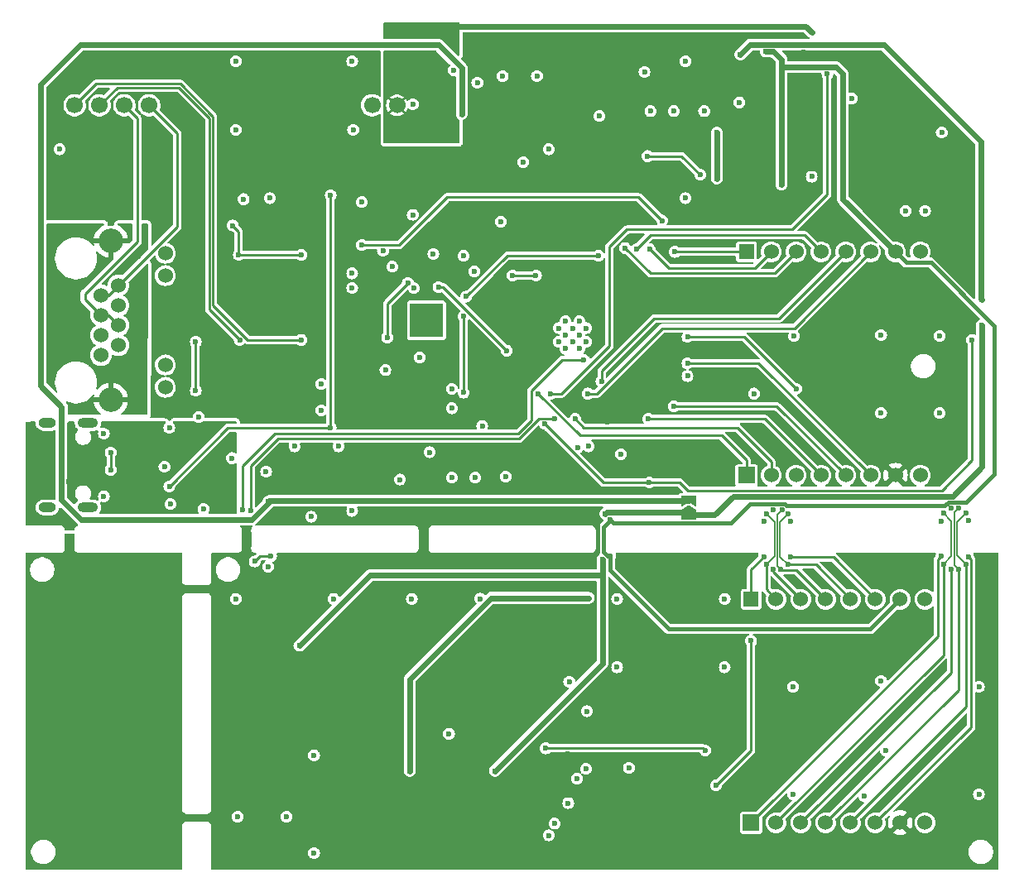
<source format=gbr>
%TF.GenerationSoftware,KiCad,Pcbnew,8.0.1*%
%TF.CreationDate,2024-06-25T14:19:54+02:00*%
%TF.ProjectId,Lichtstab,4c696368-7473-4746-9162-2e6b69636164,rev?*%
%TF.SameCoordinates,Original*%
%TF.FileFunction,Copper,L4,Bot*%
%TF.FilePolarity,Positive*%
%FSLAX46Y46*%
G04 Gerber Fmt 4.6, Leading zero omitted, Abs format (unit mm)*
G04 Created by KiCad (PCBNEW 8.0.1) date 2024-06-25 14:19:54*
%MOMM*%
%LPD*%
G01*
G04 APERTURE LIST*
G04 Aperture macros list*
%AMFreePoly0*
4,1,6,1.000000,0.000000,0.500000,-0.750000,-0.500000,-0.750000,-0.500000,0.750000,0.500000,0.750000,1.000000,0.000000,1.000000,0.000000,$1*%
%AMFreePoly1*
4,1,6,0.500000,-0.750000,-0.650000,-0.750000,-0.150000,0.000000,-0.650000,0.750000,0.500000,0.750000,0.500000,-0.750000,0.500000,-0.750000,$1*%
G04 Aperture macros list end*
%TA.AperFunction,ComponentPad*%
%ADD10R,1.676400X1.676400*%
%TD*%
%TA.AperFunction,ComponentPad*%
%ADD11C,1.524000*%
%TD*%
%TA.AperFunction,ComponentPad*%
%ADD12R,1.524000X1.524000*%
%TD*%
%TA.AperFunction,ComponentPad*%
%ADD13C,1.700000*%
%TD*%
%TA.AperFunction,HeatsinkPad*%
%ADD14C,0.600000*%
%TD*%
%TA.AperFunction,HeatsinkPad*%
%ADD15R,3.400000X3.400000*%
%TD*%
%TA.AperFunction,ComponentPad*%
%ADD16C,2.500000*%
%TD*%
%TA.AperFunction,ComponentPad*%
%ADD17O,2.100000X1.000000*%
%TD*%
%TA.AperFunction,ComponentPad*%
%ADD18O,1.800000X1.000000*%
%TD*%
%TA.AperFunction,SMDPad,CuDef*%
%ADD19FreePoly0,90.000000*%
%TD*%
%TA.AperFunction,SMDPad,CuDef*%
%ADD20FreePoly1,90.000000*%
%TD*%
%TA.AperFunction,ViaPad*%
%ADD21C,0.600000*%
%TD*%
%TA.AperFunction,Conductor*%
%ADD22C,0.250000*%
%TD*%
%TA.AperFunction,Conductor*%
%ADD23C,0.600000*%
%TD*%
%TA.AperFunction,Conductor*%
%ADD24C,0.400000*%
%TD*%
%TA.AperFunction,Conductor*%
%ADD25C,0.150000*%
%TD*%
G04 APERTURE END LIST*
D10*
%TO.P,CON2,P1,AN*%
%TO.N,/General/ESP_IO36*%
X143215000Y-131400000D03*
D11*
%TO.P,CON2,P2,RST*%
%TO.N,/General/ESP_IO35*%
X145755000Y-131400000D03*
%TO.P,CON2,P3,CS*%
%TO.N,/General/SPI_CS*%
X148295000Y-131400000D03*
%TO.P,CON2,P4,SCK*%
%TO.N,/General/SPI_SCK*%
X150835000Y-131400000D03*
%TO.P,CON2,P5,MISO*%
%TO.N,/General/SPI_MISO*%
X153375000Y-131400000D03*
%TO.P,CON2,P6,MOSI*%
%TO.N,/General/SPI_MOSI*%
X155915000Y-131400000D03*
%TO.P,CON2,P7,3V3*%
%TO.N,+3.3V*%
X158455000Y-131400000D03*
%TO.P,CON2,P8,GND1*%
%TO.N,GND*%
X160995000Y-131400000D03*
%TO.P,CON2,P9,GND2*%
X160995000Y-108540000D03*
%TO.P,CON2,P10,5V*%
%TO.N,+5V*%
X158455000Y-108540000D03*
%TO.P,CON2,P11,SDA*%
%TO.N,/General/I2C_SDA*%
X155915000Y-108540000D03*
%TO.P,CON2,P12,SCL*%
%TO.N,/General/I2C_SCL*%
X153375000Y-108540000D03*
%TO.P,CON2,P13,RX*%
%TO.N,/General/ESP_IO16*%
X150835000Y-108540000D03*
%TO.P,CON2,P14,TX*%
%TO.N,/General/ESP_IO17*%
X148295000Y-108540000D03*
%TO.P,CON2,P15,INT*%
%TO.N,/General/ESP_IO4*%
X145755000Y-108540000D03*
D12*
%TO.P,CON2,P16,PWM*%
%TO.N,/General/ESP_IO2*%
X143215000Y-108540000D03*
%TD*%
D13*
%TO.P,U2,1,VA1*%
%TO.N,/POE/TXCT*%
X74020000Y-58000000D03*
%TO.P,U2,2,VA2*%
%TO.N,/POE/RXCT*%
X76560000Y-58000000D03*
%TO.P,U2,3,VB1*%
%TO.N,Net-(U2-VB1)*%
X79100000Y-58000000D03*
%TO.P,U2,4,VB2*%
%TO.N,Net-(U2-VB2)*%
X81640000Y-58000000D03*
%TO.P,U2,5,GND*%
%TO.N,GND*%
X104440000Y-58000000D03*
%TO.P,U2,6,+12V*%
%TO.N,+12V_POE*%
X106980000Y-58000000D03*
%TD*%
D14*
%TO.P,U3,33,EP*%
%TO.N,GND*%
X108600000Y-78600000D03*
X108600000Y-80000000D03*
X108600000Y-81400000D03*
X110000000Y-78600000D03*
X110000000Y-80000000D03*
D15*
X110000000Y-80000000D03*
D14*
X110000000Y-81400000D03*
X111400000Y-78600000D03*
X111400000Y-80000000D03*
X111400000Y-81400000D03*
%TD*%
%TO.P,U1,39,GND*%
%TO.N,GND*%
X124230000Y-82900000D03*
X125630000Y-82900000D03*
X123530000Y-82200000D03*
X124930000Y-82200000D03*
X126330000Y-82200000D03*
X124230000Y-81500000D03*
X125630000Y-81500000D03*
X123530000Y-80800000D03*
X124930000Y-80800000D03*
X126330000Y-80800000D03*
X124230000Y-80100000D03*
X125630000Y-80100000D03*
%TD*%
D11*
%TO.P,J1,1,1*%
%TO.N,/POE/TX+*%
X76705000Y-83570000D03*
%TO.P,J1,2,2*%
%TO.N,/POE/TX-*%
X78485000Y-82550000D03*
%TO.P,J1,3,3*%
%TO.N,/POE/RX+*%
X76705000Y-81530000D03*
%TO.P,J1,4,4*%
%TO.N,Net-(U2-VB1)*%
X78485000Y-80510000D03*
%TO.P,J1,5,5*%
X76705000Y-79490000D03*
%TO.P,J1,6,6*%
%TO.N,/POE/RX-*%
X78485000Y-78470000D03*
%TO.P,J1,7,7*%
%TO.N,Net-(U2-VB2)*%
X76705000Y-77450000D03*
%TO.P,J1,8,8*%
X78485000Y-76430000D03*
%TO.P,J1,9,L+*%
%TO.N,RJ45_LED_Activity*%
X83295000Y-73140000D03*
%TO.P,J1,10,L-*%
%TO.N,GND*%
X83295000Y-75430000D03*
%TO.P,J1,11,R+*%
%TO.N,RJ45_LED_Link*%
X83295000Y-84570000D03*
%TO.P,J1,12,R-*%
%TO.N,GND*%
X83295000Y-86860000D03*
D16*
%TO.P,J1,13,S*%
%TO.N,Net-(C4-Pad2)*%
X77725000Y-88130000D03*
%TO.P,J1,14,S*%
X77725000Y-71870000D03*
%TD*%
D10*
%TO.P,CON1,P1,AN*%
%TO.N,/General/ESP_IO36*%
X142720000Y-95860000D03*
D11*
%TO.P,CON1,P2,RST*%
%TO.N,/General/ESP_IO35*%
X145260000Y-95860000D03*
%TO.P,CON1,P3,CS*%
%TO.N,/General/SPI_CS*%
X147800000Y-95860000D03*
%TO.P,CON1,P4,SCK*%
%TO.N,/General/SPI_SCK*%
X150340000Y-95860000D03*
%TO.P,CON1,P5,MISO*%
%TO.N,/General/SPI_MISO*%
X152880000Y-95860000D03*
%TO.P,CON1,P6,MOSI*%
%TO.N,/General/SPI_MOSI*%
X155420000Y-95860000D03*
%TO.P,CON1,P7,3V3*%
%TO.N,+3.3V*%
X157960000Y-95860000D03*
%TO.P,CON1,P8,GND1*%
%TO.N,GND*%
X160500000Y-95860000D03*
%TO.P,CON1,P9,GND2*%
X160500000Y-73000000D03*
%TO.P,CON1,P10,5V*%
%TO.N,+5V*%
X157960000Y-73000000D03*
%TO.P,CON1,P11,SDA*%
%TO.N,/General/I2C_SDA*%
X155420000Y-73000000D03*
%TO.P,CON1,P12,SCL*%
%TO.N,/General/I2C_SCL*%
X152880000Y-73000000D03*
%TO.P,CON1,P13,RX*%
%TO.N,/General/ESP_IO16*%
X150340000Y-73000000D03*
%TO.P,CON1,P14,TX*%
%TO.N,/General/ESP_IO17*%
X147800000Y-73000000D03*
%TO.P,CON1,P15,INT*%
%TO.N,/General/ESP_IO4*%
X145260000Y-73000000D03*
D12*
%TO.P,CON1,P16,PWM*%
%TO.N,/General/ESP_IO2*%
X142720000Y-73000000D03*
%TD*%
D17*
%TO.P,USB1,1,SHELL*%
%TO.N,GND*%
X75382250Y-90500000D03*
%TO.P,USB1,2,SHELL*%
X75382250Y-99140000D03*
D18*
%TO.P,USB1,3,SHELL*%
X71232250Y-90500000D03*
%TO.P,USB1,4,SHELL*%
X71232250Y-99140000D03*
%TD*%
D19*
%TO.P,JP1,1,A*%
%TO.N,+12V*%
X136800000Y-99925000D03*
D20*
%TO.P,JP1,2,B*%
%TO.N,+12V?*%
X136800000Y-98475000D03*
%TD*%
D21*
%TO.N,+12V*%
X166800000Y-77900000D03*
%TO.N,+3.3V*%
X166500000Y-123500000D03*
X90500000Y-112500000D03*
X133500000Y-77500000D03*
X108300000Y-113700000D03*
X102500000Y-57500000D03*
X133500000Y-94500000D03*
X156500000Y-93400000D03*
X163700000Y-62900000D03*
X140500000Y-112500000D03*
X140700000Y-60900000D03*
X130500000Y-75400000D03*
X123900000Y-75300000D03*
X156500000Y-85500000D03*
X126500000Y-76500000D03*
X166500000Y-112500000D03*
X72500000Y-57500000D03*
X115200000Y-83900000D03*
X115500000Y-112500000D03*
X124500000Y-124400000D03*
X126900000Y-104300000D03*
X102500000Y-63500000D03*
X128500000Y-124500000D03*
X93500000Y-96500000D03*
X156500000Y-112600000D03*
X90500000Y-57500000D03*
X93500000Y-89400000D03*
X107900000Y-87300000D03*
X94500000Y-78400000D03*
X125500000Y-107200000D03*
X93500000Y-100500000D03*
X147500000Y-123500000D03*
X136500000Y-93500000D03*
X116500000Y-63500000D03*
X118100000Y-86500000D03*
X140500000Y-53500000D03*
X124500000Y-68500000D03*
X143400000Y-93600000D03*
X120500000Y-81400000D03*
X156500000Y-104500000D03*
X126900000Y-100500000D03*
X162400000Y-93500000D03*
X118700000Y-80000000D03*
X120600000Y-83900000D03*
X99400000Y-135500000D03*
X117300000Y-76100000D03*
X128400000Y-54500000D03*
X140500000Y-56500000D03*
X115500000Y-104400000D03*
X116500000Y-54500000D03*
X156000000Y-62950000D03*
X154500000Y-133500000D03*
X166500000Y-104400000D03*
X140500000Y-133500000D03*
X115500000Y-123500000D03*
X83500000Y-77500000D03*
X72500000Y-68500000D03*
X93500000Y-85500000D03*
X129500000Y-119500000D03*
X90500000Y-63500000D03*
X100500000Y-112500000D03*
X147600000Y-85500000D03*
X129500000Y-112500000D03*
X140500000Y-76400000D03*
X122100000Y-74300000D03*
X117100000Y-78300000D03*
X130500000Y-79500000D03*
X156400000Y-76600000D03*
X148600000Y-52600000D03*
X132600000Y-124500000D03*
X128500000Y-63500000D03*
X128500000Y-90400000D03*
X155500000Y-57500000D03*
X99500000Y-125500000D03*
X133500000Y-86500000D03*
X83000000Y-82300000D03*
X118500000Y-119500000D03*
X140500000Y-119400000D03*
X128500000Y-128400000D03*
X127800000Y-81400000D03*
X115500000Y-88500000D03*
X146500000Y-93500000D03*
%TO.N,GND*%
X140500000Y-115500000D03*
X102400000Y-53500000D03*
X129500000Y-108500000D03*
X132300000Y-54600000D03*
X118100000Y-96000000D03*
X117800000Y-55000000D03*
X110700000Y-73200000D03*
X105550000Y-72900000D03*
X126600000Y-92900000D03*
X98500000Y-134500000D03*
X122500000Y-132700000D03*
X91300000Y-67600000D03*
X105800000Y-85100000D03*
X98200000Y-100100000D03*
X114900000Y-75000000D03*
X125400000Y-126900000D03*
X161000000Y-68800000D03*
X106500000Y-74500000D03*
X102400000Y-99500000D03*
X143500000Y-87500000D03*
X129900000Y-93700000D03*
X90500000Y-108500000D03*
X90700000Y-130800000D03*
X147500000Y-117500000D03*
X83700000Y-91000000D03*
X102400000Y-76700000D03*
X99250000Y-89212500D03*
X101000000Y-92900000D03*
X147600000Y-81600000D03*
X112800000Y-54400000D03*
X129500000Y-115500000D03*
X108500000Y-108500000D03*
X112300000Y-122300000D03*
X162700000Y-60800000D03*
X142000000Y-57700000D03*
X130700000Y-125800000D03*
X90500000Y-53500000D03*
X140500000Y-108500000D03*
X166500000Y-128500000D03*
X115700000Y-90800000D03*
X124600000Y-117000000D03*
X83800000Y-98800000D03*
X126300000Y-125900000D03*
X77000000Y-98000000D03*
X154800000Y-128700000D03*
X117600000Y-69900000D03*
X107300000Y-96300000D03*
X95700000Y-130800000D03*
X115000000Y-96100000D03*
X77000000Y-91600000D03*
X112600000Y-89000000D03*
X162500000Y-89500000D03*
X166500000Y-117500000D03*
X99250000Y-86512500D03*
X124500000Y-129400000D03*
X94000000Y-67500000D03*
X102400000Y-75200000D03*
X72500000Y-62500000D03*
X121300000Y-55000000D03*
X119900000Y-63800000D03*
X103400000Y-67900000D03*
X102500000Y-60500000D03*
X86700000Y-89900000D03*
X126400000Y-120000000D03*
X159000000Y-68800000D03*
X96500000Y-92900000D03*
X93600000Y-95500000D03*
X108600000Y-57900000D03*
X147500000Y-128500000D03*
X156500000Y-89500000D03*
X153500000Y-57300000D03*
X90500000Y-60500000D03*
X98500000Y-124500000D03*
X87200000Y-99300000D03*
X135300000Y-58600000D03*
X127700000Y-59100000D03*
X109302000Y-83800000D03*
X100500000Y-108500000D03*
X136700000Y-85700000D03*
X90100000Y-94100000D03*
X136500000Y-53500000D03*
X132900000Y-58600000D03*
X149400000Y-65300000D03*
X112600000Y-96100000D03*
X122500000Y-62500000D03*
X138400000Y-58600000D03*
X125500000Y-93000000D03*
X156500000Y-116900000D03*
X110300000Y-93500000D03*
X112600000Y-87000000D03*
X83200000Y-95000000D03*
X108698000Y-76700000D03*
X136500000Y-67500000D03*
X115200000Y-55700000D03*
X108600000Y-69200000D03*
X156500000Y-81500000D03*
X123100000Y-131500000D03*
X157000000Y-124000000D03*
X113800000Y-73400000D03*
X115485933Y-108485933D03*
X162500000Y-81600000D03*
%TO.N,/POE/TXCT*%
X97200000Y-82000000D03*
%TO.N,/POE/RXCT*%
X90900000Y-82000000D03*
%TO.N,+12V*%
X128300000Y-99800000D03*
X97000000Y-113300000D03*
X117000000Y-126100000D03*
X128000000Y-104500000D03*
X142100000Y-52800000D03*
X166800000Y-80500000D03*
%TO.N,+12V_USB*%
X73500000Y-92500000D03*
X78000000Y-98000000D03*
X73500000Y-100500000D03*
X90100000Y-92000000D03*
X73400000Y-96500000D03*
X84400000Y-97900000D03*
X85100000Y-94300000D03*
X69500000Y-96500000D03*
X69500000Y-92500000D03*
X77700000Y-92400000D03*
X69500000Y-100500000D03*
%TO.N,+12V_POE*%
X106500000Y-50500000D03*
X111000000Y-56600000D03*
X110500000Y-50500000D03*
X112400000Y-60400000D03*
X106500000Y-60500000D03*
X109300000Y-55500000D03*
X149400000Y-50500000D03*
X106500000Y-54500000D03*
%TO.N,/General/ESP_IO2*%
X144500000Y-104200000D03*
X143200000Y-112800000D03*
X144500000Y-100600000D03*
X139600000Y-127600000D03*
X135400000Y-73000000D03*
%TO.N,/General/ESP_EN*%
X165800000Y-82000000D03*
X113790323Y-79590323D03*
X113800000Y-87400000D03*
X100200000Y-67200000D03*
X100200000Y-91000000D03*
X122100000Y-90600000D03*
X83700000Y-97000000D03*
X132800000Y-96600000D03*
%TO.N,Net-(C4-Pad2)*%
X72500000Y-83500000D03*
X80500000Y-73500000D03*
X79500000Y-85600000D03*
X72500000Y-76500000D03*
X80500000Y-76500000D03*
%TO.N,Net-(D6-K)*%
X105976964Y-81776964D03*
X108087500Y-76187500D03*
%TO.N,Net-(D11-K)*%
X139700000Y-60800000D03*
X139700000Y-65500000D03*
%TO.N,/General/SPI_SCK*%
X164400000Y-99250000D03*
X132700000Y-90100000D03*
X164400000Y-105450000D03*
%TO.N,/General/I2C_SDA*%
X126500000Y-87500000D03*
X147250000Y-104250000D03*
X147250000Y-100550000D03*
%TO.N,/General/ESP_IO16*%
X146350000Y-99400000D03*
X146250000Y-105500000D03*
X131500000Y-72700000D03*
%TO.N,/General/ESP_IO35*%
X162900000Y-104950000D03*
X162900000Y-99750000D03*
X125200000Y-90100000D03*
%TO.N,/General/ESP_IO36*%
X162650000Y-100550000D03*
X162650000Y-104150000D03*
X121400000Y-87500000D03*
%TO.N,/General/SPI_MOSI*%
X165400000Y-100500000D03*
X165400000Y-104200000D03*
X136700000Y-84400000D03*
%TO.N,/General/SPI_MISO*%
X135300000Y-88800000D03*
X165150000Y-99750000D03*
X165150000Y-104950000D03*
%TO.N,/General/SPI_CS*%
X136700000Y-81700000D03*
X163650000Y-105450000D03*
X163650000Y-99250000D03*
X147800000Y-87000000D03*
%TO.N,/General/ESP_IO4*%
X132842834Y-72721341D03*
X144750000Y-99800000D03*
X144750000Y-105000000D03*
%TO.N,/General/ESP_IO17*%
X145500000Y-105500000D03*
X145500000Y-99400000D03*
X130300000Y-72600000D03*
%TO.N,/General/I2C_SCL*%
X122200000Y-123800000D03*
X127900000Y-86252000D03*
X147000000Y-99800000D03*
X147000000Y-105000000D03*
X138500000Y-124000000D03*
%TO.N,/General/ESP_IO39*%
X123100000Y-90100000D03*
X93800000Y-105200000D03*
X151000000Y-54800000D03*
X122700000Y-87500000D03*
X92000000Y-99500000D03*
%TO.N,/General/ESP_IO5*%
X92429709Y-104670291D03*
X91164499Y-99414783D03*
X126100000Y-84048000D03*
X94100000Y-104100000D03*
%TO.N,/POE/RCT*%
X90800000Y-73300000D03*
X90200000Y-70300000D03*
X97200000Y-73300000D03*
%TO.N,/General/REF_CLK*%
X103400000Y-72290000D03*
X134100000Y-69800000D03*
%TO.N,Net-(U3-LED1{slash}PHYAD[1])*%
X86400000Y-87200000D03*
X86400000Y-82200000D03*
%TO.N,Net-(U8-VSENSE)*%
X138000000Y-65100000D03*
X132600000Y-63200000D03*
%TO.N,+5V*%
X126600000Y-108400000D03*
X128800000Y-100400000D03*
X144700000Y-52500000D03*
X128800000Y-104100000D03*
X146300000Y-66100000D03*
X108300000Y-126100000D03*
%TO.N,/General/EMAC_TX_EN*%
X118800000Y-75400000D03*
X121200000Y-75400000D03*
%TO.N,+12V?*%
X93850000Y-98550000D03*
X136800000Y-98475000D03*
X113600000Y-58900000D03*
%TO.N,/General/EMAC_CRS_DV*%
X118200000Y-83100000D03*
X111226510Y-76594979D03*
%TO.N,/General/EMAC_MDIO*%
X114075000Y-77575000D03*
X127600000Y-73400000D03*
%TO.N,Net-(U4-CC1)*%
X77700000Y-95300000D03*
X77700000Y-93518000D03*
%TD*%
D22*
%TO.N,/General/ESP_IO5*%
X92429709Y-104670291D02*
X93000000Y-104100000D01*
X93000000Y-104100000D02*
X94100000Y-104100000D01*
D23*
%TO.N,+12V*%
X166800000Y-77900000D02*
X166700000Y-77800000D01*
X166700000Y-77800000D02*
X166700000Y-61700000D01*
X156773000Y-51773000D02*
X143127000Y-51773000D01*
X166700000Y-61700000D02*
X156773000Y-51773000D01*
X143127000Y-51773000D02*
X142100000Y-52800000D01*
D24*
%TO.N,+3.3V*%
X127000000Y-100500000D02*
X126900000Y-100500000D01*
D23*
X114800000Y-107200000D02*
X108300000Y-113700000D01*
D24*
X127500000Y-103700000D02*
X127500000Y-101000000D01*
X126900000Y-104300000D02*
X127500000Y-103700000D01*
D23*
X125500000Y-107200000D02*
X114800000Y-107200000D01*
D24*
X127500000Y-101000000D02*
X127000000Y-100500000D01*
D22*
%TO.N,/POE/TXCT*%
X91700000Y-82000000D02*
X88177000Y-78477000D01*
X88177000Y-59143841D02*
X84833158Y-55800000D01*
X84833158Y-55800000D02*
X76200000Y-55800000D01*
X97200000Y-82000000D02*
X91700000Y-82000000D01*
X88177000Y-78477000D02*
X88177000Y-59143841D01*
X74020000Y-57980000D02*
X74020000Y-58000000D01*
X76200000Y-55800000D02*
X74020000Y-57980000D01*
%TO.N,/POE/RXCT*%
X87800000Y-78900000D02*
X90900000Y-82000000D01*
X76560000Y-58000000D02*
X78383000Y-56177000D01*
X84677000Y-56177000D02*
X87800000Y-59300000D01*
X87800000Y-59300000D02*
X87800000Y-78900000D01*
X78383000Y-56177000D02*
X84677000Y-56177000D01*
%TO.N,Net-(U2-VB1)*%
X76705000Y-79490000D02*
X77465000Y-79490000D01*
X75100000Y-77250000D02*
X75100000Y-77885000D01*
X77465000Y-79490000D02*
X78485000Y-80510000D01*
X80400000Y-71950000D02*
X75100000Y-77250000D01*
X80400000Y-59300000D02*
X80400000Y-71950000D01*
X75100000Y-77885000D02*
X76705000Y-79490000D01*
X79100000Y-58000000D02*
X80400000Y-59300000D01*
%TO.N,Net-(U2-VB2)*%
X76705000Y-77450000D02*
X77465000Y-77450000D01*
X84500000Y-60860000D02*
X81640000Y-58000000D01*
X78485000Y-76430000D02*
X84500000Y-70415000D01*
X84500000Y-70415000D02*
X84500000Y-60860000D01*
X77465000Y-77450000D02*
X78485000Y-76430000D01*
D23*
%TO.N,+12V*%
X136800000Y-99925000D02*
X139475000Y-99925000D01*
X128000000Y-106100000D02*
X128000000Y-104500000D01*
X117000000Y-126100000D02*
X128000000Y-115100000D01*
X141400000Y-98000000D02*
X163126576Y-98000000D01*
X136448000Y-99673000D02*
X128427000Y-99673000D01*
X163804000Y-97996000D02*
X166800000Y-95000000D01*
X136800000Y-100025000D02*
X136448000Y-99673000D01*
X128000000Y-115100000D02*
X128000000Y-106100000D01*
X104200000Y-106100000D02*
X128000000Y-106100000D01*
X97000000Y-113300000D02*
X104200000Y-106100000D01*
X139475000Y-99925000D02*
X141400000Y-98000000D01*
X128427000Y-99673000D02*
X128300000Y-99800000D01*
X163130576Y-97996000D02*
X163804000Y-97996000D01*
X163126576Y-98000000D02*
X163130576Y-97996000D01*
X166800000Y-95000000D02*
X166800000Y-80500000D01*
%TO.N,+12V_POE*%
X149400000Y-50500000D02*
X148800000Y-49900000D01*
X111100000Y-49900000D02*
X110500000Y-50500000D01*
X148800000Y-49900000D02*
X111100000Y-49900000D01*
D22*
%TO.N,/General/ESP_IO2*%
X139600000Y-127600000D02*
X143200000Y-124000000D01*
X142720000Y-73000000D02*
X135400000Y-73000000D01*
X143215000Y-108540000D02*
X143215000Y-105485000D01*
X143215000Y-105485000D02*
X144500000Y-104200000D01*
X143200000Y-124000000D02*
X143200000Y-112800000D01*
%TO.N,/General/ESP_EN*%
X113800000Y-87400000D02*
X113800000Y-86300000D01*
X100200000Y-91000000D02*
X100200000Y-67200000D01*
X128100000Y-96600000D02*
X135900000Y-96600000D01*
X113790323Y-86290323D02*
X113790323Y-79590323D01*
X162700000Y-97400000D02*
X165800000Y-94300000D01*
X165800000Y-94300000D02*
X165800000Y-82000000D01*
X122100000Y-90600000D02*
X128100000Y-96600000D01*
X135900000Y-96600000D02*
X136700000Y-97400000D01*
X89700000Y-91000000D02*
X83700000Y-97000000D01*
X136700000Y-97400000D02*
X162700000Y-97400000D01*
X113800000Y-86300000D02*
X113790323Y-86290323D01*
X100200000Y-91000000D02*
X89700000Y-91000000D01*
%TO.N,Net-(D6-K)*%
X108087500Y-76187500D02*
X105976964Y-78298036D01*
X105976964Y-78298036D02*
X105976964Y-81776964D01*
D23*
%TO.N,Net-(D11-K)*%
X139700000Y-60800000D02*
X139700000Y-65500000D01*
D22*
%TO.N,/General/SPI_SCK*%
X144580000Y-90100000D02*
X150340000Y-95860000D01*
X132700000Y-90100000D02*
X144580000Y-90100000D01*
X164400000Y-117835000D02*
X164400000Y-105450000D01*
X150835000Y-131400000D02*
X164400000Y-117835000D01*
D25*
X164000000Y-105050000D02*
X164000000Y-99650000D01*
X164000000Y-99650000D02*
X164400000Y-99250000D01*
X164400000Y-105450000D02*
X164000000Y-105050000D01*
D22*
%TO.N,/General/I2C_SDA*%
X127432646Y-87500000D02*
X134132646Y-80800000D01*
X155915000Y-108540000D02*
X151625000Y-104250000D01*
X134132646Y-80800000D02*
X147620000Y-80800000D01*
X147620000Y-80800000D02*
X155420000Y-73000000D01*
X126500000Y-87500000D02*
X127432646Y-87500000D01*
X151625000Y-104250000D02*
X147250000Y-104250000D01*
D25*
%TO.N,/General/ESP_IO16*%
X146350000Y-99400000D02*
X145900000Y-99850000D01*
D22*
X146302000Y-105552000D02*
X146250000Y-105500000D01*
X131500000Y-72700000D02*
X132900000Y-71300000D01*
X150835000Y-108540000D02*
X150835000Y-108535000D01*
X132900000Y-71300000D02*
X148640000Y-71300000D01*
D25*
X145900000Y-99850000D02*
X145900000Y-105150000D01*
D22*
X150835000Y-108535000D02*
X147852000Y-105552000D01*
D25*
X145900000Y-105150000D02*
X146250000Y-105500000D01*
D22*
X147852000Y-105552000D02*
X146302000Y-105552000D01*
X148640000Y-71300000D02*
X150340000Y-73000000D01*
%TO.N,/General/ESP_IO35*%
X141800000Y-91000000D02*
X126100000Y-91000000D01*
D25*
X162900000Y-104950000D02*
X163700000Y-104150000D01*
D22*
X145260000Y-94460000D02*
X141800000Y-91000000D01*
X126100000Y-91000000D02*
X125200000Y-90100000D01*
D25*
X163700000Y-104150000D02*
X163700000Y-100550000D01*
D22*
X145260000Y-95860000D02*
X145260000Y-94460000D01*
X145755000Y-131400000D02*
X162900000Y-114255000D01*
D25*
X163700000Y-100550000D02*
X162900000Y-99750000D01*
D22*
X162900000Y-114255000D02*
X162900000Y-104950000D01*
%TO.N,/General/ESP_IO36*%
X142720000Y-95860000D02*
X142720000Y-94320000D01*
X125700000Y-91800000D02*
X121400000Y-87500000D01*
X140200000Y-91800000D02*
X125700000Y-91800000D01*
X142720000Y-94320000D02*
X140200000Y-91800000D01*
X162300000Y-104500000D02*
X162650000Y-104150000D01*
X143215000Y-131400000D02*
X162300000Y-112315000D01*
X162300000Y-112315000D02*
X162300000Y-104500000D01*
%TO.N,/General/SPI_MOSI*%
X165702000Y-121613000D02*
X165702000Y-104502000D01*
X143960000Y-84400000D02*
X136700000Y-84400000D01*
X155420000Y-95860000D02*
X143960000Y-84400000D01*
X155915000Y-131400000D02*
X165702000Y-121613000D01*
X165702000Y-104502000D02*
X165400000Y-104200000D01*
%TO.N,/General/SPI_MISO*%
X145820000Y-88800000D02*
X135300000Y-88800000D01*
D25*
X165150000Y-99750000D02*
X164277000Y-100623000D01*
X164277000Y-100623000D02*
X164277000Y-104077000D01*
D22*
X152880000Y-95860000D02*
X145820000Y-88800000D01*
X165200000Y-119575000D02*
X165200000Y-105000000D01*
X165200000Y-105000000D02*
X165150000Y-104950000D01*
X153375000Y-131400000D02*
X165200000Y-119575000D01*
D25*
X164277000Y-104077000D02*
X165150000Y-104950000D01*
D22*
%TO.N,/General/SPI_CS*%
X163650000Y-116045000D02*
X163650000Y-105450000D01*
X148295000Y-131400000D02*
X163650000Y-116045000D01*
X147800000Y-87000000D02*
X142500000Y-81700000D01*
X142500000Y-81700000D02*
X136700000Y-81700000D01*
%TO.N,/General/ESP_IO4*%
X143560000Y-74700000D02*
X134821493Y-74700000D01*
X145260000Y-73000000D02*
X143560000Y-74700000D01*
X134821493Y-74700000D02*
X132842834Y-72721341D01*
D25*
X145623000Y-104127000D02*
X144750000Y-105000000D01*
D22*
X145755000Y-108540000D02*
X144750000Y-107535000D01*
D25*
X144750000Y-99800000D02*
X145623000Y-100673000D01*
X145623000Y-100673000D02*
X145623000Y-104127000D01*
D22*
X144750000Y-107535000D02*
X144750000Y-105000000D01*
%TO.N,/General/ESP_IO17*%
X132900000Y-75200000D02*
X130300000Y-72600000D01*
X148295000Y-108540000D02*
X145500000Y-105745000D01*
X145500000Y-105745000D02*
X145500000Y-105500000D01*
X147800000Y-73000000D02*
X145600000Y-75200000D01*
X145600000Y-75200000D02*
X132900000Y-75200000D01*
%TO.N,/General/I2C_SCL*%
X146080000Y-79800000D02*
X152880000Y-73000000D01*
X138300000Y-123800000D02*
X138500000Y-124000000D01*
X133300000Y-79800000D02*
X146080000Y-79800000D01*
X153375000Y-108540000D02*
X149835000Y-105000000D01*
D25*
X147000000Y-99800000D02*
X146177000Y-100623000D01*
D22*
X149835000Y-105000000D02*
X147000000Y-105000000D01*
D25*
X146177000Y-100623000D02*
X146177000Y-104177000D01*
D22*
X122200000Y-123800000D02*
X138300000Y-123800000D01*
D25*
X146177000Y-104177000D02*
X147000000Y-105000000D01*
D22*
X127900000Y-86252000D02*
X127900000Y-85200000D01*
X127900000Y-85200000D02*
X133300000Y-79800000D01*
%TO.N,/General/ESP_IO39*%
X128700000Y-82600000D02*
X123800000Y-87500000D01*
X130500000Y-70700000D02*
X128700000Y-72500000D01*
X147400000Y-70700000D02*
X130500000Y-70700000D01*
X128700000Y-72500000D02*
X128700000Y-82600000D01*
X121485158Y-90048000D02*
X119433158Y-92100000D01*
X151000000Y-54800000D02*
X151000000Y-67100000D01*
X123800000Y-87500000D02*
X122700000Y-87500000D01*
X94800000Y-92100000D02*
X92000000Y-94900000D01*
X151000000Y-67100000D02*
X147400000Y-70700000D01*
X123100000Y-90100000D02*
X123048000Y-90048000D01*
X123048000Y-90048000D02*
X121485158Y-90048000D01*
X92000000Y-94900000D02*
X92000000Y-99500000D01*
X119433158Y-92100000D02*
X94800000Y-92100000D01*
%TO.N,/General/ESP_IO5*%
X120752000Y-90248000D02*
X119400000Y-91600000D01*
X119400000Y-91600000D02*
X94500000Y-91600000D01*
X91164499Y-94935501D02*
X91164499Y-99414783D01*
X123875354Y-84048000D02*
X120752000Y-87171354D01*
X126100000Y-84048000D02*
X123875354Y-84048000D01*
X94500000Y-91600000D02*
X91164499Y-94935501D01*
X120752000Y-87171354D02*
X120752000Y-90248000D01*
%TO.N,/POE/RCT*%
X90800000Y-73300000D02*
X90800000Y-70900000D01*
X90800000Y-70900000D02*
X90200000Y-70300000D01*
X90800000Y-73300000D02*
X97200000Y-73300000D01*
%TO.N,/General/REF_CLK*%
X107210000Y-72290000D02*
X103400000Y-72290000D01*
X112100000Y-67400000D02*
X107210000Y-72290000D01*
X134100000Y-69800000D02*
X131700000Y-67400000D01*
X131700000Y-67400000D02*
X112100000Y-67400000D01*
%TO.N,Net-(U3-LED1{slash}PHYAD[1])*%
X86400000Y-82200000D02*
X86400000Y-87200000D01*
%TO.N,Net-(U8-VSENSE)*%
X136100000Y-63200000D02*
X132600000Y-63200000D01*
X138000000Y-65100000D02*
X136100000Y-63200000D01*
D23*
%TO.N,+5V*%
X146300000Y-53300000D02*
X146300000Y-54100000D01*
X152600000Y-67640000D02*
X157960000Y-73000000D01*
D24*
X159049000Y-74089000D02*
X157960000Y-73000000D01*
X168100000Y-80600000D02*
X161589000Y-74089000D01*
D23*
X146327000Y-54073000D02*
X151873000Y-54073000D01*
D24*
X128486712Y-104100000D02*
X128100000Y-103713288D01*
X146836712Y-99000000D02*
X163013288Y-99000000D01*
D23*
X145500000Y-52500000D02*
X146300000Y-53300000D01*
X116600000Y-108400000D02*
X126600000Y-108400000D01*
D24*
X163013288Y-99000000D02*
X163390288Y-98623000D01*
D23*
X108300000Y-116700000D02*
X116600000Y-108400000D01*
D24*
X165177000Y-98623000D02*
X168100000Y-95700000D01*
X128800000Y-100400000D02*
X129157000Y-100757000D01*
X141143000Y-100757000D02*
X143127000Y-98773000D01*
X158455000Y-108545000D02*
X158455000Y-108540000D01*
D23*
X151873000Y-54073000D02*
X152600000Y-54800000D01*
D24*
X128800000Y-105600000D02*
X134800000Y-111600000D01*
D23*
X146300000Y-54100000D02*
X146327000Y-54073000D01*
D24*
X129157000Y-100757000D02*
X141143000Y-100757000D01*
X155400000Y-111600000D02*
X158455000Y-108545000D01*
X161589000Y-74089000D02*
X159049000Y-74089000D01*
X128800000Y-100500000D02*
X128800000Y-100400000D01*
X128800000Y-104100000D02*
X128800000Y-105600000D01*
X128800000Y-104100000D02*
X128486712Y-104100000D01*
D23*
X146300000Y-54100000D02*
X146300000Y-66100000D01*
D24*
X146609712Y-98773000D02*
X146836712Y-99000000D01*
X128100000Y-101200000D02*
X128800000Y-100500000D01*
D23*
X108300000Y-126100000D02*
X108300000Y-116700000D01*
D24*
X143127000Y-98773000D02*
X146609712Y-98773000D01*
X163390288Y-98623000D02*
X165177000Y-98623000D01*
D23*
X152600000Y-54800000D02*
X152600000Y-67640000D01*
X144700000Y-52500000D02*
X145500000Y-52500000D01*
D24*
X168100000Y-95700000D02*
X168100000Y-80600000D01*
X128100000Y-103713288D02*
X128100000Y-101200000D01*
X134800000Y-111600000D02*
X155400000Y-111600000D01*
D22*
%TO.N,/General/EMAC_TX_EN*%
X118800000Y-75400000D02*
X121200000Y-75400000D01*
D23*
%TO.N,+12V?*%
X113600000Y-54171866D02*
X113600000Y-58900000D01*
X70500000Y-55900000D02*
X74600000Y-51800000D01*
X70500000Y-86700000D02*
X70500000Y-55900000D01*
X111228134Y-51800000D02*
X113600000Y-54171866D01*
X74700000Y-100400000D02*
X72673000Y-98373000D01*
X72673000Y-98373000D02*
X72673000Y-88873000D01*
X93850000Y-98550000D02*
X93850000Y-98678134D01*
X92128134Y-100400000D02*
X74700000Y-100400000D01*
X93850000Y-98678134D02*
X92128134Y-100400000D01*
X93925000Y-98475000D02*
X93850000Y-98550000D01*
X74600000Y-51800000D02*
X111228134Y-51800000D01*
X72673000Y-88873000D02*
X70500000Y-86700000D01*
X136800000Y-98475000D02*
X93925000Y-98475000D01*
D22*
%TO.N,/General/EMAC_CRS_DV*%
X118200000Y-83100000D02*
X111694979Y-76594979D01*
X111694979Y-76594979D02*
X111226510Y-76594979D01*
%TO.N,/General/EMAC_MDIO*%
X114075000Y-77575000D02*
X118250000Y-73400000D01*
X118250000Y-73400000D02*
X127600000Y-73400000D01*
%TO.N,Net-(U4-CC1)*%
X77700000Y-93518000D02*
X77700000Y-95300000D01*
%TD*%
%TA.AperFunction,Conductor*%
%TO.N,Net-(C4-Pad2)*%
G36*
X76002227Y-87611671D02*
G01*
X76031822Y-87659961D01*
X76030878Y-87688005D01*
X75989694Y-87868444D01*
X75988828Y-87880000D01*
X76806116Y-87880000D01*
X76775000Y-88036433D01*
X76775000Y-88223567D01*
X76806116Y-88380000D01*
X75988828Y-88380000D01*
X75989693Y-88391553D01*
X76048058Y-88647265D01*
X76143882Y-88891424D01*
X76275028Y-89118573D01*
X76438562Y-89323640D01*
X76630832Y-89502040D01*
X76673938Y-89531430D01*
X76704962Y-89578815D01*
X76693394Y-89634258D01*
X76646009Y-89665282D01*
X76632252Y-89666572D01*
X76109132Y-89666572D01*
X76094696Y-89665150D01*
X76070303Y-89660298D01*
X76016017Y-89649500D01*
X74748483Y-89649500D01*
X74694196Y-89660298D01*
X74669804Y-89665150D01*
X74655368Y-89666572D01*
X73397500Y-89666572D01*
X73345174Y-89644898D01*
X73323500Y-89592572D01*
X73323500Y-88808932D01*
X73298502Y-88683260D01*
X73298501Y-88683257D01*
X73255728Y-88579994D01*
X73249465Y-88564873D01*
X73178277Y-88458331D01*
X73113794Y-88393848D01*
X73092120Y-88341522D01*
X73113794Y-88289196D01*
X73166120Y-88267522D01*
X73199711Y-88275586D01*
X73222470Y-88287182D01*
X73461676Y-88386264D01*
X73525816Y-88407105D01*
X73537117Y-88410777D01*
X73735193Y-88458331D01*
X73788875Y-88471219D01*
X73867222Y-88483628D01*
X74125339Y-88503942D01*
X74204661Y-88503942D01*
X74462778Y-88483628D01*
X74541125Y-88471219D01*
X74792886Y-88410776D01*
X74868324Y-88386264D01*
X75107530Y-88287182D01*
X75178207Y-88251171D01*
X75398969Y-88115888D01*
X75463143Y-88069263D01*
X75660023Y-87901111D01*
X75716111Y-87845023D01*
X75884263Y-87648143D01*
X75898865Y-87628044D01*
X75947155Y-87598450D01*
X76002227Y-87611671D01*
G37*
%TD.AperFunction*%
%TA.AperFunction,Conductor*%
G36*
X77048836Y-70144009D02*
G01*
X77070510Y-70196335D01*
X77048836Y-70248661D01*
X77028618Y-70263007D01*
X76847541Y-70350209D01*
X76630832Y-70497959D01*
X76438562Y-70676359D01*
X76275028Y-70881426D01*
X76143882Y-71108575D01*
X76048058Y-71352734D01*
X75989693Y-71608446D01*
X75988828Y-71620000D01*
X76806116Y-71620000D01*
X76775000Y-71776433D01*
X76775000Y-71963567D01*
X76806116Y-72120000D01*
X75988828Y-72120000D01*
X75989693Y-72131553D01*
X76030878Y-72311993D01*
X76021391Y-72367830D01*
X75975200Y-72400605D01*
X75919363Y-72391118D01*
X75898867Y-72371958D01*
X75884263Y-72351857D01*
X75716111Y-72154977D01*
X75660023Y-72098889D01*
X75463143Y-71930737D01*
X75398969Y-71884112D01*
X75398961Y-71884107D01*
X75398954Y-71884102D01*
X75178216Y-71748834D01*
X75178205Y-71748827D01*
X75107532Y-71712819D01*
X75107514Y-71712811D01*
X74868324Y-71613736D01*
X74792882Y-71589222D01*
X74541141Y-71528784D01*
X74541116Y-71528779D01*
X74462774Y-71516371D01*
X74204661Y-71496058D01*
X74125339Y-71496058D01*
X73867227Y-71516371D01*
X73867224Y-71516371D01*
X73788883Y-71528779D01*
X73788858Y-71528784D01*
X73537117Y-71589222D01*
X73461675Y-71613736D01*
X73222485Y-71712811D01*
X73222467Y-71712819D01*
X73151794Y-71748827D01*
X73151783Y-71748834D01*
X72931045Y-71884102D01*
X72866850Y-71930742D01*
X72669982Y-72098884D01*
X72613884Y-72154982D01*
X72445742Y-72351850D01*
X72399102Y-72416045D01*
X72263834Y-72636783D01*
X72263827Y-72636794D01*
X72227819Y-72707467D01*
X72227811Y-72707485D01*
X72128736Y-72946675D01*
X72104222Y-73022117D01*
X72043784Y-73273858D01*
X72043779Y-73273883D01*
X72031371Y-73352224D01*
X72031371Y-73352227D01*
X72011058Y-73610339D01*
X72011058Y-73689660D01*
X72031371Y-73947772D01*
X72031371Y-73947775D01*
X72043779Y-74026116D01*
X72043784Y-74026141D01*
X72104222Y-74277882D01*
X72128736Y-74353324D01*
X72227811Y-74592514D01*
X72227819Y-74592532D01*
X72263827Y-74663205D01*
X72263834Y-74663216D01*
X72399102Y-74883954D01*
X72399107Y-74883961D01*
X72399112Y-74883969D01*
X72445737Y-74948143D01*
X72613889Y-75145023D01*
X72669977Y-75201111D01*
X72866857Y-75369263D01*
X72931031Y-75415888D01*
X72931041Y-75415894D01*
X72931045Y-75415897D01*
X73151783Y-75551165D01*
X73151794Y-75551172D01*
X73187829Y-75569532D01*
X73222470Y-75587182D01*
X73461676Y-75686264D01*
X73534400Y-75709894D01*
X73537117Y-75710777D01*
X73788858Y-75771215D01*
X73788875Y-75771219D01*
X73867222Y-75783628D01*
X74125339Y-75803942D01*
X74204661Y-75803942D01*
X74462778Y-75783628D01*
X74541125Y-75771219D01*
X74792886Y-75710776D01*
X74868324Y-75686264D01*
X75107530Y-75587182D01*
X75178207Y-75551171D01*
X75398969Y-75415888D01*
X75463143Y-75369263D01*
X75660023Y-75201111D01*
X75716111Y-75145023D01*
X75884263Y-74948143D01*
X75930888Y-74883969D01*
X76066171Y-74663207D01*
X76102182Y-74592530D01*
X76201264Y-74353324D01*
X76225776Y-74277886D01*
X76286219Y-74026125D01*
X76298628Y-73947778D01*
X76318942Y-73689661D01*
X76318942Y-73610339D01*
X76298628Y-73352222D01*
X76286219Y-73273875D01*
X76226082Y-73023388D01*
X76234941Y-72967448D01*
X76280762Y-72934158D01*
X76336702Y-72943017D01*
X76355893Y-72959975D01*
X76438562Y-73063640D01*
X76630832Y-73242040D01*
X76847541Y-73389790D01*
X77083860Y-73503596D01*
X77083868Y-73503599D01*
X77334488Y-73580906D01*
X77475000Y-73602084D01*
X77475000Y-72788883D01*
X77631433Y-72820000D01*
X77818567Y-72820000D01*
X77975000Y-72788883D01*
X77975000Y-73609322D01*
X77994064Y-73647086D01*
X77976361Y-73700885D01*
X77972597Y-73704942D01*
X74808036Y-76869505D01*
X74719504Y-76958036D01*
X74656904Y-77066464D01*
X74624500Y-77187396D01*
X74624500Y-77947603D01*
X74656904Y-78068535D01*
X74719504Y-78176963D01*
X75624845Y-79082304D01*
X75646519Y-79134630D01*
X75643694Y-79154880D01*
X75606759Y-79284698D01*
X75606756Y-79284714D01*
X75587734Y-79489996D01*
X75587734Y-79490003D01*
X75606756Y-79695291D01*
X75663179Y-79893600D01*
X75663180Y-79893602D01*
X75755081Y-80078166D01*
X75755083Y-80078168D01*
X75879328Y-80242696D01*
X75879329Y-80242697D01*
X76018230Y-80369321D01*
X76031697Y-80381598D01*
X76085744Y-80415062D01*
X76137460Y-80447084D01*
X76170538Y-80493058D01*
X76161420Y-80548956D01*
X76137460Y-80572916D01*
X76031696Y-80638402D01*
X76031695Y-80638402D01*
X75879329Y-80777302D01*
X75879328Y-80777303D01*
X75755083Y-80941831D01*
X75755081Y-80941833D01*
X75663180Y-81126397D01*
X75663179Y-81126399D01*
X75606756Y-81324708D01*
X75587734Y-81529996D01*
X75587734Y-81530003D01*
X75606756Y-81735291D01*
X75663179Y-81933600D01*
X75663180Y-81933602D01*
X75755081Y-82118166D01*
X75755083Y-82118168D01*
X75879328Y-82282696D01*
X75879329Y-82282697D01*
X76018230Y-82409321D01*
X76031697Y-82421598D01*
X76085744Y-82455062D01*
X76137460Y-82487084D01*
X76170538Y-82533058D01*
X76161420Y-82588956D01*
X76137460Y-82612916D01*
X76031696Y-82678402D01*
X76031695Y-82678402D01*
X75879329Y-82817302D01*
X75879328Y-82817303D01*
X75755083Y-82981831D01*
X75755081Y-82981833D01*
X75663180Y-83166397D01*
X75663179Y-83166399D01*
X75606756Y-83364708D01*
X75587734Y-83569996D01*
X75587734Y-83570003D01*
X75606756Y-83775291D01*
X75663179Y-83973600D01*
X75663180Y-83973602D01*
X75755081Y-84158166D01*
X75755083Y-84158168D01*
X75879328Y-84322696D01*
X75879329Y-84322697D01*
X75978180Y-84412811D01*
X76031697Y-84461598D01*
X76206992Y-84570136D01*
X76399246Y-84644615D01*
X76601912Y-84682500D01*
X76808088Y-84682500D01*
X77010754Y-84644615D01*
X77203008Y-84570136D01*
X77378303Y-84461598D01*
X77530670Y-84322697D01*
X77654919Y-84158165D01*
X77746820Y-83973603D01*
X77803242Y-83775297D01*
X77813695Y-83662500D01*
X77821918Y-83573758D01*
X77848327Y-83523655D01*
X77902430Y-83506902D01*
X77934557Y-83517669D01*
X77986992Y-83550136D01*
X78179246Y-83624615D01*
X78381912Y-83662500D01*
X78588088Y-83662500D01*
X78790754Y-83624615D01*
X78983008Y-83550136D01*
X79158303Y-83441598D01*
X79310670Y-83302697D01*
X79434919Y-83138165D01*
X79526820Y-82953603D01*
X79583242Y-82755297D01*
X79600426Y-82569864D01*
X79602266Y-82550003D01*
X79602266Y-82549996D01*
X79583243Y-82344708D01*
X79565600Y-82282697D01*
X79526820Y-82146397D01*
X79434919Y-81961835D01*
X79434918Y-81961834D01*
X79434918Y-81961833D01*
X79434916Y-81961831D01*
X79310671Y-81797303D01*
X79310670Y-81797302D01*
X79158303Y-81658402D01*
X79052539Y-81592916D01*
X79019461Y-81546943D01*
X79028579Y-81491044D01*
X79052539Y-81467084D01*
X79158303Y-81401598D01*
X79310670Y-81262697D01*
X79434919Y-81098165D01*
X79526820Y-80913603D01*
X79583242Y-80715297D01*
X79600426Y-80529864D01*
X79602266Y-80510003D01*
X79602266Y-80509996D01*
X79583243Y-80304708D01*
X79565600Y-80242697D01*
X79526820Y-80106397D01*
X79434919Y-79921835D01*
X79434918Y-79921834D01*
X79434918Y-79921833D01*
X79434916Y-79921831D01*
X79310671Y-79757303D01*
X79310670Y-79757302D01*
X79158303Y-79618402D01*
X79052539Y-79552916D01*
X79019461Y-79506943D01*
X79028579Y-79451044D01*
X79052539Y-79427084D01*
X79158303Y-79361598D01*
X79310670Y-79222697D01*
X79434919Y-79058165D01*
X79526820Y-78873603D01*
X79583242Y-78675297D01*
X79600426Y-78489864D01*
X79602266Y-78470003D01*
X79602266Y-78469996D01*
X79583243Y-78264708D01*
X79583242Y-78264703D01*
X79526820Y-78066397D01*
X79434919Y-77881835D01*
X79434918Y-77881834D01*
X79434918Y-77881833D01*
X79434916Y-77881831D01*
X79310671Y-77717303D01*
X79310670Y-77717302D01*
X79158303Y-77578402D01*
X79052539Y-77512916D01*
X79019461Y-77466943D01*
X79028579Y-77411044D01*
X79052539Y-77387084D01*
X79158303Y-77321598D01*
X79310670Y-77182697D01*
X79434919Y-77018165D01*
X79526820Y-76833603D01*
X79583242Y-76635297D01*
X79597972Y-76476344D01*
X79602266Y-76430003D01*
X79602266Y-76429996D01*
X79583243Y-76224708D01*
X79581573Y-76218838D01*
X79546304Y-76094879D01*
X79552831Y-76038621D01*
X79565149Y-76022308D01*
X81385676Y-74201781D01*
X81437999Y-74180109D01*
X81490325Y-74201783D01*
X81511999Y-74254109D01*
X81511999Y-74254323D01*
X81467697Y-89592786D01*
X81445872Y-89645049D01*
X81393697Y-89666572D01*
X78817747Y-89666572D01*
X78765421Y-89644898D01*
X78743747Y-89592572D01*
X78765421Y-89540246D01*
X78776062Y-89531430D01*
X78819163Y-89502044D01*
X78819166Y-89502041D01*
X79011437Y-89323640D01*
X79174971Y-89118573D01*
X79306117Y-88891424D01*
X79401941Y-88647265D01*
X79460306Y-88391553D01*
X79461172Y-88380000D01*
X78643884Y-88380000D01*
X78675000Y-88223567D01*
X78675000Y-88036433D01*
X78643884Y-87880000D01*
X79461171Y-87880000D01*
X79460306Y-87868446D01*
X79401941Y-87612734D01*
X79306117Y-87368575D01*
X79174971Y-87141426D01*
X79011437Y-86936359D01*
X78819167Y-86757959D01*
X78602454Y-86610206D01*
X78366139Y-86496403D01*
X78366131Y-86496400D01*
X78115504Y-86419091D01*
X78115505Y-86419091D01*
X77975000Y-86397913D01*
X77975000Y-87211116D01*
X77818567Y-87180000D01*
X77631433Y-87180000D01*
X77475000Y-87211116D01*
X77475000Y-86397914D01*
X77474999Y-86397913D01*
X77334495Y-86419091D01*
X77083868Y-86496400D01*
X77083860Y-86496403D01*
X76847541Y-86610209D01*
X76630832Y-86757959D01*
X76438558Y-86936363D01*
X76355892Y-87040024D01*
X76306322Y-87067421D01*
X76251899Y-87051741D01*
X76224502Y-87002171D01*
X76226082Y-86976611D01*
X76286215Y-86726141D01*
X76286219Y-86726125D01*
X76298628Y-86647778D01*
X76318942Y-86389661D01*
X76318942Y-86310339D01*
X76298628Y-86052222D01*
X76286219Y-85973875D01*
X76225776Y-85722114D01*
X76201264Y-85646676D01*
X76102182Y-85407470D01*
X76066171Y-85336793D01*
X75930888Y-85116031D01*
X75884263Y-85051857D01*
X75716111Y-84854977D01*
X75660023Y-84798889D01*
X75561583Y-84714813D01*
X75463149Y-84630742D01*
X75463148Y-84630741D01*
X75463143Y-84630737D01*
X75398969Y-84584112D01*
X75398961Y-84584107D01*
X75398954Y-84584102D01*
X75178216Y-84448834D01*
X75178205Y-84448827D01*
X75107532Y-84412819D01*
X75107514Y-84412811D01*
X74868324Y-84313736D01*
X74792882Y-84289222D01*
X74541141Y-84228784D01*
X74541116Y-84228779D01*
X74462774Y-84216371D01*
X74204661Y-84196058D01*
X74125339Y-84196058D01*
X73867227Y-84216371D01*
X73867224Y-84216371D01*
X73788883Y-84228779D01*
X73788858Y-84228784D01*
X73537117Y-84289222D01*
X73461675Y-84313736D01*
X73222485Y-84412811D01*
X73222467Y-84412819D01*
X73151794Y-84448827D01*
X73151783Y-84448834D01*
X72931045Y-84584102D01*
X72866850Y-84630742D01*
X72669982Y-84798884D01*
X72613884Y-84854982D01*
X72445742Y-85051850D01*
X72399102Y-85116045D01*
X72263834Y-85336783D01*
X72263827Y-85336794D01*
X72227819Y-85407467D01*
X72227811Y-85407485D01*
X72128736Y-85646675D01*
X72104222Y-85722117D01*
X72043784Y-85973858D01*
X72043779Y-85973883D01*
X72031371Y-86052224D01*
X72031371Y-86052227D01*
X72011058Y-86310339D01*
X72011058Y-86389660D01*
X72031371Y-86647772D01*
X72031371Y-86647775D01*
X72043779Y-86726116D01*
X72043784Y-86726141D01*
X72104222Y-86977882D01*
X72128736Y-87053324D01*
X72227811Y-87292514D01*
X72227819Y-87292532D01*
X72239412Y-87315285D01*
X72243855Y-87371748D01*
X72207071Y-87414814D01*
X72150608Y-87419257D01*
X72121151Y-87401205D01*
X71172174Y-86452228D01*
X71150500Y-86399902D01*
X71150500Y-70196335D01*
X71172174Y-70144009D01*
X71224500Y-70122335D01*
X76996510Y-70122335D01*
X77048836Y-70144009D01*
G37*
%TD.AperFunction*%
%TA.AperFunction,Conductor*%
G36*
X81502047Y-70144009D02*
G01*
X81523721Y-70196335D01*
X81521086Y-71108575D01*
X81516502Y-72695600D01*
X81494828Y-72747712D01*
X78894333Y-75348207D01*
X78842007Y-75369881D01*
X78815276Y-75364884D01*
X78790759Y-75355386D01*
X78588091Y-75317500D01*
X78588088Y-75317500D01*
X78381912Y-75317500D01*
X78381908Y-75317500D01*
X78230368Y-75345828D01*
X78179246Y-75355385D01*
X78179244Y-75355385D01*
X78179242Y-75355386D01*
X78023045Y-75415897D01*
X77986992Y-75429864D01*
X77986987Y-75429866D01*
X77986987Y-75429867D01*
X77811696Y-75538402D01*
X77811695Y-75538402D01*
X77659329Y-75677302D01*
X77659328Y-75677303D01*
X77535083Y-75841831D01*
X77535081Y-75841833D01*
X77443180Y-76026397D01*
X77443179Y-76026399D01*
X77386756Y-76224708D01*
X77368081Y-76426241D01*
X77341671Y-76476344D01*
X77287569Y-76493097D01*
X77255441Y-76482329D01*
X77245758Y-76476333D01*
X77203008Y-76449864D01*
X77010754Y-76375385D01*
X76914694Y-76357428D01*
X76842348Y-76343904D01*
X76794896Y-76312984D01*
X76783206Y-76257566D01*
X76803618Y-76218840D01*
X80780495Y-72241964D01*
X80843095Y-72133536D01*
X80875499Y-72012603D01*
X80875500Y-72012603D01*
X80875500Y-70196335D01*
X80897174Y-70144009D01*
X80949500Y-70122335D01*
X81449721Y-70122335D01*
X81502047Y-70144009D01*
G37*
%TD.AperFunction*%
%TA.AperFunction,Conductor*%
G36*
X79902826Y-70144009D02*
G01*
X79924500Y-70196335D01*
X79924500Y-71722388D01*
X79902826Y-71774714D01*
X79561873Y-72115666D01*
X79509547Y-72137340D01*
X79467684Y-72120000D01*
X78643884Y-72120000D01*
X78675000Y-71963567D01*
X78675000Y-71776433D01*
X78643884Y-71620000D01*
X79461171Y-71620000D01*
X79460306Y-71608446D01*
X79401941Y-71352734D01*
X79306117Y-71108575D01*
X79174971Y-70881426D01*
X79011437Y-70676359D01*
X78819167Y-70497959D01*
X78602451Y-70350205D01*
X78421383Y-70263007D01*
X78383643Y-70220776D01*
X78386818Y-70164228D01*
X78429049Y-70126488D01*
X78453490Y-70122335D01*
X79850500Y-70122335D01*
X79902826Y-70144009D01*
G37*
%TD.AperFunction*%
%TD*%
%TA.AperFunction,Conductor*%
%TO.N,+12V_USB*%
G36*
X69974457Y-90385295D02*
G01*
X70020380Y-90437953D01*
X70031750Y-90489823D01*
X70031750Y-90578846D01*
X70062511Y-90733489D01*
X70062514Y-90733501D01*
X70122852Y-90879172D01*
X70122859Y-90879185D01*
X70210460Y-91010288D01*
X70210463Y-91010292D01*
X70321957Y-91121786D01*
X70321961Y-91121789D01*
X70453064Y-91209390D01*
X70453077Y-91209397D01*
X70598748Y-91269735D01*
X70598753Y-91269737D01*
X70736612Y-91297159D01*
X70753403Y-91300499D01*
X70753406Y-91300500D01*
X70753408Y-91300500D01*
X71711094Y-91300500D01*
X71711095Y-91300499D01*
X71865747Y-91269737D01*
X71901048Y-91255114D01*
X71970516Y-91247646D01*
X72032996Y-91278921D01*
X72068648Y-91339010D01*
X72072500Y-91369676D01*
X72072500Y-98270323D01*
X72052815Y-98337362D01*
X72000011Y-98383117D01*
X71930853Y-98393061D01*
X71901049Y-98384885D01*
X71865747Y-98370263D01*
X71865739Y-98370261D01*
X71711095Y-98339500D01*
X71711092Y-98339500D01*
X70753408Y-98339500D01*
X70753405Y-98339500D01*
X70598760Y-98370261D01*
X70598748Y-98370264D01*
X70453077Y-98430602D01*
X70453064Y-98430609D01*
X70321961Y-98518210D01*
X70321957Y-98518213D01*
X70210463Y-98629707D01*
X70210460Y-98629711D01*
X70122859Y-98760814D01*
X70122852Y-98760827D01*
X70062514Y-98906498D01*
X70062511Y-98906510D01*
X70031750Y-99061153D01*
X70031750Y-99218846D01*
X70062511Y-99373489D01*
X70062514Y-99373501D01*
X70122852Y-99519172D01*
X70122859Y-99519185D01*
X70210460Y-99650288D01*
X70210463Y-99650292D01*
X70321957Y-99761786D01*
X70321961Y-99761789D01*
X70453064Y-99849390D01*
X70453077Y-99849397D01*
X70598748Y-99909735D01*
X70598753Y-99909737D01*
X70753403Y-99940499D01*
X70753406Y-99940500D01*
X70753408Y-99940500D01*
X71711094Y-99940500D01*
X71711095Y-99940499D01*
X71865747Y-99909737D01*
X72011429Y-99849394D01*
X72142539Y-99761789D01*
X72254039Y-99650289D01*
X72341644Y-99519179D01*
X72401987Y-99373497D01*
X72426789Y-99248812D01*
X72459174Y-99186901D01*
X72519890Y-99152327D01*
X72589659Y-99156066D01*
X72636087Y-99185322D01*
X74215139Y-100764374D01*
X74215149Y-100764385D01*
X74219479Y-100768715D01*
X74219480Y-100768716D01*
X74305113Y-100854349D01*
X74338597Y-100915670D01*
X74333613Y-100985362D01*
X74291742Y-101041296D01*
X74279433Y-101049415D01*
X74192689Y-101099498D01*
X74192683Y-101099502D01*
X74099502Y-101192683D01*
X74099500Y-101192686D01*
X74033608Y-101306812D01*
X74006471Y-101408093D01*
X73970106Y-101467754D01*
X73907259Y-101498283D01*
X73886696Y-101500000D01*
X73113304Y-101500000D01*
X73046265Y-101480315D01*
X73000510Y-101427511D01*
X72993529Y-101408093D01*
X72966391Y-101306812D01*
X72957563Y-101291521D01*
X72900500Y-101192686D01*
X72807314Y-101099500D01*
X72750250Y-101066554D01*
X72693187Y-101033608D01*
X72629539Y-101016554D01*
X72565892Y-100999500D01*
X72565891Y-100999500D01*
X69124500Y-100999500D01*
X69057461Y-100979815D01*
X69011706Y-100927011D01*
X69000500Y-100875500D01*
X69000500Y-90492314D01*
X69020185Y-90425275D01*
X69072989Y-90379520D01*
X69124100Y-90368316D01*
X69907357Y-90365824D01*
X69974457Y-90385295D01*
G37*
%TD.AperFunction*%
%TA.AperFunction,Conductor*%
G36*
X90542707Y-90319866D02*
G01*
X90588630Y-90372524D01*
X90600000Y-90424394D01*
X90600000Y-90450500D01*
X90580315Y-90517539D01*
X90527511Y-90563294D01*
X90476000Y-90574500D01*
X89756018Y-90574500D01*
X89643981Y-90574500D01*
X89535763Y-90603497D01*
X89535761Y-90603498D01*
X89535760Y-90603498D01*
X89438740Y-90659513D01*
X89438734Y-90659517D01*
X89359513Y-90738739D01*
X83734293Y-96363957D01*
X83672970Y-96397442D01*
X83662798Y-96399215D01*
X83561931Y-96412494D01*
X83543238Y-96414956D01*
X83543237Y-96414956D01*
X83397160Y-96475463D01*
X83271718Y-96571718D01*
X83175463Y-96697160D01*
X83114956Y-96843237D01*
X83114955Y-96843239D01*
X83094318Y-96999998D01*
X83094318Y-97000001D01*
X83114955Y-97156760D01*
X83114956Y-97156762D01*
X83175464Y-97302841D01*
X83271718Y-97428282D01*
X83397159Y-97524536D01*
X83543238Y-97585044D01*
X83621619Y-97595363D01*
X83699999Y-97605682D01*
X83700000Y-97605682D01*
X83700001Y-97605682D01*
X83752254Y-97598802D01*
X83856762Y-97585044D01*
X84002841Y-97524536D01*
X84128282Y-97428282D01*
X84224536Y-97302841D01*
X84285044Y-97156762D01*
X84300784Y-97037198D01*
X84329050Y-96973304D01*
X84336030Y-96965716D01*
X89839928Y-91461819D01*
X89901251Y-91428334D01*
X89927609Y-91425500D01*
X90476000Y-91425500D01*
X90543039Y-91445185D01*
X90588794Y-91497989D01*
X90600000Y-91549500D01*
X90600000Y-93475302D01*
X90580315Y-93542341D01*
X90527511Y-93588096D01*
X90458353Y-93598040D01*
X90410765Y-93577996D01*
X90409881Y-93579528D01*
X90402843Y-93575465D01*
X90402838Y-93575463D01*
X90256762Y-93514956D01*
X90256760Y-93514955D01*
X90100001Y-93494318D01*
X90099999Y-93494318D01*
X89943239Y-93514955D01*
X89943237Y-93514956D01*
X89797160Y-93575463D01*
X89671718Y-93671718D01*
X89575463Y-93797160D01*
X89514956Y-93943237D01*
X89514955Y-93943239D01*
X89494318Y-94099998D01*
X89494318Y-94100001D01*
X89514955Y-94256760D01*
X89514956Y-94256762D01*
X89571933Y-94394318D01*
X89575464Y-94402841D01*
X89671718Y-94528282D01*
X89797159Y-94624536D01*
X89943238Y-94685044D01*
X90021619Y-94695363D01*
X90099999Y-94705682D01*
X90100000Y-94705682D01*
X90100001Y-94705682D01*
X90164739Y-94697159D01*
X90256762Y-94685044D01*
X90402841Y-94624536D01*
X90402845Y-94624532D01*
X90409881Y-94620472D01*
X90410934Y-94622296D01*
X90465667Y-94601128D01*
X90534113Y-94615158D01*
X90584109Y-94663965D01*
X90600000Y-94724697D01*
X90600000Y-99183756D01*
X90590561Y-99231208D01*
X90579456Y-99258017D01*
X90579454Y-99258022D01*
X90558817Y-99414781D01*
X90558817Y-99414784D01*
X90579455Y-99571545D01*
X90590561Y-99598357D01*
X90600000Y-99645810D01*
X90600000Y-99675500D01*
X90580315Y-99742539D01*
X90527511Y-99788294D01*
X90476000Y-99799500D01*
X87825082Y-99799500D01*
X87758043Y-99779815D01*
X87712288Y-99727011D01*
X87702344Y-99657853D01*
X87722141Y-99610845D01*
X87720472Y-99609881D01*
X87724534Y-99602843D01*
X87724536Y-99602841D01*
X87785044Y-99456762D01*
X87805682Y-99300000D01*
X87800155Y-99258021D01*
X87786733Y-99156066D01*
X87785044Y-99143238D01*
X87724536Y-98997159D01*
X87628282Y-98871718D01*
X87502841Y-98775464D01*
X87467504Y-98760827D01*
X87356762Y-98714956D01*
X87356760Y-98714955D01*
X87200001Y-98694318D01*
X87199999Y-98694318D01*
X87043239Y-98714955D01*
X87043237Y-98714956D01*
X86897160Y-98775463D01*
X86771718Y-98871718D01*
X86675463Y-98997160D01*
X86614956Y-99143237D01*
X86614955Y-99143239D01*
X86594318Y-99299998D01*
X86594318Y-99300001D01*
X86614955Y-99456760D01*
X86614956Y-99456762D01*
X86640812Y-99519185D01*
X86675465Y-99602843D01*
X86679528Y-99609881D01*
X86677551Y-99611022D01*
X86698489Y-99665193D01*
X86684445Y-99733637D01*
X86635627Y-99783623D01*
X86574918Y-99799500D01*
X76686328Y-99799500D01*
X76619289Y-99779815D01*
X76573534Y-99727011D01*
X76563590Y-99657853D01*
X76583226Y-99606609D01*
X76641640Y-99519185D01*
X76641640Y-99519184D01*
X76641644Y-99519179D01*
X76701987Y-99373497D01*
X76732750Y-99218842D01*
X76732750Y-99061158D01*
X76732750Y-99061155D01*
X76732749Y-99061153D01*
X76711984Y-98956760D01*
X76701987Y-98906503D01*
X76687579Y-98871718D01*
X76657873Y-98800001D01*
X83194318Y-98800001D01*
X83214955Y-98956760D01*
X83214956Y-98956762D01*
X83275464Y-99102841D01*
X83371718Y-99228282D01*
X83497159Y-99324536D01*
X83643238Y-99385044D01*
X83721619Y-99395363D01*
X83799999Y-99405682D01*
X83800000Y-99405682D01*
X83800001Y-99405682D01*
X83852254Y-99398802D01*
X83956762Y-99385044D01*
X84102841Y-99324536D01*
X84228282Y-99228282D01*
X84324536Y-99102841D01*
X84385044Y-98956762D01*
X84398802Y-98852254D01*
X84405682Y-98800001D01*
X84405682Y-98799998D01*
X84391769Y-98694318D01*
X84385044Y-98643238D01*
X84324536Y-98497159D01*
X84228282Y-98371718D01*
X84102841Y-98275464D01*
X83956762Y-98214956D01*
X83956760Y-98214955D01*
X83800001Y-98194318D01*
X83799999Y-98194318D01*
X83643239Y-98214955D01*
X83643237Y-98214956D01*
X83497160Y-98275463D01*
X83371718Y-98371718D01*
X83275463Y-98497160D01*
X83214956Y-98643237D01*
X83214955Y-98643239D01*
X83194318Y-98799998D01*
X83194318Y-98800001D01*
X76657873Y-98800001D01*
X76641647Y-98760827D01*
X76641645Y-98760823D01*
X76641644Y-98760821D01*
X76641639Y-98760814D01*
X76629203Y-98742201D01*
X76608325Y-98675524D01*
X76626809Y-98608144D01*
X76678788Y-98561453D01*
X76747758Y-98550277D01*
X76779753Y-98558747D01*
X76843238Y-98585044D01*
X76921619Y-98595363D01*
X76999999Y-98605682D01*
X77000000Y-98605682D01*
X77000001Y-98605682D01*
X77052254Y-98598802D01*
X77156762Y-98585044D01*
X77302841Y-98524536D01*
X77428282Y-98428282D01*
X77524536Y-98302841D01*
X77585044Y-98156762D01*
X77605682Y-98000000D01*
X77585044Y-97843238D01*
X77524536Y-97697159D01*
X77428282Y-97571718D01*
X77302841Y-97475464D01*
X77156762Y-97414956D01*
X77156760Y-97414955D01*
X77000001Y-97394318D01*
X76999999Y-97394318D01*
X76843239Y-97414955D01*
X76843237Y-97414956D01*
X76697160Y-97475463D01*
X76571718Y-97571718D01*
X76475463Y-97697160D01*
X76414956Y-97843237D01*
X76414955Y-97843239D01*
X76394318Y-97999998D01*
X76394318Y-98000001D01*
X76414955Y-98156760D01*
X76414956Y-98156762D01*
X76431976Y-98197853D01*
X76458758Y-98262509D01*
X76466227Y-98331979D01*
X76434952Y-98394458D01*
X76374863Y-98430110D01*
X76305038Y-98427616D01*
X76296745Y-98424523D01*
X76165751Y-98370264D01*
X76165739Y-98370261D01*
X76011095Y-98339500D01*
X76011092Y-98339500D01*
X75688757Y-98339500D01*
X75621718Y-98319815D01*
X75575963Y-98267011D01*
X75566019Y-98197853D01*
X75579457Y-98156938D01*
X75596963Y-98124265D01*
X75639221Y-98045395D01*
X75677826Y-97939331D01*
X75687837Y-97908852D01*
X75708313Y-97766436D01*
X75708313Y-97653564D01*
X75707295Y-97621500D01*
X75677826Y-97480669D01*
X75639221Y-97374605D01*
X75627301Y-97344829D01*
X75551443Y-97222571D01*
X75478891Y-97136107D01*
X75457505Y-97112203D01*
X75344408Y-97023261D01*
X75246659Y-96966825D01*
X75246657Y-96966824D01*
X75246647Y-96966818D01*
X75218380Y-96951673D01*
X75081693Y-96906782D01*
X75081683Y-96906779D01*
X74970526Y-96887179D01*
X74938782Y-96882615D01*
X74938779Y-96882615D01*
X74866875Y-96884897D01*
X74794968Y-96887180D01*
X74683816Y-96906779D01*
X74652415Y-96913349D01*
X74518844Y-96966823D01*
X74518841Y-96966824D01*
X74421109Y-97023250D01*
X74393835Y-97040174D01*
X74286609Y-97136105D01*
X74214057Y-97222570D01*
X74194228Y-97247783D01*
X74126279Y-97374604D01*
X74126278Y-97374606D01*
X74087665Y-97480693D01*
X74077664Y-97511141D01*
X74077663Y-97511148D01*
X74061798Y-97621497D01*
X74057187Y-97653565D01*
X74057187Y-97766423D01*
X74058205Y-97798502D01*
X74087669Y-97939306D01*
X74087674Y-97939331D01*
X74126279Y-98045395D01*
X74126287Y-98045416D01*
X74138196Y-98075164D01*
X74138199Y-98075171D01*
X74214054Y-98197425D01*
X74214055Y-98197426D01*
X74214057Y-98197429D01*
X74286609Y-98283893D01*
X74307995Y-98307797D01*
X74324741Y-98320966D01*
X74365269Y-98377879D01*
X74368594Y-98447670D01*
X74333659Y-98508179D01*
X74326408Y-98514029D01*
X74326669Y-98514347D01*
X74321957Y-98518213D01*
X74210463Y-98629707D01*
X74210460Y-98629711D01*
X74121563Y-98762755D01*
X74067951Y-98807560D01*
X73998626Y-98816267D01*
X73935598Y-98786112D01*
X73930780Y-98781545D01*
X73309819Y-98160584D01*
X73276334Y-98099261D01*
X73273500Y-98072903D01*
X73273500Y-95300001D01*
X77094318Y-95300001D01*
X77114955Y-95456760D01*
X77114956Y-95456762D01*
X77175464Y-95602841D01*
X77271718Y-95728282D01*
X77397159Y-95824536D01*
X77543238Y-95885044D01*
X77621619Y-95895363D01*
X77699999Y-95905682D01*
X77700000Y-95905682D01*
X77700001Y-95905682D01*
X77752254Y-95898802D01*
X77856762Y-95885044D01*
X78002841Y-95824536D01*
X78128282Y-95728282D01*
X78224536Y-95602841D01*
X78285044Y-95456762D01*
X78305682Y-95300000D01*
X78285044Y-95143238D01*
X78225713Y-95000001D01*
X82594318Y-95000001D01*
X82614955Y-95156760D01*
X82614956Y-95156762D01*
X82674287Y-95300001D01*
X82675464Y-95302841D01*
X82771718Y-95428282D01*
X82897159Y-95524536D01*
X83043238Y-95585044D01*
X83121619Y-95595363D01*
X83199999Y-95605682D01*
X83200000Y-95605682D01*
X83200001Y-95605682D01*
X83252254Y-95598802D01*
X83356762Y-95585044D01*
X83502841Y-95524536D01*
X83628282Y-95428282D01*
X83724536Y-95302841D01*
X83785044Y-95156762D01*
X83805682Y-95000000D01*
X83785044Y-94843238D01*
X83724536Y-94697159D01*
X83628282Y-94571718D01*
X83502841Y-94475464D01*
X83356762Y-94414956D01*
X83356760Y-94414955D01*
X83200001Y-94394318D01*
X83199999Y-94394318D01*
X83043239Y-94414955D01*
X83043237Y-94414956D01*
X82897160Y-94475463D01*
X82771718Y-94571718D01*
X82675463Y-94697160D01*
X82614956Y-94843237D01*
X82614955Y-94843239D01*
X82594318Y-94999998D01*
X82594318Y-95000001D01*
X78225713Y-95000001D01*
X78224536Y-94997159D01*
X78224535Y-94997158D01*
X78224535Y-94997157D01*
X78151124Y-94901485D01*
X78125930Y-94836315D01*
X78125500Y-94825999D01*
X78125500Y-93991999D01*
X78145185Y-93924960D01*
X78151110Y-93916531D01*
X78224536Y-93820841D01*
X78285044Y-93674762D01*
X78298802Y-93570254D01*
X78305682Y-93518001D01*
X78305682Y-93517998D01*
X78285044Y-93361239D01*
X78285044Y-93361238D01*
X78224536Y-93215159D01*
X78128282Y-93089718D01*
X78002841Y-92993464D01*
X77856762Y-92932956D01*
X77856760Y-92932955D01*
X77700001Y-92912318D01*
X77699999Y-92912318D01*
X77543239Y-92932955D01*
X77543237Y-92932956D01*
X77397160Y-92993463D01*
X77271718Y-93089718D01*
X77175463Y-93215160D01*
X77114956Y-93361237D01*
X77114955Y-93361239D01*
X77094318Y-93517998D01*
X77094318Y-93518001D01*
X77114955Y-93674760D01*
X77114956Y-93674762D01*
X77165654Y-93797159D01*
X77175464Y-93820841D01*
X77248877Y-93916515D01*
X77274070Y-93981681D01*
X77274500Y-93991999D01*
X77274500Y-94825999D01*
X77254815Y-94893038D01*
X77248876Y-94901485D01*
X77175464Y-94997157D01*
X77114956Y-95143237D01*
X77114955Y-95143239D01*
X77094318Y-95299998D01*
X77094318Y-95300001D01*
X73273500Y-95300001D01*
X73273500Y-90478721D01*
X73293185Y-90411682D01*
X73345989Y-90365927D01*
X73397099Y-90354723D01*
X73907360Y-90353100D01*
X73974457Y-90372570D01*
X74020380Y-90425228D01*
X74031750Y-90477098D01*
X74031750Y-90578846D01*
X74062511Y-90733489D01*
X74062514Y-90733501D01*
X74122852Y-90879172D01*
X74122859Y-90879185D01*
X74210460Y-91010288D01*
X74210463Y-91010292D01*
X74321957Y-91121786D01*
X74326669Y-91125653D01*
X74325211Y-91127429D01*
X74363456Y-91173179D01*
X74372173Y-91242503D01*
X74342026Y-91305535D01*
X74332447Y-91315096D01*
X74286610Y-91356105D01*
X74214057Y-91442570D01*
X74194228Y-91467783D01*
X74126279Y-91594604D01*
X74126278Y-91594606D01*
X74087665Y-91700693D01*
X74077664Y-91731141D01*
X74077663Y-91731148D01*
X74061798Y-91841497D01*
X74057187Y-91873565D01*
X74057187Y-91986423D01*
X74058205Y-92018502D01*
X74087669Y-92159306D01*
X74087674Y-92159331D01*
X74126279Y-92265395D01*
X74126287Y-92265416D01*
X74138196Y-92295164D01*
X74138199Y-92295171D01*
X74214054Y-92417425D01*
X74214055Y-92417426D01*
X74214057Y-92417429D01*
X74269395Y-92483378D01*
X74286608Y-92503892D01*
X74307990Y-92527792D01*
X74307991Y-92527793D01*
X74307995Y-92527797D01*
X74421092Y-92616739D01*
X74518841Y-92673175D01*
X74518843Y-92673176D01*
X74518852Y-92673181D01*
X74547119Y-92688326D01*
X74612651Y-92709848D01*
X74683814Y-92733220D01*
X74794971Y-92752820D01*
X74826721Y-92757385D01*
X74970529Y-92752820D01*
X75081686Y-92733220D01*
X75113085Y-92726650D01*
X75246659Y-92673175D01*
X75344408Y-92616739D01*
X75371662Y-92599828D01*
X75478891Y-92503893D01*
X75551443Y-92417429D01*
X75571270Y-92392218D01*
X75639221Y-92265395D01*
X75677826Y-92159331D01*
X75687837Y-92128852D01*
X75708313Y-91986436D01*
X75708313Y-91873564D01*
X75707295Y-91841500D01*
X75677826Y-91700669D01*
X75639221Y-91594605D01*
X75627301Y-91564829D01*
X75602300Y-91524536D01*
X75580795Y-91489876D01*
X75562177Y-91422533D01*
X75582922Y-91355814D01*
X75636446Y-91310903D01*
X75686161Y-91300500D01*
X76011094Y-91300500D01*
X76011095Y-91300499D01*
X76165747Y-91269737D01*
X76276746Y-91223759D01*
X76346213Y-91216291D01*
X76408693Y-91247566D01*
X76444345Y-91307655D01*
X76441852Y-91377480D01*
X76438758Y-91385773D01*
X76414957Y-91443234D01*
X76414955Y-91443239D01*
X76394318Y-91599998D01*
X76394318Y-91600001D01*
X76414955Y-91756760D01*
X76414956Y-91756762D01*
X76475464Y-91902841D01*
X76571718Y-92028282D01*
X76697159Y-92124536D01*
X76843238Y-92185044D01*
X76921619Y-92195363D01*
X76999999Y-92205682D01*
X77000000Y-92205682D01*
X77000001Y-92205682D01*
X77052254Y-92198802D01*
X77156762Y-92185044D01*
X77302841Y-92124536D01*
X77428282Y-92028282D01*
X77524536Y-91902841D01*
X77585044Y-91756762D01*
X77605682Y-91600000D01*
X77601052Y-91564835D01*
X77585044Y-91443239D01*
X77585044Y-91443238D01*
X77524536Y-91297159D01*
X77428282Y-91171718D01*
X77302841Y-91075464D01*
X77255894Y-91056018D01*
X77156762Y-91014956D01*
X77156760Y-91014955D01*
X77000001Y-90994318D01*
X76999999Y-90994318D01*
X76843239Y-91014955D01*
X76843238Y-91014956D01*
X76808577Y-91029313D01*
X76739108Y-91036781D01*
X76676629Y-91005505D01*
X76640977Y-90945416D01*
X76643472Y-90875591D01*
X76646565Y-90867299D01*
X76665661Y-90821195D01*
X76701987Y-90733497D01*
X76732750Y-90578842D01*
X76732750Y-90467718D01*
X76752435Y-90400679D01*
X76805239Y-90354924D01*
X76856354Y-90343719D01*
X83229591Y-90323445D01*
X83296690Y-90342916D01*
X83342613Y-90395574D01*
X83352776Y-90464701D01*
X83323954Y-90528348D01*
X83305474Y-90545816D01*
X83271721Y-90571716D01*
X83271718Y-90571718D01*
X83175463Y-90697160D01*
X83114956Y-90843237D01*
X83114955Y-90843239D01*
X83094318Y-90999998D01*
X83094318Y-91000001D01*
X83114955Y-91156760D01*
X83114956Y-91156762D01*
X83142707Y-91223760D01*
X83175464Y-91302841D01*
X83271718Y-91428282D01*
X83397159Y-91524536D01*
X83543238Y-91585044D01*
X83615694Y-91594583D01*
X83699999Y-91605682D01*
X83700000Y-91605682D01*
X83700001Y-91605682D01*
X83752254Y-91598802D01*
X83856762Y-91585044D01*
X84002841Y-91524536D01*
X84128282Y-91428282D01*
X84224536Y-91302841D01*
X84285044Y-91156762D01*
X84304327Y-91010292D01*
X84305682Y-91000001D01*
X84305682Y-90999998D01*
X84285044Y-90843239D01*
X84285044Y-90843238D01*
X84224536Y-90697159D01*
X84128282Y-90571718D01*
X84128280Y-90571717D01*
X84128280Y-90571716D01*
X84113717Y-90560541D01*
X84090647Y-90542840D01*
X84049446Y-90486415D01*
X84045291Y-90416669D01*
X84079503Y-90355748D01*
X84141220Y-90322995D01*
X84165733Y-90320467D01*
X86210571Y-90313963D01*
X86277669Y-90333433D01*
X86286448Y-90339585D01*
X86397157Y-90424535D01*
X86397158Y-90424535D01*
X86397159Y-90424536D01*
X86543238Y-90485044D01*
X86621619Y-90495363D01*
X86699999Y-90505682D01*
X86700000Y-90505682D01*
X86700001Y-90505682D01*
X86752254Y-90498802D01*
X86856762Y-90485044D01*
X87002841Y-90424536D01*
X87117624Y-90336459D01*
X87182790Y-90311267D01*
X87192694Y-90310838D01*
X90475608Y-90300395D01*
X90542707Y-90319866D01*
G37*
%TD.AperFunction*%
%TD*%
%TA.AperFunction,Conductor*%
%TO.N,+12V_POE*%
G36*
X110995076Y-52420185D02*
G01*
X111015718Y-52436819D01*
X112373486Y-53794587D01*
X112406971Y-53855910D01*
X112401987Y-53925602D01*
X112376551Y-53965182D01*
X112376666Y-53965271D01*
X112375609Y-53966647D01*
X112373492Y-53969943D01*
X112371724Y-53971710D01*
X112275463Y-54097160D01*
X112214956Y-54243237D01*
X112214955Y-54243239D01*
X112194318Y-54399998D01*
X112194318Y-54400001D01*
X112214955Y-54556760D01*
X112214956Y-54556762D01*
X112275464Y-54702841D01*
X112371718Y-54828282D01*
X112497159Y-54924536D01*
X112643238Y-54985044D01*
X112721619Y-54995363D01*
X112799999Y-55005682D01*
X112800000Y-55005682D01*
X112859314Y-54997873D01*
X112928350Y-55008638D01*
X112980606Y-55055018D01*
X112999500Y-55120812D01*
X112999500Y-58852512D01*
X112998439Y-58868697D01*
X112994318Y-58899998D01*
X112994318Y-58900000D01*
X112998439Y-58931301D01*
X112999500Y-58947487D01*
X112999500Y-58979057D01*
X113007670Y-59009552D01*
X113010833Y-59025450D01*
X113014956Y-59056764D01*
X113027038Y-59085932D01*
X113032251Y-59101288D01*
X113040422Y-59131781D01*
X113040423Y-59131784D01*
X113056207Y-59159123D01*
X113063379Y-59173668D01*
X113075462Y-59202839D01*
X113075463Y-59202840D01*
X113094682Y-59227887D01*
X113103692Y-59241372D01*
X113119475Y-59268709D01*
X113119482Y-59268718D01*
X113141803Y-59291039D01*
X113152497Y-59303233D01*
X113171717Y-59328281D01*
X113196765Y-59347501D01*
X113208960Y-59358196D01*
X113231284Y-59380520D01*
X113231285Y-59380521D01*
X113231287Y-59380522D01*
X113258625Y-59396305D01*
X113272104Y-59405311D01*
X113297159Y-59424536D01*
X113323451Y-59435426D01*
X113377855Y-59479265D01*
X113399921Y-59545559D01*
X113400000Y-59549987D01*
X113400000Y-61776000D01*
X113380315Y-61843039D01*
X113327511Y-61888794D01*
X113276000Y-61900000D01*
X105724000Y-61900000D01*
X105656961Y-61880315D01*
X105611206Y-61827511D01*
X105600000Y-61776000D01*
X105600000Y-58000000D01*
X105875287Y-58000000D01*
X105894096Y-58202989D01*
X105894097Y-58202992D01*
X105949883Y-58399063D01*
X105949886Y-58399069D01*
X106040750Y-58581549D01*
X106040754Y-58581556D01*
X106118592Y-58684631D01*
X106530973Y-58272249D01*
X106559901Y-58322353D01*
X106657647Y-58420099D01*
X106707749Y-58449025D01*
X106293825Y-58862949D01*
X106314264Y-58881580D01*
X106487585Y-58988897D01*
X106677678Y-59062539D01*
X106878072Y-59100000D01*
X107081928Y-59100000D01*
X107282321Y-59062539D01*
X107472415Y-58988897D01*
X107645736Y-58881580D01*
X107666174Y-58862949D01*
X107252250Y-58449025D01*
X107302353Y-58420099D01*
X107400099Y-58322353D01*
X107429025Y-58272250D01*
X107841406Y-58684631D01*
X107919245Y-58581556D01*
X108012670Y-58393936D01*
X108014846Y-58395019D01*
X108050982Y-58347917D01*
X108116730Y-58324274D01*
X108184823Y-58339931D01*
X108199595Y-58349672D01*
X108297159Y-58424536D01*
X108443238Y-58485044D01*
X108521619Y-58495363D01*
X108599999Y-58505682D01*
X108600000Y-58505682D01*
X108600001Y-58505682D01*
X108652254Y-58498802D01*
X108756762Y-58485044D01*
X108902841Y-58424536D01*
X109028282Y-58328282D01*
X109124536Y-58202841D01*
X109185044Y-58056762D01*
X109205682Y-57900000D01*
X109185044Y-57743238D01*
X109124536Y-57597159D01*
X109028282Y-57471718D01*
X108902841Y-57375464D01*
X108756762Y-57314956D01*
X108756760Y-57314955D01*
X108600001Y-57294318D01*
X108599999Y-57294318D01*
X108443239Y-57314955D01*
X108443237Y-57314956D01*
X108297160Y-57375463D01*
X108171716Y-57471719D01*
X108155563Y-57492771D01*
X108099134Y-57533972D01*
X108029388Y-57538125D01*
X107968469Y-57503912D01*
X107946188Y-57472553D01*
X107919242Y-57418438D01*
X107841407Y-57315367D01*
X107841406Y-57315367D01*
X107429025Y-57727748D01*
X107400099Y-57677647D01*
X107302353Y-57579901D01*
X107252249Y-57550973D01*
X107666174Y-57137049D01*
X107666173Y-57137048D01*
X107645742Y-57118423D01*
X107472414Y-57011102D01*
X107282321Y-56937460D01*
X107081928Y-56900000D01*
X106878072Y-56900000D01*
X106677678Y-56937460D01*
X106487584Y-57011102D01*
X106314264Y-57118417D01*
X106314262Y-57118419D01*
X106293825Y-57137048D01*
X106293825Y-57137049D01*
X106707750Y-57550973D01*
X106657647Y-57579901D01*
X106559901Y-57677647D01*
X106530974Y-57727749D01*
X106118592Y-57315367D01*
X106040755Y-57418443D01*
X106040750Y-57418450D01*
X105949886Y-57600930D01*
X105949883Y-57600936D01*
X105894097Y-57797007D01*
X105894096Y-57797010D01*
X105875287Y-57999999D01*
X105875287Y-58000000D01*
X105600000Y-58000000D01*
X105600000Y-52524500D01*
X105619685Y-52457461D01*
X105672489Y-52411706D01*
X105724000Y-52400500D01*
X110928037Y-52400500D01*
X110995076Y-52420185D01*
G37*
%TD.AperFunction*%
%TA.AperFunction,Conductor*%
G36*
X113343039Y-49520185D02*
G01*
X113388794Y-49572989D01*
X113400000Y-49624500D01*
X113400000Y-52823269D01*
X113380315Y-52890308D01*
X113327511Y-52936063D01*
X113258353Y-52946007D01*
X113194797Y-52916982D01*
X113188319Y-52910950D01*
X111715724Y-51438355D01*
X111715722Y-51438352D01*
X111596851Y-51319481D01*
X111596850Y-51319480D01*
X111510038Y-51269360D01*
X111510038Y-51269359D01*
X111510034Y-51269358D01*
X111459919Y-51240423D01*
X111307191Y-51199499D01*
X111149077Y-51199499D01*
X111141481Y-51199499D01*
X111141465Y-51199500D01*
X105724000Y-51199500D01*
X105656961Y-51179815D01*
X105611206Y-51127011D01*
X105600000Y-51075500D01*
X105600000Y-49624500D01*
X105619685Y-49557461D01*
X105672489Y-49511706D01*
X105724000Y-49500500D01*
X113276000Y-49500500D01*
X113343039Y-49520185D01*
G37*
%TD.AperFunction*%
%TD*%
%TA.AperFunction,Conductor*%
%TO.N,+3.3V*%
G36*
X101871085Y-99097174D02*
G01*
X101892759Y-99149500D01*
X101877468Y-99194547D01*
X101875464Y-99197158D01*
X101814955Y-99343238D01*
X101814955Y-99343239D01*
X101794318Y-99500000D01*
X101814955Y-99656760D01*
X101814955Y-99656761D01*
X101875464Y-99802841D01*
X101971715Y-99928279D01*
X101971720Y-99928284D01*
X102032838Y-99975181D01*
X102097159Y-100024536D01*
X102243238Y-100085044D01*
X102400000Y-100105682D01*
X102556762Y-100085044D01*
X102702841Y-100024536D01*
X102828282Y-99928282D01*
X102924536Y-99802841D01*
X102985044Y-99656762D01*
X103005682Y-99500000D01*
X102985044Y-99343238D01*
X102924536Y-99197159D01*
X102922532Y-99194547D01*
X102907874Y-99139840D01*
X102936194Y-99090791D01*
X102981241Y-99075500D01*
X127996612Y-99075500D01*
X128048938Y-99097174D01*
X128070612Y-99149500D01*
X128048938Y-99201826D01*
X127946477Y-99304287D01*
X127906641Y-99344122D01*
X127899366Y-99350502D01*
X127871718Y-99371717D01*
X127871717Y-99371718D01*
X127850502Y-99399366D01*
X127844123Y-99406640D01*
X127819482Y-99431282D01*
X127802058Y-99461460D01*
X127796683Y-99469505D01*
X127775461Y-99497163D01*
X127762126Y-99529356D01*
X127757847Y-99538034D01*
X127740422Y-99568215D01*
X127731401Y-99601879D01*
X127728292Y-99611037D01*
X127714956Y-99643238D01*
X127714955Y-99643241D01*
X127710407Y-99677785D01*
X127708519Y-99687276D01*
X127699499Y-99720942D01*
X127699499Y-99755795D01*
X127698866Y-99765454D01*
X127694318Y-99799999D01*
X127698866Y-99834544D01*
X127699499Y-99844203D01*
X127699499Y-99879057D01*
X127706922Y-99906759D01*
X127708519Y-99912721D01*
X127710407Y-99922213D01*
X127714955Y-99956761D01*
X127728292Y-99988961D01*
X127731402Y-99998123D01*
X127740422Y-100031783D01*
X127757846Y-100061963D01*
X127762127Y-100070644D01*
X127775462Y-100102838D01*
X127775463Y-100102840D01*
X127775464Y-100102841D01*
X127796437Y-100130174D01*
X127796677Y-100130486D01*
X127802052Y-100138531D01*
X127819479Y-100168712D01*
X127819480Y-100168715D01*
X127844121Y-100193356D01*
X127850497Y-100200626D01*
X127871718Y-100228282D01*
X127871720Y-100228284D01*
X127871721Y-100228285D01*
X127899364Y-100249495D01*
X127906643Y-100255878D01*
X127931284Y-100280519D01*
X127961462Y-100297942D01*
X127969501Y-100303313D01*
X127997159Y-100324536D01*
X128029354Y-100337871D01*
X128038034Y-100342152D01*
X128068210Y-100359575D01*
X128068212Y-100359575D01*
X128068215Y-100359577D01*
X128074061Y-100361143D01*
X128118995Y-100395620D01*
X128126389Y-100451773D01*
X128107236Y-100484948D01*
X127792686Y-100799500D01*
X127699500Y-100892685D01*
X127633610Y-101006809D01*
X127633606Y-101006818D01*
X127599500Y-101134105D01*
X127599500Y-103779182D01*
X127633606Y-103906469D01*
X127633610Y-103906477D01*
X127645729Y-103927468D01*
X127653122Y-103983620D01*
X127633968Y-104016795D01*
X127606637Y-104044125D01*
X127599362Y-104050505D01*
X127571718Y-104071717D01*
X127571717Y-104071718D01*
X127550505Y-104099362D01*
X127544126Y-104106636D01*
X127519481Y-104131282D01*
X127519479Y-104131284D01*
X127502053Y-104161465D01*
X127496679Y-104169507D01*
X127475465Y-104197156D01*
X127475463Y-104197158D01*
X127462124Y-104229361D01*
X127457845Y-104238038D01*
X127440422Y-104268216D01*
X127431404Y-104301873D01*
X127428294Y-104311036D01*
X127414955Y-104343238D01*
X127410405Y-104377796D01*
X127408517Y-104387283D01*
X127399500Y-104420938D01*
X127399500Y-104455787D01*
X127398866Y-104465446D01*
X127394318Y-104500000D01*
X127398042Y-104528284D01*
X127398867Y-104534552D01*
X127399500Y-104544211D01*
X127399500Y-105425500D01*
X127377826Y-105477826D01*
X127325500Y-105499500D01*
X104283604Y-105499500D01*
X104283588Y-105499499D01*
X104279058Y-105499499D01*
X104120943Y-105499499D01*
X104120941Y-105499499D01*
X103968218Y-105540421D01*
X103831283Y-105619480D01*
X101169939Y-108280823D01*
X101117613Y-108302497D01*
X101065287Y-108280823D01*
X101049246Y-108256815D01*
X101043622Y-108243238D01*
X101024536Y-108197159D01*
X100988198Y-108149802D01*
X100928284Y-108071720D01*
X100928279Y-108071715D01*
X100802841Y-107975464D01*
X100656761Y-107914955D01*
X100500000Y-107894318D01*
X100343239Y-107914955D01*
X100343238Y-107914955D01*
X100197158Y-107975464D01*
X100071720Y-108071715D01*
X100071715Y-108071720D01*
X99975464Y-108197158D01*
X99914955Y-108343238D01*
X99914955Y-108343239D01*
X99894318Y-108500000D01*
X99914955Y-108656760D01*
X99914955Y-108656761D01*
X99975464Y-108802841D01*
X100071715Y-108928279D01*
X100071720Y-108928284D01*
X100172588Y-109005682D01*
X100197159Y-109024536D01*
X100256815Y-109049246D01*
X100296864Y-109089294D01*
X100296864Y-109145931D01*
X100280823Y-109169939D01*
X96606642Y-112844121D01*
X96599366Y-112850502D01*
X96571718Y-112871717D01*
X96571717Y-112871718D01*
X96550502Y-112899366D01*
X96544123Y-112906640D01*
X96519482Y-112931282D01*
X96502058Y-112961460D01*
X96496683Y-112969505D01*
X96475461Y-112997163D01*
X96462126Y-113029356D01*
X96457847Y-113038034D01*
X96440422Y-113068215D01*
X96431401Y-113101879D01*
X96428292Y-113111037D01*
X96414956Y-113143238D01*
X96414955Y-113143241D01*
X96410407Y-113177785D01*
X96408519Y-113187276D01*
X96399499Y-113220942D01*
X96399499Y-113255795D01*
X96398866Y-113265454D01*
X96394318Y-113299999D01*
X96398866Y-113334544D01*
X96399499Y-113344203D01*
X96399499Y-113379057D01*
X96408519Y-113412721D01*
X96410407Y-113422213D01*
X96414955Y-113456761D01*
X96428292Y-113488961D01*
X96431402Y-113498123D01*
X96440422Y-113531783D01*
X96457846Y-113561963D01*
X96462127Y-113570644D01*
X96475462Y-113602838D01*
X96496677Y-113630486D01*
X96502052Y-113638531D01*
X96519479Y-113668712D01*
X96519480Y-113668715D01*
X96544121Y-113693356D01*
X96550497Y-113700626D01*
X96571718Y-113728282D01*
X96571720Y-113728284D01*
X96571721Y-113728285D01*
X96599364Y-113749495D01*
X96606643Y-113755878D01*
X96631284Y-113780519D01*
X96661455Y-113797938D01*
X96661462Y-113797942D01*
X96669501Y-113803313D01*
X96697159Y-113824536D01*
X96729354Y-113837871D01*
X96738034Y-113842152D01*
X96768210Y-113859575D01*
X96768212Y-113859575D01*
X96768215Y-113859577D01*
X96801889Y-113868600D01*
X96811027Y-113871702D01*
X96843238Y-113885044D01*
X96877778Y-113889591D01*
X96877786Y-113889592D01*
X96887279Y-113891480D01*
X96901531Y-113895299D01*
X96920942Y-113900501D01*
X96920943Y-113900501D01*
X96955795Y-113900501D01*
X96965454Y-113901134D01*
X97000000Y-113905682D01*
X97034546Y-113901134D01*
X97044205Y-113900501D01*
X97079060Y-113900501D01*
X97079060Y-113900500D01*
X97112723Y-113891479D01*
X97122205Y-113889592D01*
X97156762Y-113885044D01*
X97188954Y-113871709D01*
X97198113Y-113868599D01*
X97231785Y-113859577D01*
X97261968Y-113842149D01*
X97270631Y-113837877D01*
X97302841Y-113824536D01*
X97330505Y-113803307D01*
X97338518Y-113797953D01*
X97368716Y-113780519D01*
X97393361Y-113755873D01*
X97400623Y-113749504D01*
X97428282Y-113728282D01*
X97449504Y-113700623D01*
X97455871Y-113693362D01*
X102649235Y-108500000D01*
X107894318Y-108500000D01*
X107914955Y-108656760D01*
X107914955Y-108656761D01*
X107975464Y-108802841D01*
X108071715Y-108928279D01*
X108071720Y-108928284D01*
X108128312Y-108971708D01*
X108197159Y-109024536D01*
X108343238Y-109085044D01*
X108500000Y-109105682D01*
X108656762Y-109085044D01*
X108802841Y-109024536D01*
X108928282Y-108928282D01*
X109024536Y-108802841D01*
X109085044Y-108656762D01*
X109105682Y-108500000D01*
X109085044Y-108343238D01*
X109024536Y-108197159D01*
X108979169Y-108138035D01*
X108928284Y-108071720D01*
X108928279Y-108071715D01*
X108802841Y-107975464D01*
X108656761Y-107914955D01*
X108500000Y-107894318D01*
X108343239Y-107914955D01*
X108343238Y-107914955D01*
X108197158Y-107975464D01*
X108071720Y-108071715D01*
X108071715Y-108071720D01*
X107975464Y-108197158D01*
X107914955Y-108343238D01*
X107914955Y-108343239D01*
X107894318Y-108500000D01*
X102649235Y-108500000D01*
X104427062Y-106722174D01*
X104479388Y-106700500D01*
X127325500Y-106700500D01*
X127377826Y-106722174D01*
X127399500Y-106774500D01*
X127399500Y-114820612D01*
X127377826Y-114872938D01*
X125317033Y-116933730D01*
X125264707Y-116955404D01*
X125212381Y-116933730D01*
X125191340Y-116891062D01*
X125185044Y-116843239D01*
X125185044Y-116843238D01*
X125124536Y-116697159D01*
X125028282Y-116571718D01*
X125028279Y-116571715D01*
X124902841Y-116475464D01*
X124756761Y-116414955D01*
X124600000Y-116394318D01*
X124443239Y-116414955D01*
X124443238Y-116414955D01*
X124297158Y-116475464D01*
X124171720Y-116571715D01*
X124171715Y-116571720D01*
X124075464Y-116697158D01*
X124014955Y-116843238D01*
X124014955Y-116843239D01*
X123994318Y-117000000D01*
X124014955Y-117156760D01*
X124014955Y-117156761D01*
X124075464Y-117302841D01*
X124171715Y-117428279D01*
X124171720Y-117428284D01*
X124245692Y-117485044D01*
X124297159Y-117524536D01*
X124443238Y-117585044D01*
X124491062Y-117591340D01*
X124540112Y-117619658D01*
X124554771Y-117674365D01*
X124533730Y-117717033D01*
X116606642Y-125644121D01*
X116599366Y-125650502D01*
X116571718Y-125671717D01*
X116571717Y-125671718D01*
X116550502Y-125699366D01*
X116544123Y-125706640D01*
X116519482Y-125731282D01*
X116502058Y-125761460D01*
X116496683Y-125769505D01*
X116475461Y-125797163D01*
X116462126Y-125829356D01*
X116457847Y-125838034D01*
X116440422Y-125868215D01*
X116431401Y-125901879D01*
X116428292Y-125911037D01*
X116414956Y-125943238D01*
X116414955Y-125943241D01*
X116410407Y-125977785D01*
X116408519Y-125987276D01*
X116399499Y-126020942D01*
X116399499Y-126055795D01*
X116398866Y-126065454D01*
X116394318Y-126099999D01*
X116398866Y-126134544D01*
X116399499Y-126144203D01*
X116399499Y-126179057D01*
X116408517Y-126212715D01*
X116408519Y-126212721D01*
X116410407Y-126222213D01*
X116414955Y-126256761D01*
X116428292Y-126288961D01*
X116431402Y-126298123D01*
X116440422Y-126331783D01*
X116457846Y-126361963D01*
X116462127Y-126370644D01*
X116475462Y-126402838D01*
X116475463Y-126402840D01*
X116475464Y-126402841D01*
X116496671Y-126430479D01*
X116496677Y-126430486D01*
X116502052Y-126438531D01*
X116519479Y-126468712D01*
X116519480Y-126468715D01*
X116544121Y-126493356D01*
X116550497Y-126500626D01*
X116571718Y-126528282D01*
X116571720Y-126528284D01*
X116571721Y-126528285D01*
X116599364Y-126549495D01*
X116606640Y-126555875D01*
X116631284Y-126580519D01*
X116661455Y-126597938D01*
X116661462Y-126597942D01*
X116669501Y-126603313D01*
X116697159Y-126624536D01*
X116729354Y-126637871D01*
X116738034Y-126642152D01*
X116768210Y-126659575D01*
X116768212Y-126659575D01*
X116768215Y-126659577D01*
X116801889Y-126668600D01*
X116811027Y-126671702D01*
X116843238Y-126685044D01*
X116877778Y-126689591D01*
X116877786Y-126689592D01*
X116887279Y-126691480D01*
X116901531Y-126695299D01*
X116920942Y-126700501D01*
X116920943Y-126700501D01*
X116955795Y-126700501D01*
X116965454Y-126701134D01*
X117000000Y-126705682D01*
X117034546Y-126701134D01*
X117044205Y-126700501D01*
X117079060Y-126700501D01*
X117079060Y-126700500D01*
X117112723Y-126691479D01*
X117122205Y-126689592D01*
X117156762Y-126685044D01*
X117188954Y-126671709D01*
X117198113Y-126668599D01*
X117231785Y-126659577D01*
X117261968Y-126642149D01*
X117270631Y-126637877D01*
X117302841Y-126624536D01*
X117330505Y-126603307D01*
X117338518Y-126597953D01*
X117368716Y-126580519D01*
X117393361Y-126555873D01*
X117400623Y-126549504D01*
X117428282Y-126528282D01*
X117449504Y-126500623D01*
X117455874Y-126493360D01*
X118049234Y-125900000D01*
X125694318Y-125900000D01*
X125714955Y-126056760D01*
X125714955Y-126056761D01*
X125775464Y-126202841D01*
X125859390Y-126312217D01*
X125874049Y-126366924D01*
X125865987Y-126380885D01*
X125908976Y-126369367D01*
X125944365Y-126384026D01*
X125997159Y-126424536D01*
X126143238Y-126485044D01*
X126300000Y-126505682D01*
X126456762Y-126485044D01*
X126602841Y-126424536D01*
X126728282Y-126328282D01*
X126824536Y-126202841D01*
X126885044Y-126056762D01*
X126905682Y-125900000D01*
X126892517Y-125800000D01*
X130094318Y-125800000D01*
X130114955Y-125956760D01*
X130114955Y-125956761D01*
X130175464Y-126102841D01*
X130271715Y-126228279D01*
X130271720Y-126228284D01*
X130308834Y-126256762D01*
X130397159Y-126324536D01*
X130543238Y-126385044D01*
X130700000Y-126405682D01*
X130856762Y-126385044D01*
X131002841Y-126324536D01*
X131128282Y-126228282D01*
X131224536Y-126102841D01*
X131285044Y-125956762D01*
X131305682Y-125800000D01*
X131285044Y-125643238D01*
X131224536Y-125497159D01*
X131192451Y-125455345D01*
X131128284Y-125371720D01*
X131128279Y-125371715D01*
X131002841Y-125275464D01*
X130856761Y-125214955D01*
X130700000Y-125194318D01*
X130543239Y-125214955D01*
X130543238Y-125214955D01*
X130397158Y-125275464D01*
X130271720Y-125371715D01*
X130271715Y-125371720D01*
X130175464Y-125497158D01*
X130114955Y-125643238D01*
X130114955Y-125643239D01*
X130094318Y-125800000D01*
X126892517Y-125800000D01*
X126885044Y-125743238D01*
X126824536Y-125597159D01*
X126728282Y-125471718D01*
X126728279Y-125471715D01*
X126602841Y-125375464D01*
X126456761Y-125314955D01*
X126300000Y-125294318D01*
X126143239Y-125314955D01*
X126143238Y-125314955D01*
X125997158Y-125375464D01*
X125871720Y-125471715D01*
X125871715Y-125471720D01*
X125775464Y-125597158D01*
X125714955Y-125743238D01*
X125714955Y-125743239D01*
X125694318Y-125900000D01*
X118049234Y-125900000D01*
X120149234Y-123800000D01*
X121594318Y-123800000D01*
X121614955Y-123956760D01*
X121614955Y-123956761D01*
X121675464Y-124102841D01*
X121771715Y-124228279D01*
X121771720Y-124228284D01*
X121855345Y-124292451D01*
X121897159Y-124324536D01*
X122043238Y-124385044D01*
X122200000Y-124405682D01*
X122356762Y-124385044D01*
X122502841Y-124324536D01*
X122586631Y-124260241D01*
X122611979Y-124240792D01*
X122657027Y-124225500D01*
X137893983Y-124225500D01*
X137946309Y-124247174D01*
X137962350Y-124271182D01*
X137975463Y-124302840D01*
X138071715Y-124428279D01*
X138071720Y-124428284D01*
X138155345Y-124492451D01*
X138197159Y-124524536D01*
X138343238Y-124585044D01*
X138500000Y-124605682D01*
X138656762Y-124585044D01*
X138802841Y-124524536D01*
X138928282Y-124428282D01*
X139024536Y-124302841D01*
X139085044Y-124156762D01*
X139105682Y-124000000D01*
X139085044Y-123843238D01*
X139024536Y-123697159D01*
X138928282Y-123571718D01*
X138928279Y-123571715D01*
X138802841Y-123475464D01*
X138656761Y-123414955D01*
X138518010Y-123396689D01*
X138500000Y-123394318D01*
X138499999Y-123394318D01*
X138499998Y-123394318D01*
X138467641Y-123398577D01*
X138438832Y-123396689D01*
X138356018Y-123374500D01*
X122657027Y-123374500D01*
X122611979Y-123359208D01*
X122502841Y-123275464D01*
X122356761Y-123214955D01*
X122200000Y-123194318D01*
X122043239Y-123214955D01*
X122043238Y-123214955D01*
X121897158Y-123275464D01*
X121771720Y-123371715D01*
X121771715Y-123371720D01*
X121675464Y-123497158D01*
X121614955Y-123643238D01*
X121614955Y-123643239D01*
X121594318Y-123800000D01*
X120149234Y-123800000D01*
X123949234Y-120000000D01*
X125794318Y-120000000D01*
X125814955Y-120156760D01*
X125814955Y-120156761D01*
X125875464Y-120302841D01*
X125971715Y-120428279D01*
X125971720Y-120428284D01*
X126055345Y-120492451D01*
X126097159Y-120524536D01*
X126243238Y-120585044D01*
X126400000Y-120605682D01*
X126556762Y-120585044D01*
X126702841Y-120524536D01*
X126828282Y-120428282D01*
X126924536Y-120302841D01*
X126985044Y-120156762D01*
X127005682Y-120000000D01*
X126985044Y-119843238D01*
X126924536Y-119697159D01*
X126828282Y-119571718D01*
X126828279Y-119571715D01*
X126702841Y-119475464D01*
X126556761Y-119414955D01*
X126400000Y-119394318D01*
X126243239Y-119414955D01*
X126243238Y-119414955D01*
X126097158Y-119475464D01*
X125971720Y-119571715D01*
X125971715Y-119571720D01*
X125875464Y-119697158D01*
X125814955Y-119843238D01*
X125814955Y-119843239D01*
X125794318Y-120000000D01*
X123949234Y-120000000D01*
X128368713Y-115580521D01*
X128368716Y-115580520D01*
X128449236Y-115500000D01*
X128894318Y-115500000D01*
X128914955Y-115656760D01*
X128914955Y-115656761D01*
X128975464Y-115802841D01*
X129071715Y-115928279D01*
X129071720Y-115928284D01*
X129155345Y-115992451D01*
X129197159Y-116024536D01*
X129343238Y-116085044D01*
X129500000Y-116105682D01*
X129656762Y-116085044D01*
X129802841Y-116024536D01*
X129928282Y-115928282D01*
X130024536Y-115802841D01*
X130085044Y-115656762D01*
X130105682Y-115500000D01*
X139894318Y-115500000D01*
X139914955Y-115656760D01*
X139914955Y-115656761D01*
X139975464Y-115802841D01*
X140071715Y-115928279D01*
X140071720Y-115928284D01*
X140155345Y-115992451D01*
X140197159Y-116024536D01*
X140343238Y-116085044D01*
X140500000Y-116105682D01*
X140656762Y-116085044D01*
X140802841Y-116024536D01*
X140928282Y-115928282D01*
X141024536Y-115802841D01*
X141085044Y-115656762D01*
X141105682Y-115500000D01*
X141085044Y-115343238D01*
X141024536Y-115197159D01*
X140928282Y-115071718D01*
X140928279Y-115071715D01*
X140802841Y-114975464D01*
X140656761Y-114914955D01*
X140500000Y-114894318D01*
X140343239Y-114914955D01*
X140343238Y-114914955D01*
X140197158Y-114975464D01*
X140071720Y-115071715D01*
X140071715Y-115071720D01*
X139975464Y-115197158D01*
X139914955Y-115343238D01*
X139914955Y-115343239D01*
X139894318Y-115500000D01*
X130105682Y-115500000D01*
X130085044Y-115343238D01*
X130024536Y-115197159D01*
X129928282Y-115071718D01*
X129928279Y-115071715D01*
X129802841Y-114975464D01*
X129656761Y-114914955D01*
X129500000Y-114894318D01*
X129343239Y-114914955D01*
X129343238Y-114914955D01*
X129197158Y-114975464D01*
X129071720Y-115071715D01*
X129071715Y-115071720D01*
X128975464Y-115197158D01*
X128914955Y-115343238D01*
X128914955Y-115343239D01*
X128894318Y-115500000D01*
X128449236Y-115500000D01*
X128480520Y-115468716D01*
X128536489Y-115371774D01*
X128559577Y-115331785D01*
X128600500Y-115179057D01*
X128600500Y-115020943D01*
X128600500Y-108500000D01*
X128894318Y-108500000D01*
X128914955Y-108656760D01*
X128914955Y-108656761D01*
X128975464Y-108802841D01*
X129071715Y-108928279D01*
X129071720Y-108928284D01*
X129128312Y-108971708D01*
X129197159Y-109024536D01*
X129343238Y-109085044D01*
X129500000Y-109105682D01*
X129656762Y-109085044D01*
X129802841Y-109024536D01*
X129928282Y-108928282D01*
X130024536Y-108802841D01*
X130085044Y-108656762D01*
X130105682Y-108500000D01*
X130085044Y-108343238D01*
X130024536Y-108197159D01*
X129979169Y-108138035D01*
X129928284Y-108071720D01*
X129928279Y-108071715D01*
X129802841Y-107975464D01*
X129656761Y-107914955D01*
X129500000Y-107894318D01*
X129343239Y-107914955D01*
X129343238Y-107914955D01*
X129197158Y-107975464D01*
X129071720Y-108071715D01*
X129071715Y-108071720D01*
X128975464Y-108197158D01*
X128914955Y-108343238D01*
X128914955Y-108343239D01*
X128894318Y-108500000D01*
X128600500Y-108500000D01*
X128600500Y-106286966D01*
X128622174Y-106234640D01*
X128674500Y-106212966D01*
X128726826Y-106234640D01*
X134399500Y-111907314D01*
X134492686Y-112000500D01*
X134584895Y-112053737D01*
X134606814Y-112066392D01*
X134606815Y-112066392D01*
X134606817Y-112066393D01*
X134670460Y-112083446D01*
X134734104Y-112100499D01*
X134734105Y-112100500D01*
X142947536Y-112100500D01*
X142999862Y-112122174D01*
X143021536Y-112174500D01*
X142999862Y-112226826D01*
X142975855Y-112242867D01*
X142897158Y-112275464D01*
X142771720Y-112371715D01*
X142771715Y-112371720D01*
X142675464Y-112497158D01*
X142614955Y-112643238D01*
X142614955Y-112643239D01*
X142594318Y-112800000D01*
X142614955Y-112956760D01*
X142614955Y-112956761D01*
X142675464Y-113102841D01*
X142759208Y-113211979D01*
X142774500Y-113257027D01*
X142774500Y-123793099D01*
X142752826Y-123845425D01*
X139622291Y-126975959D01*
X139579624Y-126997000D01*
X139443239Y-127014955D01*
X139443238Y-127014955D01*
X139297158Y-127075464D01*
X139171720Y-127171715D01*
X139171715Y-127171720D01*
X139075464Y-127297158D01*
X139014955Y-127443238D01*
X139014955Y-127443239D01*
X138994318Y-127600000D01*
X139014955Y-127756760D01*
X139014955Y-127756761D01*
X139075464Y-127902841D01*
X139171715Y-128028279D01*
X139171720Y-128028284D01*
X139237668Y-128078887D01*
X139297159Y-128124536D01*
X139443238Y-128185044D01*
X139600000Y-128205682D01*
X139756762Y-128185044D01*
X139902841Y-128124536D01*
X140028282Y-128028282D01*
X140124536Y-127902841D01*
X140185044Y-127756762D01*
X140202999Y-127620371D01*
X140224039Y-127577707D01*
X143540485Y-124261263D01*
X143596503Y-124164237D01*
X143625499Y-124056020D01*
X143625500Y-124056020D01*
X143625500Y-117500000D01*
X146894318Y-117500000D01*
X146914955Y-117656760D01*
X146914955Y-117656761D01*
X146975464Y-117802841D01*
X147071715Y-117928279D01*
X147071720Y-117928284D01*
X147127499Y-117971084D01*
X147197159Y-118024536D01*
X147343238Y-118085044D01*
X147500000Y-118105682D01*
X147656762Y-118085044D01*
X147802841Y-118024536D01*
X147928282Y-117928282D01*
X148024536Y-117802841D01*
X148085044Y-117656762D01*
X148105682Y-117500000D01*
X148085044Y-117343238D01*
X148024536Y-117197159D01*
X147928282Y-117071718D01*
X147928279Y-117071715D01*
X147802841Y-116975464D01*
X147656761Y-116914955D01*
X147500000Y-116894318D01*
X147343239Y-116914955D01*
X147343238Y-116914955D01*
X147197158Y-116975464D01*
X147071720Y-117071715D01*
X147071715Y-117071720D01*
X146975464Y-117197158D01*
X146914955Y-117343238D01*
X146914955Y-117343239D01*
X146894318Y-117500000D01*
X143625500Y-117500000D01*
X143625500Y-113257027D01*
X143640792Y-113211979D01*
X143660241Y-113186631D01*
X143724536Y-113102841D01*
X143785044Y-112956762D01*
X143805682Y-112800000D01*
X143785044Y-112643238D01*
X143724536Y-112497159D01*
X143628282Y-112371718D01*
X143628279Y-112371715D01*
X143502841Y-112275464D01*
X143424145Y-112242867D01*
X143384097Y-112202819D01*
X143384097Y-112146181D01*
X143424145Y-112106133D01*
X143452464Y-112100500D01*
X155465894Y-112100500D01*
X155465894Y-112100499D01*
X155593186Y-112066392D01*
X155707314Y-112000500D01*
X158118656Y-109589156D01*
X158170981Y-109567483D01*
X158192463Y-109570670D01*
X158246707Y-109587125D01*
X158246714Y-109587127D01*
X158455000Y-109607641D01*
X158663286Y-109587127D01*
X158863569Y-109526372D01*
X159048150Y-109427711D01*
X159209936Y-109294936D01*
X159342711Y-109133150D01*
X159441372Y-108948569D01*
X159502127Y-108748286D01*
X159522641Y-108540000D01*
X159502127Y-108331714D01*
X159441372Y-108131431D01*
X159342711Y-107946850D01*
X159209936Y-107785064D01*
X159048150Y-107652289D01*
X158942611Y-107595877D01*
X158863571Y-107553629D01*
X158863570Y-107553628D01*
X158863569Y-107553628D01*
X158741804Y-107516691D01*
X158663287Y-107492873D01*
X158455000Y-107472359D01*
X158246712Y-107492873D01*
X158046428Y-107553629D01*
X157861849Y-107652289D01*
X157700064Y-107785064D01*
X157567289Y-107946849D01*
X157468629Y-108131428D01*
X157407873Y-108331712D01*
X157397271Y-108439361D01*
X157387359Y-108540000D01*
X157407873Y-108748286D01*
X157422585Y-108796787D01*
X157426657Y-108810208D01*
X157421105Y-108866573D01*
X157408169Y-108884015D01*
X155214360Y-111077826D01*
X155162034Y-111099500D01*
X135037966Y-111099500D01*
X134985640Y-111077826D01*
X132407814Y-108500000D01*
X139894318Y-108500000D01*
X139914955Y-108656760D01*
X139914955Y-108656761D01*
X139975464Y-108802841D01*
X140071715Y-108928279D01*
X140071720Y-108928284D01*
X140128312Y-108971708D01*
X140197159Y-109024536D01*
X140343238Y-109085044D01*
X140500000Y-109105682D01*
X140656762Y-109085044D01*
X140802841Y-109024536D01*
X140928282Y-108928282D01*
X141024536Y-108802841D01*
X141085044Y-108656762D01*
X141105682Y-108500000D01*
X141085044Y-108343238D01*
X141024536Y-108197159D01*
X140979169Y-108138035D01*
X140928284Y-108071720D01*
X140928279Y-108071715D01*
X140802841Y-107975464D01*
X140656761Y-107914955D01*
X140500000Y-107894318D01*
X140343239Y-107914955D01*
X140343238Y-107914955D01*
X140197158Y-107975464D01*
X140071720Y-108071715D01*
X140071715Y-108071720D01*
X139975464Y-108197158D01*
X139914955Y-108343238D01*
X139914955Y-108343239D01*
X139894318Y-108500000D01*
X132407814Y-108500000D01*
X129322174Y-105414360D01*
X129300500Y-105362034D01*
X129300500Y-104459285D01*
X129315793Y-104414235D01*
X129320914Y-104407561D01*
X129324536Y-104402841D01*
X129385044Y-104256762D01*
X129405682Y-104100000D01*
X129385044Y-103943238D01*
X129385043Y-103943235D01*
X129368302Y-103902818D01*
X129368302Y-103846181D01*
X129408351Y-103806133D01*
X129436669Y-103800500D01*
X143904752Y-103800500D01*
X143957078Y-103822174D01*
X143978752Y-103874500D01*
X143973119Y-103902818D01*
X143914956Y-104043235D01*
X143914955Y-104043239D01*
X143897000Y-104179624D01*
X143875959Y-104222291D01*
X142953737Y-105144515D01*
X142874515Y-105223736D01*
X142818499Y-105320758D01*
X142818495Y-105320767D01*
X142789500Y-105428979D01*
X142789500Y-107403500D01*
X142767826Y-107455826D01*
X142715500Y-107477500D01*
X142408136Y-107477500D01*
X142383013Y-107480414D01*
X142383007Y-107480415D01*
X142280234Y-107525794D01*
X142200794Y-107605234D01*
X142155414Y-107708011D01*
X142152500Y-107733135D01*
X142152500Y-109346863D01*
X142155414Y-109371986D01*
X142155415Y-109371992D01*
X142200794Y-109474765D01*
X142280235Y-109554206D01*
X142383009Y-109599585D01*
X142408135Y-109602500D01*
X144021864Y-109602499D01*
X144046991Y-109599585D01*
X144149765Y-109554206D01*
X144229206Y-109474765D01*
X144274585Y-109371991D01*
X144277500Y-109346865D01*
X144277499Y-107842212D01*
X144299173Y-107789887D01*
X144351499Y-107768213D01*
X144403825Y-107789887D01*
X144408709Y-107795457D01*
X144731691Y-108118439D01*
X144753365Y-108170765D01*
X144750179Y-108192245D01*
X144707873Y-108331710D01*
X144687359Y-108540000D01*
X144707873Y-108748287D01*
X144723754Y-108800638D01*
X144768628Y-108948569D01*
X144867289Y-109133150D01*
X145000064Y-109294936D01*
X145161850Y-109427711D01*
X145346431Y-109526372D01*
X145546714Y-109587127D01*
X145755000Y-109607641D01*
X145963286Y-109587127D01*
X146163569Y-109526372D01*
X146348150Y-109427711D01*
X146509936Y-109294936D01*
X146642711Y-109133150D01*
X146741372Y-108948569D01*
X146802127Y-108748286D01*
X146822641Y-108540000D01*
X146802127Y-108331714D01*
X146741372Y-108131431D01*
X146642711Y-107946850D01*
X146509936Y-107785064D01*
X146348150Y-107652289D01*
X146242611Y-107595877D01*
X146163571Y-107553629D01*
X146163570Y-107553628D01*
X146163569Y-107553628D01*
X146041804Y-107516691D01*
X145963287Y-107492873D01*
X145755000Y-107472359D01*
X145546710Y-107492873D01*
X145407245Y-107535179D01*
X145350881Y-107529627D01*
X145333439Y-107516691D01*
X145197174Y-107380426D01*
X145175500Y-107328100D01*
X145175500Y-106200900D01*
X145197174Y-106148574D01*
X145249500Y-106126900D01*
X145301826Y-106148574D01*
X147271691Y-108118439D01*
X147293365Y-108170765D01*
X147290179Y-108192245D01*
X147247873Y-108331710D01*
X147227359Y-108540000D01*
X147247873Y-108748287D01*
X147263754Y-108800638D01*
X147308628Y-108948569D01*
X147407289Y-109133150D01*
X147540064Y-109294936D01*
X147701850Y-109427711D01*
X147886431Y-109526372D01*
X148086714Y-109587127D01*
X148295000Y-109607641D01*
X148503286Y-109587127D01*
X148703569Y-109526372D01*
X148888150Y-109427711D01*
X149049936Y-109294936D01*
X149182711Y-109133150D01*
X149281372Y-108948569D01*
X149342127Y-108748286D01*
X149362641Y-108540000D01*
X149342127Y-108331714D01*
X149281372Y-108131431D01*
X149182711Y-107946850D01*
X149049936Y-107785064D01*
X148888150Y-107652289D01*
X148782611Y-107595877D01*
X148703571Y-107553629D01*
X148703570Y-107553628D01*
X148703569Y-107553628D01*
X148581804Y-107516691D01*
X148503287Y-107492873D01*
X148295000Y-107472359D01*
X148086710Y-107492873D01*
X147947245Y-107535179D01*
X147890881Y-107529627D01*
X147873439Y-107516691D01*
X146509842Y-106153094D01*
X146488168Y-106100768D01*
X146509842Y-106048442D01*
X146533845Y-106032403D01*
X146552841Y-106024536D01*
X146594211Y-105992792D01*
X146639259Y-105977500D01*
X147645100Y-105977500D01*
X147697426Y-105999174D01*
X149812855Y-108114603D01*
X149834529Y-108166929D01*
X149831343Y-108188410D01*
X149787873Y-108331712D01*
X149767359Y-108540000D01*
X149787873Y-108748287D01*
X149803754Y-108800638D01*
X149848628Y-108948569D01*
X149947289Y-109133150D01*
X150080064Y-109294936D01*
X150241850Y-109427711D01*
X150426431Y-109526372D01*
X150626714Y-109587127D01*
X150835000Y-109607641D01*
X151043286Y-109587127D01*
X151243569Y-109526372D01*
X151428150Y-109427711D01*
X151589936Y-109294936D01*
X151722711Y-109133150D01*
X151821372Y-108948569D01*
X151882127Y-108748286D01*
X151902641Y-108540000D01*
X151882127Y-108331714D01*
X151821372Y-108131431D01*
X151722711Y-107946850D01*
X151589936Y-107785064D01*
X151428150Y-107652289D01*
X151322611Y-107595877D01*
X151243571Y-107553629D01*
X151243570Y-107553628D01*
X151243569Y-107553628D01*
X151121804Y-107516691D01*
X151043287Y-107492873D01*
X150835000Y-107472359D01*
X150626710Y-107492873D01*
X150491081Y-107534015D01*
X150434717Y-107528463D01*
X150417275Y-107515527D01*
X148453574Y-105551826D01*
X148431900Y-105499500D01*
X148453574Y-105447174D01*
X148505900Y-105425500D01*
X149628100Y-105425500D01*
X149680426Y-105447174D01*
X152351691Y-108118439D01*
X152373365Y-108170765D01*
X152370179Y-108192245D01*
X152327873Y-108331710D01*
X152307359Y-108540000D01*
X152327873Y-108748287D01*
X152343754Y-108800638D01*
X152388628Y-108948569D01*
X152487289Y-109133150D01*
X152620064Y-109294936D01*
X152781850Y-109427711D01*
X152966431Y-109526372D01*
X153166714Y-109587127D01*
X153375000Y-109607641D01*
X153583286Y-109587127D01*
X153783569Y-109526372D01*
X153968150Y-109427711D01*
X154129936Y-109294936D01*
X154262711Y-109133150D01*
X154361372Y-108948569D01*
X154422127Y-108748286D01*
X154442641Y-108540000D01*
X154422127Y-108331714D01*
X154361372Y-108131431D01*
X154262711Y-107946850D01*
X154129936Y-107785064D01*
X153968150Y-107652289D01*
X153862611Y-107595877D01*
X153783571Y-107553629D01*
X153783570Y-107553628D01*
X153783569Y-107553628D01*
X153661804Y-107516691D01*
X153583287Y-107492873D01*
X153375000Y-107472359D01*
X153166710Y-107492873D01*
X153027245Y-107535179D01*
X152970881Y-107529627D01*
X152953439Y-107516691D01*
X150238574Y-104801826D01*
X150216900Y-104749500D01*
X150238574Y-104697174D01*
X150290900Y-104675500D01*
X151418100Y-104675500D01*
X151470426Y-104697174D01*
X154891691Y-108118439D01*
X154913365Y-108170765D01*
X154910179Y-108192245D01*
X154867873Y-108331710D01*
X154847359Y-108540000D01*
X154867873Y-108748287D01*
X154883754Y-108800638D01*
X154928628Y-108948569D01*
X155027289Y-109133150D01*
X155160064Y-109294936D01*
X155321850Y-109427711D01*
X155506431Y-109526372D01*
X155706714Y-109587127D01*
X155915000Y-109607641D01*
X156123286Y-109587127D01*
X156323569Y-109526372D01*
X156508150Y-109427711D01*
X156669936Y-109294936D01*
X156802711Y-109133150D01*
X156901372Y-108948569D01*
X156962127Y-108748286D01*
X156982641Y-108540000D01*
X156962127Y-108331714D01*
X156901372Y-108131431D01*
X156802711Y-107946850D01*
X156669936Y-107785064D01*
X156508150Y-107652289D01*
X156402611Y-107595877D01*
X156323571Y-107553629D01*
X156323570Y-107553628D01*
X156323569Y-107553628D01*
X156201804Y-107516691D01*
X156123287Y-107492873D01*
X155915000Y-107472359D01*
X155706710Y-107492873D01*
X155567245Y-107535179D01*
X155510881Y-107529627D01*
X155493439Y-107516691D01*
X151903574Y-103926826D01*
X151881900Y-103874500D01*
X151903574Y-103822174D01*
X151955900Y-103800500D01*
X162034042Y-103800500D01*
X162086368Y-103822174D01*
X162108042Y-103874500D01*
X162102409Y-103902819D01*
X162064955Y-103993238D01*
X162064955Y-103993239D01*
X162047000Y-104129625D01*
X162025959Y-104172292D01*
X161959515Y-104238736D01*
X161903499Y-104335758D01*
X161903495Y-104335767D01*
X161874500Y-104443979D01*
X161874500Y-107730977D01*
X161852826Y-107783303D01*
X161800500Y-107804977D01*
X161754077Y-107785748D01*
X161752746Y-107787371D01*
X161749938Y-107785066D01*
X161749936Y-107785064D01*
X161588150Y-107652289D01*
X161482611Y-107595877D01*
X161403571Y-107553629D01*
X161403570Y-107553628D01*
X161403569Y-107553628D01*
X161281804Y-107516691D01*
X161203287Y-107492873D01*
X160995000Y-107472359D01*
X160786712Y-107492873D01*
X160586428Y-107553629D01*
X160401849Y-107652289D01*
X160240064Y-107785064D01*
X160107289Y-107946849D01*
X160008629Y-108131428D01*
X159947873Y-108331712D01*
X159927359Y-108540000D01*
X159947873Y-108748287D01*
X159963754Y-108800638D01*
X160008628Y-108948569D01*
X160107289Y-109133150D01*
X160240064Y-109294936D01*
X160401850Y-109427711D01*
X160586431Y-109526372D01*
X160786714Y-109587127D01*
X160995000Y-109607641D01*
X161203286Y-109587127D01*
X161403569Y-109526372D01*
X161588150Y-109427711D01*
X161749936Y-109294936D01*
X161749938Y-109294933D01*
X161752746Y-109292629D01*
X161754077Y-109294251D01*
X161800500Y-109275023D01*
X161852826Y-109296697D01*
X161874500Y-109349023D01*
X161874500Y-112108099D01*
X161852826Y-112160425D01*
X157212669Y-116800581D01*
X157160343Y-116822255D01*
X157108017Y-116800581D01*
X157086976Y-116757913D01*
X157085044Y-116743239D01*
X157085044Y-116743238D01*
X157065957Y-116697158D01*
X157024536Y-116597159D01*
X156950673Y-116500898D01*
X156928284Y-116471720D01*
X156928279Y-116471715D01*
X156802841Y-116375464D01*
X156656761Y-116314955D01*
X156500000Y-116294318D01*
X156343239Y-116314955D01*
X156343238Y-116314955D01*
X156197158Y-116375464D01*
X156071720Y-116471715D01*
X156071715Y-116471720D01*
X155975464Y-116597158D01*
X155914955Y-116743238D01*
X155914955Y-116743239D01*
X155894318Y-116900000D01*
X155914955Y-117056760D01*
X155914955Y-117056761D01*
X155975464Y-117202841D01*
X156071715Y-117328279D01*
X156071720Y-117328284D01*
X156091209Y-117343238D01*
X156197159Y-117424536D01*
X156343238Y-117485044D01*
X156357913Y-117486976D01*
X156406963Y-117515294D01*
X156421622Y-117570001D01*
X156400581Y-117612669D01*
X143773624Y-130239626D01*
X143721298Y-130261300D01*
X142331936Y-130261300D01*
X142306813Y-130264214D01*
X142306807Y-130264215D01*
X142204034Y-130309594D01*
X142124594Y-130389034D01*
X142079214Y-130491811D01*
X142076300Y-130516935D01*
X142076300Y-132283063D01*
X142079214Y-132308186D01*
X142079215Y-132308191D01*
X142124594Y-132410965D01*
X142204035Y-132490406D01*
X142306809Y-132535785D01*
X142331935Y-132538700D01*
X144098064Y-132538699D01*
X144123191Y-132535785D01*
X144225965Y-132490406D01*
X144305406Y-132410965D01*
X144350785Y-132308191D01*
X144353700Y-132283065D01*
X144353699Y-130893698D01*
X144375372Y-130841374D01*
X146767992Y-128448755D01*
X146820318Y-128427081D01*
X146872644Y-128448755D01*
X146891971Y-128495416D01*
X146893685Y-128495191D01*
X146914955Y-128656760D01*
X146914955Y-128656761D01*
X146975464Y-128802841D01*
X147071715Y-128928279D01*
X147071720Y-128928284D01*
X147168885Y-129002841D01*
X147197159Y-129024536D01*
X147329285Y-129079264D01*
X147369334Y-129119312D01*
X147369334Y-129175949D01*
X147353293Y-129199957D01*
X146176559Y-130376691D01*
X146124233Y-130398365D01*
X146102753Y-130395179D01*
X146034150Y-130374369D01*
X145963287Y-130352873D01*
X145755000Y-130332359D01*
X145546712Y-130352873D01*
X145346428Y-130413629D01*
X145161849Y-130512289D01*
X145000064Y-130645064D01*
X144867289Y-130806849D01*
X144768629Y-130991428D01*
X144707873Y-131191712D01*
X144687359Y-131400000D01*
X144707873Y-131608287D01*
X144722577Y-131656760D01*
X144768628Y-131808569D01*
X144867289Y-131993150D01*
X145000064Y-132154936D01*
X145161850Y-132287711D01*
X145346431Y-132386372D01*
X145546714Y-132447127D01*
X145755000Y-132467641D01*
X145963286Y-132447127D01*
X146163569Y-132386372D01*
X146348150Y-132287711D01*
X146509936Y-132154936D01*
X146642711Y-131993150D01*
X146741372Y-131808569D01*
X146802127Y-131608286D01*
X146822641Y-131400000D01*
X146802127Y-131191714D01*
X146771527Y-131090838D01*
X146759820Y-131052245D01*
X146765372Y-130995880D01*
X146778305Y-130978441D01*
X163098175Y-114658572D01*
X163150500Y-114636899D01*
X163202826Y-114658573D01*
X163224500Y-114710899D01*
X163224500Y-115838099D01*
X163202826Y-115890425D01*
X148716559Y-130376691D01*
X148664233Y-130398365D01*
X148642753Y-130395179D01*
X148574150Y-130374369D01*
X148503287Y-130352873D01*
X148295000Y-130332359D01*
X148086712Y-130352873D01*
X147886428Y-130413629D01*
X147701849Y-130512289D01*
X147540064Y-130645064D01*
X147407289Y-130806849D01*
X147308629Y-130991428D01*
X147247873Y-131191712D01*
X147227359Y-131400000D01*
X147247873Y-131608287D01*
X147262577Y-131656760D01*
X147308628Y-131808569D01*
X147407289Y-131993150D01*
X147540064Y-132154936D01*
X147701850Y-132287711D01*
X147886431Y-132386372D01*
X148086714Y-132447127D01*
X148295000Y-132467641D01*
X148503286Y-132447127D01*
X148703569Y-132386372D01*
X148888150Y-132287711D01*
X149049936Y-132154936D01*
X149182711Y-131993150D01*
X149281372Y-131808569D01*
X149342127Y-131608286D01*
X149362641Y-131400000D01*
X149342127Y-131191714D01*
X149311527Y-131090838D01*
X149299820Y-131052245D01*
X149305372Y-130995880D01*
X149318305Y-130978441D01*
X156276861Y-124019884D01*
X156329186Y-123998211D01*
X156381512Y-124019885D01*
X156402553Y-124062552D01*
X156414955Y-124156760D01*
X156414955Y-124156761D01*
X156475464Y-124302841D01*
X156571715Y-124428279D01*
X156571720Y-124428284D01*
X156655345Y-124492451D01*
X156697159Y-124524536D01*
X156843238Y-124585044D01*
X156875587Y-124589302D01*
X156924636Y-124617619D01*
X156939296Y-124672326D01*
X156918255Y-124714995D01*
X151256559Y-130376691D01*
X151204233Y-130398365D01*
X151182753Y-130395179D01*
X151114150Y-130374369D01*
X151043287Y-130352873D01*
X150835000Y-130332359D01*
X150626712Y-130352873D01*
X150426428Y-130413629D01*
X150241849Y-130512289D01*
X150080064Y-130645064D01*
X149947289Y-130806849D01*
X149848629Y-130991428D01*
X149787873Y-131191712D01*
X149767359Y-131400000D01*
X149787873Y-131608287D01*
X149802577Y-131656760D01*
X149848628Y-131808569D01*
X149947289Y-131993150D01*
X150080064Y-132154936D01*
X150241850Y-132287711D01*
X150426431Y-132386372D01*
X150626714Y-132447127D01*
X150835000Y-132467641D01*
X151043286Y-132447127D01*
X151243569Y-132386372D01*
X151428150Y-132287711D01*
X151589936Y-132154936D01*
X151722711Y-131993150D01*
X151821372Y-131808569D01*
X151882127Y-131608286D01*
X151902641Y-131400000D01*
X151882127Y-131191714D01*
X151851527Y-131090838D01*
X151839820Y-131052245D01*
X151845372Y-130995880D01*
X151858305Y-130978441D01*
X154081514Y-128755232D01*
X154133839Y-128733559D01*
X154186165Y-128755233D01*
X154207206Y-128797899D01*
X154214955Y-128856761D01*
X154275464Y-129002841D01*
X154371715Y-129128279D01*
X154371720Y-129128284D01*
X154433839Y-129175949D01*
X154497159Y-129224536D01*
X154643238Y-129285044D01*
X154710933Y-129293956D01*
X154759983Y-129322274D01*
X154774642Y-129376981D01*
X154753601Y-129419649D01*
X153796559Y-130376691D01*
X153744233Y-130398365D01*
X153722753Y-130395179D01*
X153654150Y-130374369D01*
X153583287Y-130352873D01*
X153375000Y-130332359D01*
X153166712Y-130352873D01*
X152966428Y-130413629D01*
X152781849Y-130512289D01*
X152620064Y-130645064D01*
X152487289Y-130806849D01*
X152388629Y-130991428D01*
X152327873Y-131191712D01*
X152307359Y-131400000D01*
X152327873Y-131608287D01*
X152342577Y-131656760D01*
X152388628Y-131808569D01*
X152487289Y-131993150D01*
X152620064Y-132154936D01*
X152781850Y-132287711D01*
X152966431Y-132386372D01*
X153166714Y-132447127D01*
X153375000Y-132467641D01*
X153583286Y-132447127D01*
X153783569Y-132386372D01*
X153968150Y-132287711D01*
X154129936Y-132154936D01*
X154262711Y-131993150D01*
X154361372Y-131808569D01*
X154422127Y-131608286D01*
X154442641Y-131400000D01*
X154422127Y-131191714D01*
X154391527Y-131090838D01*
X154379820Y-131052245D01*
X154385372Y-130995880D01*
X154398305Y-130978441D01*
X165150174Y-120226573D01*
X165202500Y-120204899D01*
X165254826Y-120226573D01*
X165276500Y-120278899D01*
X165276500Y-121406099D01*
X165254826Y-121458425D01*
X156336559Y-130376691D01*
X156284233Y-130398365D01*
X156262753Y-130395179D01*
X156194150Y-130374369D01*
X156123287Y-130352873D01*
X155915000Y-130332359D01*
X155706712Y-130352873D01*
X155506428Y-130413629D01*
X155321849Y-130512289D01*
X155160064Y-130645064D01*
X155027289Y-130806849D01*
X154928629Y-130991428D01*
X154867873Y-131191712D01*
X154847359Y-131400000D01*
X154867873Y-131608287D01*
X154882577Y-131656760D01*
X154928628Y-131808569D01*
X155027289Y-131993150D01*
X155160064Y-132154936D01*
X155321850Y-132287711D01*
X155506431Y-132386372D01*
X155706714Y-132447127D01*
X155915000Y-132467641D01*
X156123286Y-132447127D01*
X156323569Y-132386372D01*
X156508150Y-132287711D01*
X156669936Y-132154936D01*
X156802711Y-131993150D01*
X156901372Y-131808569D01*
X156962127Y-131608286D01*
X156982641Y-131400000D01*
X156962127Y-131191714D01*
X156931527Y-131090838D01*
X156919820Y-131052245D01*
X156925372Y-130995880D01*
X156938305Y-130978441D01*
X157245030Y-130671716D01*
X157297355Y-130650043D01*
X157349681Y-130671717D01*
X157371355Y-130724043D01*
X157358932Y-130763456D01*
X157359516Y-130763793D01*
X157357997Y-130766423D01*
X157357981Y-130766475D01*
X157357903Y-130766585D01*
X157264580Y-130966718D01*
X157264575Y-130966729D01*
X157207425Y-131180015D01*
X157207424Y-131180021D01*
X157188179Y-131399995D01*
X157188179Y-131400004D01*
X157207424Y-131619978D01*
X157207425Y-131619984D01*
X157264576Y-131833273D01*
X157357904Y-132033416D01*
X157403257Y-132098187D01*
X158017352Y-131484093D01*
X158040792Y-131571571D01*
X158099311Y-131672930D01*
X158182070Y-131755689D01*
X158283429Y-131814208D01*
X158370905Y-131837647D01*
X157756810Y-132451741D01*
X157821585Y-132497096D01*
X158021726Y-132590423D01*
X158235015Y-132647574D01*
X158235021Y-132647575D01*
X158454996Y-132666821D01*
X158455004Y-132666821D01*
X158674978Y-132647575D01*
X158674984Y-132647574D01*
X158888273Y-132590423D01*
X159088411Y-132497097D01*
X159153188Y-132451741D01*
X158539094Y-131837647D01*
X158626571Y-131814208D01*
X158727930Y-131755689D01*
X158810689Y-131672930D01*
X158869208Y-131571571D01*
X158892647Y-131484094D01*
X159506741Y-132098188D01*
X159552097Y-132033411D01*
X159645423Y-131833273D01*
X159702574Y-131619984D01*
X159702575Y-131619978D01*
X159721821Y-131400004D01*
X159721821Y-131400000D01*
X159927359Y-131400000D01*
X159947873Y-131608287D01*
X159962577Y-131656760D01*
X160008628Y-131808569D01*
X160107289Y-131993150D01*
X160240064Y-132154936D01*
X160401850Y-132287711D01*
X160586431Y-132386372D01*
X160786714Y-132447127D01*
X160995000Y-132467641D01*
X161203286Y-132447127D01*
X161403569Y-132386372D01*
X161588150Y-132287711D01*
X161749936Y-132154936D01*
X161882711Y-131993150D01*
X161981372Y-131808569D01*
X162042127Y-131608286D01*
X162062641Y-131400000D01*
X162042127Y-131191714D01*
X161981372Y-130991431D01*
X161882711Y-130806850D01*
X161749936Y-130645064D01*
X161588150Y-130512289D01*
X161502283Y-130466392D01*
X161403571Y-130413629D01*
X161403570Y-130413628D01*
X161403569Y-130413628D01*
X161281804Y-130376691D01*
X161203287Y-130352873D01*
X160995000Y-130332359D01*
X160786712Y-130352873D01*
X160586428Y-130413629D01*
X160401849Y-130512289D01*
X160240064Y-130645064D01*
X160107289Y-130806849D01*
X160008629Y-130991428D01*
X159947873Y-131191712D01*
X159927359Y-131400000D01*
X159721821Y-131400000D01*
X159721821Y-131399995D01*
X159702575Y-131180021D01*
X159702574Y-131180015D01*
X159645424Y-130966729D01*
X159645419Y-130966718D01*
X159552095Y-130766584D01*
X159506741Y-130701811D01*
X158892647Y-131315904D01*
X158869208Y-131228429D01*
X158810689Y-131127070D01*
X158727930Y-131044311D01*
X158626571Y-130985792D01*
X158539094Y-130962352D01*
X159153188Y-130348257D01*
X159088416Y-130302904D01*
X158888273Y-130209576D01*
X158674984Y-130152425D01*
X158674978Y-130152424D01*
X158455004Y-130133179D01*
X158454996Y-130133179D01*
X158235021Y-130152424D01*
X158235015Y-130152425D01*
X158021729Y-130209575D01*
X158021718Y-130209580D01*
X157821585Y-130302903D01*
X157821475Y-130302981D01*
X157821436Y-130302989D01*
X157818793Y-130304516D01*
X157818311Y-130303681D01*
X157766178Y-130315228D01*
X157718417Y-130284787D01*
X157706170Y-130229490D01*
X157726715Y-130190031D01*
X159416746Y-128500000D01*
X165894318Y-128500000D01*
X165914955Y-128656760D01*
X165914955Y-128656761D01*
X165975464Y-128802841D01*
X166071715Y-128928279D01*
X166071720Y-128928284D01*
X166155345Y-128992451D01*
X166197159Y-129024536D01*
X166343238Y-129085044D01*
X166500000Y-129105682D01*
X166656762Y-129085044D01*
X166802841Y-129024536D01*
X166928282Y-128928282D01*
X167024536Y-128802841D01*
X167085044Y-128656762D01*
X167105682Y-128500000D01*
X167085044Y-128343238D01*
X167024536Y-128197159D01*
X166928282Y-128071718D01*
X166928279Y-128071715D01*
X166802841Y-127975464D01*
X166656761Y-127914955D01*
X166500000Y-127894318D01*
X166343239Y-127914955D01*
X166343238Y-127914955D01*
X166197158Y-127975464D01*
X166071720Y-128071715D01*
X166071715Y-128071720D01*
X165975464Y-128197158D01*
X165914955Y-128343238D01*
X165914955Y-128343239D01*
X165894318Y-128500000D01*
X159416746Y-128500000D01*
X166042485Y-121874263D01*
X166098503Y-121777237D01*
X166127499Y-121669021D01*
X166127500Y-121669021D01*
X166127500Y-118106431D01*
X166149174Y-118054105D01*
X166201500Y-118032431D01*
X166229817Y-118038063D01*
X166343238Y-118085044D01*
X166500000Y-118105682D01*
X166656762Y-118085044D01*
X166802841Y-118024536D01*
X166928282Y-117928282D01*
X167024536Y-117802841D01*
X167085044Y-117656762D01*
X167105682Y-117500000D01*
X167085044Y-117343238D01*
X167024536Y-117197159D01*
X166928282Y-117071718D01*
X166928279Y-117071715D01*
X166802841Y-116975464D01*
X166656761Y-116914955D01*
X166500000Y-116894318D01*
X166343239Y-116914955D01*
X166343235Y-116914956D01*
X166229818Y-116961935D01*
X166173181Y-116961935D01*
X166133133Y-116921886D01*
X166127500Y-116893568D01*
X166127500Y-104445982D01*
X166126963Y-104443979D01*
X166117205Y-104407562D01*
X166111771Y-104387283D01*
X166098504Y-104337767D01*
X166098503Y-104337763D01*
X166081066Y-104307562D01*
X166042485Y-104240737D01*
X166024040Y-104222292D01*
X166002999Y-104179626D01*
X165985044Y-104043238D01*
X165985002Y-104043136D01*
X165926881Y-103902818D01*
X165926881Y-103846181D01*
X165966930Y-103806133D01*
X165995248Y-103800500D01*
X168425500Y-103800500D01*
X168477826Y-103822174D01*
X168499500Y-103874500D01*
X168499500Y-136125500D01*
X168477826Y-136177826D01*
X168425500Y-136199500D01*
X88074500Y-136199500D01*
X88022174Y-136177826D01*
X88000500Y-136125500D01*
X88000500Y-134500000D01*
X97894318Y-134500000D01*
X97914955Y-134656760D01*
X97914955Y-134656761D01*
X97975464Y-134802841D01*
X98071715Y-134928279D01*
X98071720Y-134928284D01*
X98155345Y-134992451D01*
X98197159Y-135024536D01*
X98343238Y-135085044D01*
X98500000Y-135105682D01*
X98656762Y-135085044D01*
X98802841Y-135024536D01*
X98928282Y-134928282D01*
X99024536Y-134802841D01*
X99085044Y-134656762D01*
X99105682Y-134500000D01*
X99105474Y-134498417D01*
X165449500Y-134498417D01*
X165480290Y-134692823D01*
X165480293Y-134692836D01*
X165541113Y-134880019D01*
X165630475Y-135055404D01*
X165667004Y-135105682D01*
X165746172Y-135214646D01*
X165885354Y-135353828D01*
X166044595Y-135469524D01*
X166219975Y-135558884D01*
X166219977Y-135558884D01*
X166219980Y-135558886D01*
X166407163Y-135619706D01*
X166407169Y-135619707D01*
X166407174Y-135619709D01*
X166536780Y-135640236D01*
X166601582Y-135650500D01*
X166601583Y-135650500D01*
X166798418Y-135650500D01*
X166847019Y-135642802D01*
X166992826Y-135619709D01*
X166992833Y-135619706D01*
X166992836Y-135619706D01*
X167180019Y-135558886D01*
X167180019Y-135558885D01*
X167180025Y-135558884D01*
X167355405Y-135469524D01*
X167514646Y-135353828D01*
X167653828Y-135214646D01*
X167769524Y-135055405D01*
X167858884Y-134880025D01*
X167919709Y-134692826D01*
X167950500Y-134498417D01*
X167950500Y-134301583D01*
X167919709Y-134107174D01*
X167919707Y-134107169D01*
X167919706Y-134107163D01*
X167858886Y-133919980D01*
X167858884Y-133919977D01*
X167858884Y-133919975D01*
X167769524Y-133744595D01*
X167653828Y-133585354D01*
X167514646Y-133446172D01*
X167514643Y-133446169D01*
X167514641Y-133446168D01*
X167355404Y-133330475D01*
X167180019Y-133241113D01*
X166992836Y-133180293D01*
X166992823Y-133180290D01*
X166798418Y-133149500D01*
X166798417Y-133149500D01*
X166601583Y-133149500D01*
X166601582Y-133149500D01*
X166407176Y-133180290D01*
X166407163Y-133180293D01*
X166219980Y-133241113D01*
X166044595Y-133330475D01*
X165885358Y-133446168D01*
X165746168Y-133585358D01*
X165630475Y-133744595D01*
X165541113Y-133919980D01*
X165480293Y-134107163D01*
X165480290Y-134107176D01*
X165449500Y-134301582D01*
X165449500Y-134498417D01*
X99105474Y-134498417D01*
X99085044Y-134343238D01*
X99024536Y-134197159D01*
X98955490Y-134107176D01*
X98928284Y-134071720D01*
X98928279Y-134071715D01*
X98802841Y-133975464D01*
X98656761Y-133914955D01*
X98500000Y-133894318D01*
X98343239Y-133914955D01*
X98343238Y-133914955D01*
X98197158Y-133975464D01*
X98071720Y-134071715D01*
X98071715Y-134071720D01*
X97975464Y-134197158D01*
X97914955Y-134343238D01*
X97914955Y-134343239D01*
X97894318Y-134500000D01*
X88000500Y-134500000D01*
X88000500Y-132700000D01*
X121894318Y-132700000D01*
X121914955Y-132856760D01*
X121914955Y-132856761D01*
X121975464Y-133002841D01*
X122071715Y-133128279D01*
X122071720Y-133128284D01*
X122099370Y-133149500D01*
X122197159Y-133224536D01*
X122343238Y-133285044D01*
X122500000Y-133305682D01*
X122656762Y-133285044D01*
X122802841Y-133224536D01*
X122928282Y-133128282D01*
X123024536Y-133002841D01*
X123085044Y-132856762D01*
X123105682Y-132700000D01*
X123085044Y-132543238D01*
X123024536Y-132397159D01*
X122992451Y-132355345D01*
X122928284Y-132271720D01*
X122928279Y-132271715D01*
X122828018Y-132194783D01*
X122799699Y-132145734D01*
X122814358Y-132091027D01*
X122863407Y-132062708D01*
X122901384Y-132067708D01*
X122943235Y-132085043D01*
X122943236Y-132085043D01*
X122943238Y-132085044D01*
X123100000Y-132105682D01*
X123256762Y-132085044D01*
X123402841Y-132024536D01*
X123528282Y-131928282D01*
X123624536Y-131802841D01*
X123685044Y-131656762D01*
X123705682Y-131500000D01*
X123685044Y-131343238D01*
X123624536Y-131197159D01*
X123570755Y-131127070D01*
X123528284Y-131071720D01*
X123528279Y-131071715D01*
X123402841Y-130975464D01*
X123256761Y-130914955D01*
X123100000Y-130894318D01*
X122943239Y-130914955D01*
X122943238Y-130914955D01*
X122797158Y-130975464D01*
X122671720Y-131071715D01*
X122671715Y-131071720D01*
X122575464Y-131197158D01*
X122514955Y-131343238D01*
X122514955Y-131343239D01*
X122494318Y-131500000D01*
X122514955Y-131656760D01*
X122514955Y-131656761D01*
X122575464Y-131802841D01*
X122671715Y-131928279D01*
X122671720Y-131928284D01*
X122771981Y-132005216D01*
X122800300Y-132054265D01*
X122785641Y-132108972D01*
X122736592Y-132137291D01*
X122698615Y-132132291D01*
X122656764Y-132114956D01*
X122656760Y-132114955D01*
X122500000Y-132094318D01*
X122343239Y-132114955D01*
X122343238Y-132114955D01*
X122197158Y-132175464D01*
X122071720Y-132271715D01*
X122071715Y-132271720D01*
X121975464Y-132397158D01*
X121914955Y-132543238D01*
X121914955Y-132543239D01*
X121894318Y-132700000D01*
X88000500Y-132700000D01*
X88000500Y-131734106D01*
X88000499Y-131734105D01*
X87984107Y-131672930D01*
X87966392Y-131606814D01*
X87900500Y-131492686D01*
X87807314Y-131399500D01*
X87782276Y-131385044D01*
X87693190Y-131333610D01*
X87693181Y-131333606D01*
X87565894Y-131299500D01*
X87565892Y-131299500D01*
X85565892Y-131299500D01*
X85434108Y-131299500D01*
X85434106Y-131299500D01*
X85306818Y-131333606D01*
X85306809Y-131333610D01*
X85192685Y-131399500D01*
X85099500Y-131492685D01*
X85033610Y-131606809D01*
X85033606Y-131606818D01*
X84999500Y-131734105D01*
X84999500Y-136125500D01*
X84977826Y-136177826D01*
X84925500Y-136199500D01*
X69074500Y-136199500D01*
X69022174Y-136177826D01*
X69000500Y-136125500D01*
X69000500Y-134498417D01*
X69549500Y-134498417D01*
X69580290Y-134692823D01*
X69580293Y-134692836D01*
X69641113Y-134880019D01*
X69730475Y-135055404D01*
X69767004Y-135105682D01*
X69846172Y-135214646D01*
X69985354Y-135353828D01*
X70144595Y-135469524D01*
X70319975Y-135558884D01*
X70319977Y-135558884D01*
X70319980Y-135558886D01*
X70507163Y-135619706D01*
X70507169Y-135619707D01*
X70507174Y-135619709D01*
X70636780Y-135640236D01*
X70701582Y-135650500D01*
X70701583Y-135650500D01*
X70898418Y-135650500D01*
X70947019Y-135642802D01*
X71092826Y-135619709D01*
X71092833Y-135619706D01*
X71092836Y-135619706D01*
X71280019Y-135558886D01*
X71280019Y-135558885D01*
X71280025Y-135558884D01*
X71455405Y-135469524D01*
X71614646Y-135353828D01*
X71753828Y-135214646D01*
X71869524Y-135055405D01*
X71958884Y-134880025D01*
X72019709Y-134692826D01*
X72050500Y-134498417D01*
X72050500Y-134301583D01*
X72019709Y-134107174D01*
X72019707Y-134107169D01*
X72019706Y-134107163D01*
X71958886Y-133919980D01*
X71958884Y-133919977D01*
X71958884Y-133919975D01*
X71869524Y-133744595D01*
X71753828Y-133585354D01*
X71614646Y-133446172D01*
X71614643Y-133446169D01*
X71614641Y-133446168D01*
X71455404Y-133330475D01*
X71280019Y-133241113D01*
X71092836Y-133180293D01*
X71092823Y-133180290D01*
X70898418Y-133149500D01*
X70898417Y-133149500D01*
X70701583Y-133149500D01*
X70701582Y-133149500D01*
X70507176Y-133180290D01*
X70507163Y-133180293D01*
X70319980Y-133241113D01*
X70144595Y-133330475D01*
X69985358Y-133446168D01*
X69846168Y-133585358D01*
X69730475Y-133744595D01*
X69641113Y-133919980D01*
X69580293Y-134107163D01*
X69580290Y-134107176D01*
X69549500Y-134301582D01*
X69549500Y-134498417D01*
X69000500Y-134498417D01*
X69000500Y-130800000D01*
X90094318Y-130800000D01*
X90114955Y-130956760D01*
X90114955Y-130956761D01*
X90175464Y-131102841D01*
X90271715Y-131228279D01*
X90271720Y-131228284D01*
X90355345Y-131292451D01*
X90397159Y-131324536D01*
X90543238Y-131385044D01*
X90700000Y-131405682D01*
X90856762Y-131385044D01*
X91002841Y-131324536D01*
X91128282Y-131228282D01*
X91224536Y-131102841D01*
X91285044Y-130956762D01*
X91305682Y-130800000D01*
X95094318Y-130800000D01*
X95114955Y-130956760D01*
X95114955Y-130956761D01*
X95175464Y-131102841D01*
X95271715Y-131228279D01*
X95271720Y-131228284D01*
X95355345Y-131292451D01*
X95397159Y-131324536D01*
X95543238Y-131385044D01*
X95700000Y-131405682D01*
X95856762Y-131385044D01*
X96002841Y-131324536D01*
X96128282Y-131228282D01*
X96224536Y-131102841D01*
X96285044Y-130956762D01*
X96305682Y-130800000D01*
X96285044Y-130643238D01*
X96224536Y-130497159D01*
X96192451Y-130455345D01*
X96128284Y-130371720D01*
X96128279Y-130371715D01*
X96002841Y-130275464D01*
X95856761Y-130214955D01*
X95700000Y-130194318D01*
X95543239Y-130214955D01*
X95543238Y-130214955D01*
X95397158Y-130275464D01*
X95271720Y-130371715D01*
X95271715Y-130371720D01*
X95175464Y-130497158D01*
X95114955Y-130643238D01*
X95114955Y-130643239D01*
X95094318Y-130800000D01*
X91305682Y-130800000D01*
X91285044Y-130643238D01*
X91224536Y-130497159D01*
X91192451Y-130455345D01*
X91128284Y-130371720D01*
X91128279Y-130371715D01*
X91002841Y-130275464D01*
X90856761Y-130214955D01*
X90700000Y-130194318D01*
X90543239Y-130214955D01*
X90543238Y-130214955D01*
X90397158Y-130275464D01*
X90271720Y-130371715D01*
X90271715Y-130371720D01*
X90175464Y-130497158D01*
X90114955Y-130643238D01*
X90114955Y-130643239D01*
X90094318Y-130800000D01*
X69000500Y-130800000D01*
X69000500Y-130065894D01*
X84999500Y-130065894D01*
X85033606Y-130193181D01*
X85033610Y-130193190D01*
X85043070Y-130209575D01*
X85099500Y-130307314D01*
X85192686Y-130400500D01*
X85306814Y-130466392D01*
X85434105Y-130500499D01*
X85434106Y-130500500D01*
X85434108Y-130500500D01*
X87565894Y-130500500D01*
X87565894Y-130500499D01*
X87693186Y-130466392D01*
X87807314Y-130400500D01*
X87900500Y-130307314D01*
X87966392Y-130193186D01*
X88000499Y-130065894D01*
X88000500Y-130065894D01*
X88000500Y-129400000D01*
X123894318Y-129400000D01*
X123914955Y-129556760D01*
X123914955Y-129556761D01*
X123975464Y-129702841D01*
X124071715Y-129828279D01*
X124071720Y-129828284D01*
X124155345Y-129892451D01*
X124197159Y-129924536D01*
X124343238Y-129985044D01*
X124500000Y-130005682D01*
X124656762Y-129985044D01*
X124802841Y-129924536D01*
X124928282Y-129828282D01*
X125024536Y-129702841D01*
X125085044Y-129556762D01*
X125105682Y-129400000D01*
X125085044Y-129243238D01*
X125024536Y-129097159D01*
X124968810Y-129024535D01*
X124928284Y-128971720D01*
X124928279Y-128971715D01*
X124802841Y-128875464D01*
X124656761Y-128814955D01*
X124500000Y-128794318D01*
X124343239Y-128814955D01*
X124343238Y-128814955D01*
X124197158Y-128875464D01*
X124071720Y-128971715D01*
X124071715Y-128971720D01*
X123975464Y-129097158D01*
X123914955Y-129243238D01*
X123914955Y-129243239D01*
X123894318Y-129400000D01*
X88000500Y-129400000D01*
X88000500Y-126900000D01*
X124794318Y-126900000D01*
X124814955Y-127056760D01*
X124814955Y-127056761D01*
X124875464Y-127202841D01*
X124971715Y-127328279D01*
X124971720Y-127328284D01*
X125055345Y-127392451D01*
X125097159Y-127424536D01*
X125243238Y-127485044D01*
X125400000Y-127505682D01*
X125556762Y-127485044D01*
X125702841Y-127424536D01*
X125828282Y-127328282D01*
X125924536Y-127202841D01*
X125985044Y-127056762D01*
X126005682Y-126900000D01*
X125985044Y-126743238D01*
X125924536Y-126597159D01*
X125892858Y-126555875D01*
X125840609Y-126487782D01*
X125825950Y-126433075D01*
X125834011Y-126419113D01*
X125791023Y-126430632D01*
X125755634Y-126415973D01*
X125702841Y-126375464D01*
X125556761Y-126314955D01*
X125400000Y-126294318D01*
X125243239Y-126314955D01*
X125243238Y-126314955D01*
X125097158Y-126375464D01*
X124971720Y-126471715D01*
X124971715Y-126471720D01*
X124875464Y-126597158D01*
X124814955Y-126743238D01*
X124814955Y-126743239D01*
X124794318Y-126900000D01*
X88000500Y-126900000D01*
X88000500Y-126099999D01*
X107694318Y-126099999D01*
X107698867Y-126134552D01*
X107699500Y-126144211D01*
X107699500Y-126179059D01*
X107708517Y-126212715D01*
X107710405Y-126222204D01*
X107714955Y-126256761D01*
X107724085Y-126278803D01*
X107728293Y-126288961D01*
X107728294Y-126288962D01*
X107731401Y-126298117D01*
X107735914Y-126314955D01*
X107740423Y-126331784D01*
X107757846Y-126361963D01*
X107762126Y-126370641D01*
X107775464Y-126402842D01*
X107796675Y-126430484D01*
X107802053Y-126438532D01*
X107819477Y-126468712D01*
X107819478Y-126468713D01*
X107819480Y-126468716D01*
X107835808Y-126485044D01*
X107844124Y-126493360D01*
X107850500Y-126500630D01*
X107871718Y-126528282D01*
X107871720Y-126528284D01*
X107871721Y-126528285D01*
X107899360Y-126549492D01*
X107906639Y-126555875D01*
X107931284Y-126580520D01*
X107961465Y-126597945D01*
X107969505Y-126603316D01*
X107997159Y-126624536D01*
X108029362Y-126637874D01*
X108038035Y-126642152D01*
X108038042Y-126642156D01*
X108068216Y-126659577D01*
X108101878Y-126668596D01*
X108111036Y-126671705D01*
X108143238Y-126685044D01*
X108177795Y-126689593D01*
X108187282Y-126691480D01*
X108207771Y-126696970D01*
X108220942Y-126700500D01*
X108220943Y-126700500D01*
X108255788Y-126700500D01*
X108265447Y-126701133D01*
X108300000Y-126705682D01*
X108334553Y-126701133D01*
X108344212Y-126700500D01*
X108379057Y-126700500D01*
X108412722Y-126691479D01*
X108422200Y-126689593D01*
X108456762Y-126685044D01*
X108488967Y-126671702D01*
X108498125Y-126668595D01*
X108498133Y-126668593D01*
X108501111Y-126667794D01*
X108531782Y-126659578D01*
X108531784Y-126659577D01*
X108561967Y-126642150D01*
X108570630Y-126637877D01*
X108602841Y-126624536D01*
X108630488Y-126603320D01*
X108638531Y-126597947D01*
X108653463Y-126589325D01*
X108668716Y-126580520D01*
X108693365Y-126555870D01*
X108700627Y-126549501D01*
X108728282Y-126528282D01*
X108749501Y-126500627D01*
X108755870Y-126493365D01*
X108780520Y-126468716D01*
X108797947Y-126438531D01*
X108803320Y-126430488D01*
X108824536Y-126402841D01*
X108837877Y-126370630D01*
X108842152Y-126361963D01*
X108859577Y-126331784D01*
X108860516Y-126328282D01*
X108868595Y-126298125D01*
X108871705Y-126288962D01*
X108885044Y-126256762D01*
X108889593Y-126222200D01*
X108891479Y-126212722D01*
X108900500Y-126179057D01*
X108900500Y-126144211D01*
X108901133Y-126134552D01*
X108901134Y-126134544D01*
X108905682Y-126100000D01*
X108901133Y-126065446D01*
X108900500Y-126055787D01*
X108900500Y-122300000D01*
X111694318Y-122300000D01*
X111714955Y-122456760D01*
X111714955Y-122456761D01*
X111775464Y-122602841D01*
X111871715Y-122728279D01*
X111871720Y-122728284D01*
X111955345Y-122792451D01*
X111997159Y-122824536D01*
X112143238Y-122885044D01*
X112300000Y-122905682D01*
X112456762Y-122885044D01*
X112602841Y-122824536D01*
X112728282Y-122728282D01*
X112824536Y-122602841D01*
X112885044Y-122456762D01*
X112905682Y-122300000D01*
X112885044Y-122143238D01*
X112824536Y-121997159D01*
X112728282Y-121871718D01*
X112728279Y-121871715D01*
X112602841Y-121775464D01*
X112456761Y-121714955D01*
X112300000Y-121694318D01*
X112143239Y-121714955D01*
X112143238Y-121714955D01*
X111997158Y-121775464D01*
X111871720Y-121871715D01*
X111871715Y-121871720D01*
X111775464Y-121997158D01*
X111714955Y-122143238D01*
X111714955Y-122143239D01*
X111694318Y-122300000D01*
X108900500Y-122300000D01*
X108900500Y-116979387D01*
X108922174Y-116927061D01*
X116827062Y-109022174D01*
X116879388Y-109000500D01*
X126555788Y-109000500D01*
X126565447Y-109001133D01*
X126600000Y-109005682D01*
X126634553Y-109001133D01*
X126644212Y-109000500D01*
X126679057Y-109000500D01*
X126712722Y-108991479D01*
X126722200Y-108989593D01*
X126756762Y-108985044D01*
X126788967Y-108971702D01*
X126798125Y-108968595D01*
X126831782Y-108959578D01*
X126831784Y-108959577D01*
X126861967Y-108942150D01*
X126870630Y-108937877D01*
X126902841Y-108924536D01*
X126930488Y-108903320D01*
X126938531Y-108897947D01*
X126962662Y-108884015D01*
X126968716Y-108880520D01*
X126993365Y-108855870D01*
X127000627Y-108849501D01*
X127028282Y-108828282D01*
X127049501Y-108800627D01*
X127055870Y-108793365D01*
X127080520Y-108768716D01*
X127097947Y-108738531D01*
X127103320Y-108730488D01*
X127124536Y-108702841D01*
X127137877Y-108670630D01*
X127142150Y-108661967D01*
X127159577Y-108631784D01*
X127168595Y-108598124D01*
X127171702Y-108588967D01*
X127185044Y-108556762D01*
X127189593Y-108522200D01*
X127191479Y-108512722D01*
X127200500Y-108479057D01*
X127200500Y-108444211D01*
X127201133Y-108434552D01*
X127205682Y-108400000D01*
X127201133Y-108365446D01*
X127200500Y-108355787D01*
X127200500Y-108320941D01*
X127191482Y-108287289D01*
X127189593Y-108277793D01*
X127185044Y-108243239D01*
X127185044Y-108243238D01*
X127171705Y-108211036D01*
X127168596Y-108201878D01*
X127159577Y-108168216D01*
X127158834Y-108166929D01*
X127142152Y-108138035D01*
X127137874Y-108129362D01*
X127124536Y-108097159D01*
X127103316Y-108069505D01*
X127097945Y-108061465D01*
X127080520Y-108031284D01*
X127055875Y-108006639D01*
X127049492Y-107999360D01*
X127028285Y-107971721D01*
X127028284Y-107971720D01*
X127028282Y-107971719D01*
X127028282Y-107971718D01*
X127000630Y-107950500D01*
X126993360Y-107944124D01*
X126982842Y-107933606D01*
X126968716Y-107919480D01*
X126968713Y-107919478D01*
X126968712Y-107919477D01*
X126938532Y-107902053D01*
X126930484Y-107896675D01*
X126902842Y-107875464D01*
X126870641Y-107862126D01*
X126861963Y-107857846D01*
X126831784Y-107840423D01*
X126831777Y-107840421D01*
X126798117Y-107831401D01*
X126788965Y-107828295D01*
X126778803Y-107824085D01*
X126756761Y-107814955D01*
X126722204Y-107810405D01*
X126712715Y-107808517D01*
X126679058Y-107799500D01*
X126679057Y-107799500D01*
X126644212Y-107799500D01*
X126634553Y-107798867D01*
X126600000Y-107794318D01*
X126565447Y-107798867D01*
X126555788Y-107799500D01*
X116683604Y-107799500D01*
X116683588Y-107799499D01*
X116679058Y-107799499D01*
X116520943Y-107799499D01*
X116520941Y-107799499D01*
X116368218Y-107840421D01*
X116231283Y-107919480D01*
X116051553Y-108099209D01*
X115999227Y-108120883D01*
X115946901Y-108099209D01*
X115940523Y-108091937D01*
X115914215Y-108057651D01*
X115914213Y-108057650D01*
X115914213Y-108057649D01*
X115914212Y-108057648D01*
X115788774Y-107961397D01*
X115642694Y-107900888D01*
X115485933Y-107880251D01*
X115329172Y-107900888D01*
X115329171Y-107900888D01*
X115183091Y-107961397D01*
X115057653Y-108057648D01*
X115057648Y-108057653D01*
X114961397Y-108183091D01*
X114900888Y-108329171D01*
X114900888Y-108329172D01*
X114880251Y-108485933D01*
X114900888Y-108642693D01*
X114900888Y-108642694D01*
X114961397Y-108788774D01*
X115057648Y-108914212D01*
X115057649Y-108914213D01*
X115057651Y-108914215D01*
X115091931Y-108940519D01*
X115120250Y-108989567D01*
X115105592Y-109044275D01*
X115099209Y-109051553D01*
X107931286Y-116219478D01*
X107819480Y-116331283D01*
X107783088Y-116394318D01*
X107740423Y-116468213D01*
X107740421Y-116468218D01*
X107699499Y-116620940D01*
X107699499Y-116785015D01*
X107699500Y-116785028D01*
X107699500Y-126055787D01*
X107698867Y-126065446D01*
X107694318Y-126099999D01*
X88000500Y-126099999D01*
X88000500Y-124500000D01*
X97894318Y-124500000D01*
X97914955Y-124656760D01*
X97914955Y-124656761D01*
X97975464Y-124802841D01*
X98071715Y-124928279D01*
X98071720Y-124928284D01*
X98155345Y-124992451D01*
X98197159Y-125024536D01*
X98343238Y-125085044D01*
X98500000Y-125105682D01*
X98656762Y-125085044D01*
X98802841Y-125024536D01*
X98928282Y-124928282D01*
X99024536Y-124802841D01*
X99085044Y-124656762D01*
X99105682Y-124500000D01*
X99085044Y-124343238D01*
X99024536Y-124197159D01*
X98992451Y-124155345D01*
X98928284Y-124071720D01*
X98928279Y-124071715D01*
X98802841Y-123975464D01*
X98656761Y-123914955D01*
X98500000Y-123894318D01*
X98343239Y-123914955D01*
X98343238Y-123914955D01*
X98197158Y-123975464D01*
X98071720Y-124071715D01*
X98071715Y-124071720D01*
X97975464Y-124197158D01*
X97914955Y-124343238D01*
X97914955Y-124343239D01*
X97894318Y-124500000D01*
X88000500Y-124500000D01*
X88000500Y-108500000D01*
X89894318Y-108500000D01*
X89914955Y-108656760D01*
X89914955Y-108656761D01*
X89975464Y-108802841D01*
X90071715Y-108928279D01*
X90071720Y-108928284D01*
X90128312Y-108971708D01*
X90197159Y-109024536D01*
X90343238Y-109085044D01*
X90500000Y-109105682D01*
X90656762Y-109085044D01*
X90802841Y-109024536D01*
X90928282Y-108928282D01*
X91024536Y-108802841D01*
X91085044Y-108656762D01*
X91105682Y-108500000D01*
X91085044Y-108343238D01*
X91024536Y-108197159D01*
X90979169Y-108138035D01*
X90928284Y-108071720D01*
X90928279Y-108071715D01*
X90802841Y-107975464D01*
X90656761Y-107914955D01*
X90500000Y-107894318D01*
X90343239Y-107914955D01*
X90343238Y-107914955D01*
X90197158Y-107975464D01*
X90071720Y-108071715D01*
X90071715Y-108071720D01*
X89975464Y-108197158D01*
X89914955Y-108343238D01*
X89914955Y-108343239D01*
X89894318Y-108500000D01*
X88000500Y-108500000D01*
X88000500Y-108334106D01*
X88000499Y-108334105D01*
X87999858Y-108331714D01*
X87966392Y-108206814D01*
X87900500Y-108092686D01*
X87807314Y-107999500D01*
X87765683Y-107975464D01*
X87693190Y-107933610D01*
X87693181Y-107933606D01*
X87565894Y-107899500D01*
X87565892Y-107899500D01*
X85565892Y-107899500D01*
X85434108Y-107899500D01*
X85434106Y-107899500D01*
X85306818Y-107933606D01*
X85306809Y-107933610D01*
X85192685Y-107999500D01*
X85099500Y-108092685D01*
X85033610Y-108206809D01*
X85033606Y-108206818D01*
X84999500Y-108334105D01*
X84999500Y-130065894D01*
X69000500Y-130065894D01*
X69000500Y-105598417D01*
X69449500Y-105598417D01*
X69480290Y-105792823D01*
X69480293Y-105792836D01*
X69541113Y-105980019D01*
X69630475Y-106155404D01*
X69672296Y-106212966D01*
X69746172Y-106314646D01*
X69885354Y-106453828D01*
X70044595Y-106569524D01*
X70219975Y-106658884D01*
X70219977Y-106658884D01*
X70219980Y-106658886D01*
X70407163Y-106719706D01*
X70407169Y-106719707D01*
X70407174Y-106719709D01*
X70536780Y-106740236D01*
X70601582Y-106750500D01*
X70601583Y-106750500D01*
X70798418Y-106750500D01*
X70847019Y-106742802D01*
X70992826Y-106719709D01*
X70992833Y-106719706D01*
X70992836Y-106719706D01*
X71180019Y-106658886D01*
X71180019Y-106658885D01*
X71180025Y-106658884D01*
X71355405Y-106569524D01*
X71514646Y-106453828D01*
X71653828Y-106314646D01*
X71769524Y-106155405D01*
X71858884Y-105980025D01*
X71919709Y-105792826D01*
X71950500Y-105598417D01*
X71950500Y-105401583D01*
X71919709Y-105207174D01*
X71919707Y-105207169D01*
X71919706Y-105207163D01*
X71858886Y-105019980D01*
X71858884Y-105019977D01*
X71858884Y-105019975D01*
X71769524Y-104844595D01*
X71716577Y-104771720D01*
X71653831Y-104685358D01*
X71653830Y-104685357D01*
X71653828Y-104685354D01*
X71514646Y-104546172D01*
X71514643Y-104546169D01*
X71514641Y-104546168D01*
X71355404Y-104430475D01*
X71180019Y-104341113D01*
X70992836Y-104280293D01*
X70992823Y-104280290D01*
X70798418Y-104249500D01*
X70798417Y-104249500D01*
X70601583Y-104249500D01*
X70601582Y-104249500D01*
X70407176Y-104280290D01*
X70407163Y-104280293D01*
X70219980Y-104341113D01*
X70044595Y-104430475D01*
X69885358Y-104546168D01*
X69746168Y-104685358D01*
X69630475Y-104844595D01*
X69541113Y-105019980D01*
X69480293Y-105207163D01*
X69480290Y-105207176D01*
X69449500Y-105401582D01*
X69449500Y-105598417D01*
X69000500Y-105598417D01*
X69000500Y-103874500D01*
X69022174Y-103822174D01*
X69074500Y-103800500D01*
X72565894Y-103800500D01*
X72565894Y-103800499D01*
X72693186Y-103766392D01*
X72807314Y-103700500D01*
X72900500Y-103607314D01*
X72966392Y-103493186D01*
X73000499Y-103365894D01*
X73000500Y-103365894D01*
X73000500Y-101874681D01*
X73022174Y-101822355D01*
X73074500Y-101800681D01*
X73085031Y-101801434D01*
X73113304Y-101805500D01*
X73113308Y-101805500D01*
X73886695Y-101805500D01*
X73886696Y-101805500D01*
X73895169Y-101805147D01*
X73912119Y-101804441D01*
X73919339Y-101803838D01*
X73973288Y-101821080D01*
X73999243Y-101871420D01*
X73999500Y-101877581D01*
X73999500Y-103365894D01*
X74033606Y-103493181D01*
X74033607Y-103493184D01*
X74033608Y-103493186D01*
X74099500Y-103607314D01*
X74192686Y-103700500D01*
X74306814Y-103766392D01*
X74434105Y-103800499D01*
X74434106Y-103800500D01*
X74434108Y-103800500D01*
X84925500Y-103800500D01*
X84977826Y-103822174D01*
X84999500Y-103874500D01*
X84999500Y-106665894D01*
X85033606Y-106793181D01*
X85033607Y-106793184D01*
X85033608Y-106793186D01*
X85099500Y-106907314D01*
X85192686Y-107000500D01*
X85306814Y-107066392D01*
X85434105Y-107100499D01*
X85434106Y-107100500D01*
X85434108Y-107100500D01*
X87565894Y-107100500D01*
X87565894Y-107100499D01*
X87693186Y-107066392D01*
X87807314Y-107000500D01*
X87900500Y-106907314D01*
X87966392Y-106793186D01*
X88000499Y-106665894D01*
X88000500Y-106665894D01*
X88000500Y-105598417D01*
X88449500Y-105598417D01*
X88480290Y-105792823D01*
X88480293Y-105792836D01*
X88541113Y-105980019D01*
X88630475Y-106155404D01*
X88672296Y-106212966D01*
X88746172Y-106314646D01*
X88885354Y-106453828D01*
X89044595Y-106569524D01*
X89219975Y-106658884D01*
X89219977Y-106658884D01*
X89219980Y-106658886D01*
X89407163Y-106719706D01*
X89407169Y-106719707D01*
X89407174Y-106719709D01*
X89536780Y-106740236D01*
X89601582Y-106750500D01*
X89601583Y-106750500D01*
X89798418Y-106750500D01*
X89847019Y-106742802D01*
X89992826Y-106719709D01*
X89992833Y-106719706D01*
X89992836Y-106719706D01*
X90180019Y-106658886D01*
X90180019Y-106658885D01*
X90180025Y-106658884D01*
X90355405Y-106569524D01*
X90514646Y-106453828D01*
X90653828Y-106314646D01*
X90769524Y-106155405D01*
X90858884Y-105980025D01*
X90919709Y-105792826D01*
X90950500Y-105598417D01*
X90950500Y-105401583D01*
X90919709Y-105207174D01*
X90919707Y-105207169D01*
X90919706Y-105207163D01*
X90858886Y-105019980D01*
X90858884Y-105019977D01*
X90858884Y-105019975D01*
X90769524Y-104844595D01*
X90716577Y-104771720D01*
X90653831Y-104685358D01*
X90653830Y-104685357D01*
X90653828Y-104685354D01*
X90514646Y-104546172D01*
X90514643Y-104546169D01*
X90514641Y-104546168D01*
X90355404Y-104430475D01*
X90180019Y-104341113D01*
X89992836Y-104280293D01*
X89992823Y-104280290D01*
X89798418Y-104249500D01*
X89798417Y-104249500D01*
X89601583Y-104249500D01*
X89601582Y-104249500D01*
X89407176Y-104280290D01*
X89407163Y-104280293D01*
X89219980Y-104341113D01*
X89044595Y-104430475D01*
X88885358Y-104546168D01*
X88746168Y-104685358D01*
X88630475Y-104844595D01*
X88541113Y-105019980D01*
X88480293Y-105207163D01*
X88480290Y-105207176D01*
X88449500Y-105401582D01*
X88449500Y-105598417D01*
X88000500Y-105598417D01*
X88000500Y-103874500D01*
X88022174Y-103822174D01*
X88074500Y-103800500D01*
X90665894Y-103800500D01*
X90665894Y-103800499D01*
X90793186Y-103766392D01*
X90907314Y-103700500D01*
X91000500Y-103607314D01*
X91066392Y-103493186D01*
X91100499Y-103365894D01*
X91100500Y-103365894D01*
X91100500Y-101434106D01*
X91100499Y-101434105D01*
X91066393Y-101306818D01*
X91066392Y-101306814D01*
X91000500Y-101192686D01*
X90934640Y-101126826D01*
X90912966Y-101074500D01*
X90934640Y-101022174D01*
X90986966Y-101000500D01*
X92044531Y-101000500D01*
X92044547Y-101000501D01*
X92163033Y-101000501D01*
X92215359Y-101022175D01*
X92237033Y-101074501D01*
X92215359Y-101126827D01*
X92149500Y-101192685D01*
X92083610Y-101306809D01*
X92083606Y-101306818D01*
X92049500Y-101434105D01*
X92049500Y-101434108D01*
X92049500Y-101565892D01*
X92083608Y-101693186D01*
X92083609Y-101693188D01*
X92089584Y-101703536D01*
X92099500Y-101740539D01*
X92099500Y-103059460D01*
X92089587Y-103096457D01*
X92083608Y-103106814D01*
X92083608Y-103106815D01*
X92083606Y-103106818D01*
X92049500Y-103234105D01*
X92049500Y-103365894D01*
X92083606Y-103493181D01*
X92083607Y-103493184D01*
X92083608Y-103493186D01*
X92149500Y-103607314D01*
X92242686Y-103700500D01*
X92356814Y-103766392D01*
X92484105Y-103800499D01*
X92484106Y-103800500D01*
X92484108Y-103800500D01*
X92519100Y-103800500D01*
X92571426Y-103822174D01*
X92593100Y-103874500D01*
X92571426Y-103926826D01*
X92571425Y-103926826D01*
X92451999Y-104046250D01*
X92409333Y-104067291D01*
X92272948Y-104085246D01*
X92272947Y-104085246D01*
X92126867Y-104145755D01*
X92001429Y-104242006D01*
X92001424Y-104242011D01*
X91905173Y-104367449D01*
X91844664Y-104513529D01*
X91844664Y-104513530D01*
X91824027Y-104670291D01*
X91844664Y-104827051D01*
X91844664Y-104827052D01*
X91905173Y-104973132D01*
X92001424Y-105098570D01*
X92001429Y-105098575D01*
X92061300Y-105144515D01*
X92126868Y-105194827D01*
X92272947Y-105255335D01*
X92429709Y-105275973D01*
X92586471Y-105255335D01*
X92732550Y-105194827D01*
X92857991Y-105098573D01*
X92954245Y-104973132D01*
X93014753Y-104827053D01*
X93032708Y-104690662D01*
X93053748Y-104647998D01*
X93154573Y-104547174D01*
X93206899Y-104525500D01*
X93487181Y-104525500D01*
X93539507Y-104547174D01*
X93561181Y-104599500D01*
X93539507Y-104651826D01*
X93515499Y-104667867D01*
X93497159Y-104675463D01*
X93371720Y-104771715D01*
X93371715Y-104771720D01*
X93275464Y-104897158D01*
X93214955Y-105043238D01*
X93214955Y-105043239D01*
X93194318Y-105200000D01*
X93214955Y-105356760D01*
X93214955Y-105356761D01*
X93275464Y-105502841D01*
X93371715Y-105628279D01*
X93371720Y-105628284D01*
X93414680Y-105661248D01*
X93497159Y-105724536D01*
X93643238Y-105785044D01*
X93800000Y-105805682D01*
X93956762Y-105785044D01*
X94102841Y-105724536D01*
X94228282Y-105628282D01*
X94324536Y-105502841D01*
X94385044Y-105356762D01*
X94405682Y-105200000D01*
X94385044Y-105043238D01*
X94324536Y-104897159D01*
X94286566Y-104847675D01*
X94243392Y-104791409D01*
X94228733Y-104736702D01*
X94257052Y-104687653D01*
X94273782Y-104677994D01*
X94279890Y-104675464D01*
X94402841Y-104624536D01*
X94528282Y-104528282D01*
X94624536Y-104402841D01*
X94685044Y-104256762D01*
X94705682Y-104100000D01*
X94685044Y-103943238D01*
X94685043Y-103943235D01*
X94668302Y-103902818D01*
X94668302Y-103846181D01*
X94708351Y-103806133D01*
X94736669Y-103800500D01*
X108765894Y-103800500D01*
X108765894Y-103800499D01*
X108893186Y-103766392D01*
X109007314Y-103700500D01*
X109100500Y-103607314D01*
X109166392Y-103493186D01*
X109200499Y-103365894D01*
X109200500Y-103365894D01*
X110199500Y-103365894D01*
X110233606Y-103493181D01*
X110233607Y-103493184D01*
X110233608Y-103493186D01*
X110299500Y-103607314D01*
X110392686Y-103700500D01*
X110506814Y-103766392D01*
X110634105Y-103800499D01*
X110634106Y-103800500D01*
X110634108Y-103800500D01*
X126865894Y-103800500D01*
X126865894Y-103800499D01*
X126993186Y-103766392D01*
X127107314Y-103700500D01*
X127200500Y-103607314D01*
X127266392Y-103493186D01*
X127300499Y-103365894D01*
X127300500Y-103365894D01*
X127300500Y-101434106D01*
X127300499Y-101434105D01*
X127266393Y-101306818D01*
X127266392Y-101306814D01*
X127200500Y-101192686D01*
X127107314Y-101099500D01*
X127049303Y-101066007D01*
X126993190Y-101033610D01*
X126993181Y-101033606D01*
X126865894Y-100999500D01*
X126865892Y-100999500D01*
X110765892Y-100999500D01*
X110634108Y-100999500D01*
X110634106Y-100999500D01*
X110506818Y-101033606D01*
X110506809Y-101033610D01*
X110392685Y-101099500D01*
X110299500Y-101192685D01*
X110233610Y-101306809D01*
X110233606Y-101306818D01*
X110199500Y-101434105D01*
X110199500Y-103365894D01*
X109200500Y-103365894D01*
X109200500Y-101434106D01*
X109200499Y-101434105D01*
X109166393Y-101306818D01*
X109166392Y-101306814D01*
X109100500Y-101192686D01*
X109007314Y-101099500D01*
X108949303Y-101066007D01*
X108893190Y-101033610D01*
X108893181Y-101033606D01*
X108765894Y-100999500D01*
X108765892Y-100999500D01*
X92665892Y-100999500D01*
X92615892Y-100999500D01*
X92556522Y-100999500D01*
X92504196Y-100977826D01*
X92482522Y-100925500D01*
X92504196Y-100873174D01*
X92524529Y-100852841D01*
X92608654Y-100768716D01*
X92608655Y-100768713D01*
X93277368Y-100100000D01*
X97594318Y-100100000D01*
X97614955Y-100256760D01*
X97614955Y-100256761D01*
X97675464Y-100402841D01*
X97771715Y-100528279D01*
X97771720Y-100528284D01*
X97855345Y-100592451D01*
X97897159Y-100624536D01*
X98043238Y-100685044D01*
X98200000Y-100705682D01*
X98356762Y-100685044D01*
X98502841Y-100624536D01*
X98628282Y-100528282D01*
X98724536Y-100402841D01*
X98785044Y-100256762D01*
X98805682Y-100100000D01*
X98785044Y-99943238D01*
X98724536Y-99797159D01*
X98640220Y-99687276D01*
X98628284Y-99671720D01*
X98628279Y-99671715D01*
X98502841Y-99575464D01*
X98356761Y-99514955D01*
X98200000Y-99494318D01*
X98043239Y-99514955D01*
X98043238Y-99514955D01*
X97897158Y-99575464D01*
X97771720Y-99671715D01*
X97771715Y-99671720D01*
X97675464Y-99797158D01*
X97614955Y-99943238D01*
X97614955Y-99943239D01*
X97594318Y-100100000D01*
X93277368Y-100100000D01*
X94218713Y-99158655D01*
X94218716Y-99158654D01*
X94280196Y-99097174D01*
X94332522Y-99075500D01*
X101818759Y-99075500D01*
X101871085Y-99097174D01*
G37*
%TD.AperFunction*%
%TA.AperFunction,Conductor*%
G36*
X121501224Y-90738331D02*
G01*
X121517265Y-90762338D01*
X121575464Y-90902841D01*
X121671715Y-91028279D01*
X121671720Y-91028284D01*
X121728930Y-91072182D01*
X121797159Y-91124536D01*
X121943238Y-91185044D01*
X122079626Y-91202999D01*
X122122292Y-91224040D01*
X127756926Y-96858673D01*
X127756931Y-96858679D01*
X127759515Y-96861263D01*
X127838737Y-96940485D01*
X127897653Y-96974500D01*
X127935763Y-96996503D01*
X127935764Y-96996503D01*
X127935766Y-96996504D01*
X127989872Y-97011001D01*
X128043978Y-97025499D01*
X128043979Y-97025500D01*
X128043981Y-97025500D01*
X128043982Y-97025500D01*
X132342973Y-97025500D01*
X132388021Y-97040792D01*
X132449710Y-97088127D01*
X132497159Y-97124536D01*
X132643238Y-97185044D01*
X132800000Y-97205682D01*
X132956762Y-97185044D01*
X133102841Y-97124536D01*
X133186631Y-97060241D01*
X133211979Y-97040792D01*
X133257027Y-97025500D01*
X135693100Y-97025500D01*
X135745426Y-97047174D01*
X136241426Y-97543174D01*
X136263100Y-97595500D01*
X136241426Y-97647826D01*
X136189100Y-97669500D01*
X136049975Y-97669500D01*
X136021814Y-97670802D01*
X135913827Y-97701528D01*
X135913822Y-97701530D01*
X135824233Y-97769185D01*
X135780724Y-97839456D01*
X135734750Y-97872534D01*
X135717808Y-97874500D01*
X94008603Y-97874500D01*
X94008587Y-97874499D01*
X94004057Y-97874499D01*
X93845943Y-97874499D01*
X93845941Y-97874499D01*
X93693218Y-97915421D01*
X93693213Y-97915423D01*
X93651805Y-97939331D01*
X93556283Y-97994480D01*
X93481285Y-98069479D01*
X93481283Y-98069481D01*
X93456636Y-98094126D01*
X93449362Y-98100505D01*
X93421718Y-98121717D01*
X93421717Y-98121718D01*
X93400505Y-98149362D01*
X93394126Y-98156636D01*
X93369481Y-98181282D01*
X93369479Y-98181284D01*
X93352053Y-98211465D01*
X93346679Y-98219507D01*
X93325465Y-98247156D01*
X93325462Y-98247161D01*
X93312126Y-98279356D01*
X93307847Y-98288034D01*
X93290422Y-98318215D01*
X93281401Y-98351879D01*
X93278292Y-98361038D01*
X93264957Y-98393236D01*
X93263702Y-98397921D01*
X93262433Y-98397581D01*
X93244055Y-98434842D01*
X92565620Y-99113277D01*
X92513294Y-99134951D01*
X92460968Y-99113277D01*
X92454594Y-99106008D01*
X92440789Y-99088018D01*
X92425500Y-99042973D01*
X92425500Y-96300000D01*
X106694318Y-96300000D01*
X106714955Y-96456760D01*
X106714955Y-96456761D01*
X106775464Y-96602841D01*
X106871715Y-96728279D01*
X106871720Y-96728284D01*
X106923730Y-96768192D01*
X106997159Y-96824536D01*
X107143238Y-96885044D01*
X107300000Y-96905682D01*
X107456762Y-96885044D01*
X107602841Y-96824536D01*
X107728282Y-96728282D01*
X107824536Y-96602841D01*
X107885044Y-96456762D01*
X107905682Y-96300000D01*
X107885044Y-96143238D01*
X107867134Y-96100000D01*
X111994318Y-96100000D01*
X112014955Y-96256760D01*
X112014955Y-96256761D01*
X112075464Y-96402841D01*
X112171715Y-96528279D01*
X112171720Y-96528284D01*
X112210691Y-96558187D01*
X112297159Y-96624536D01*
X112443238Y-96685044D01*
X112600000Y-96705682D01*
X112756762Y-96685044D01*
X112902841Y-96624536D01*
X113028282Y-96528282D01*
X113124536Y-96402841D01*
X113185044Y-96256762D01*
X113205682Y-96100000D01*
X114394318Y-96100000D01*
X114414955Y-96256760D01*
X114414955Y-96256761D01*
X114475464Y-96402841D01*
X114571715Y-96528279D01*
X114571720Y-96528284D01*
X114610691Y-96558187D01*
X114697159Y-96624536D01*
X114843238Y-96685044D01*
X115000000Y-96705682D01*
X115156762Y-96685044D01*
X115302841Y-96624536D01*
X115428282Y-96528282D01*
X115524536Y-96402841D01*
X115585044Y-96256762D01*
X115605682Y-96100000D01*
X115592517Y-96000000D01*
X117494318Y-96000000D01*
X117514955Y-96156760D01*
X117514955Y-96156761D01*
X117575464Y-96302841D01*
X117671715Y-96428279D01*
X117671720Y-96428284D01*
X117708834Y-96456762D01*
X117797159Y-96524536D01*
X117943238Y-96585044D01*
X118100000Y-96605682D01*
X118256762Y-96585044D01*
X118402841Y-96524536D01*
X118528282Y-96428282D01*
X118624536Y-96302841D01*
X118685044Y-96156762D01*
X118705682Y-96000000D01*
X118685044Y-95843238D01*
X118624536Y-95697159D01*
X118540062Y-95587070D01*
X118528284Y-95571720D01*
X118528279Y-95571715D01*
X118402841Y-95475464D01*
X118256761Y-95414955D01*
X118100000Y-95394318D01*
X117943239Y-95414955D01*
X117943238Y-95414955D01*
X117797158Y-95475464D01*
X117671720Y-95571715D01*
X117671715Y-95571720D01*
X117575464Y-95697158D01*
X117514955Y-95843238D01*
X117514955Y-95843239D01*
X117494318Y-96000000D01*
X115592517Y-96000000D01*
X115585044Y-95943238D01*
X115524536Y-95797159D01*
X115428282Y-95671718D01*
X115428279Y-95671715D01*
X115302841Y-95575464D01*
X115156761Y-95514955D01*
X115000000Y-95494318D01*
X114843239Y-95514955D01*
X114843238Y-95514955D01*
X114697158Y-95575464D01*
X114571720Y-95671715D01*
X114571715Y-95671720D01*
X114475464Y-95797158D01*
X114414955Y-95943238D01*
X114414955Y-95943239D01*
X114394318Y-96100000D01*
X113205682Y-96100000D01*
X113185044Y-95943238D01*
X113124536Y-95797159D01*
X113028282Y-95671718D01*
X113028279Y-95671715D01*
X112902841Y-95575464D01*
X112756761Y-95514955D01*
X112600000Y-95494318D01*
X112443239Y-95514955D01*
X112443238Y-95514955D01*
X112297158Y-95575464D01*
X112171720Y-95671715D01*
X112171715Y-95671720D01*
X112075464Y-95797158D01*
X112014955Y-95943238D01*
X112014955Y-95943239D01*
X111994318Y-96100000D01*
X107867134Y-96100000D01*
X107824536Y-95997159D01*
X107783161Y-95943238D01*
X107728284Y-95871720D01*
X107728279Y-95871715D01*
X107602841Y-95775464D01*
X107456761Y-95714955D01*
X107300000Y-95694318D01*
X107143239Y-95714955D01*
X107143238Y-95714955D01*
X106997158Y-95775464D01*
X106871720Y-95871715D01*
X106871715Y-95871720D01*
X106775464Y-95997158D01*
X106714955Y-96143238D01*
X106714955Y-96143239D01*
X106694318Y-96300000D01*
X92425500Y-96300000D01*
X92425500Y-95500000D01*
X92994318Y-95500000D01*
X93014955Y-95656760D01*
X93014955Y-95656761D01*
X93075464Y-95802841D01*
X93171715Y-95928279D01*
X93171720Y-95928284D01*
X93191209Y-95943238D01*
X93297159Y-96024536D01*
X93443238Y-96085044D01*
X93600000Y-96105682D01*
X93756762Y-96085044D01*
X93902841Y-96024536D01*
X94028282Y-95928282D01*
X94124536Y-95802841D01*
X94185044Y-95656762D01*
X94205682Y-95500000D01*
X94185044Y-95343238D01*
X94124536Y-95197159D01*
X94033915Y-95079059D01*
X94028284Y-95071720D01*
X94028279Y-95071715D01*
X93902841Y-94975464D01*
X93756761Y-94914955D01*
X93600000Y-94894318D01*
X93443239Y-94914955D01*
X93443238Y-94914955D01*
X93297158Y-94975464D01*
X93171720Y-95071715D01*
X93171715Y-95071720D01*
X93075464Y-95197158D01*
X93014955Y-95343238D01*
X93014955Y-95343239D01*
X92994318Y-95500000D01*
X92425500Y-95500000D01*
X92425500Y-95106900D01*
X92447174Y-95054574D01*
X94954574Y-92547174D01*
X95006900Y-92525500D01*
X95894397Y-92525500D01*
X95946723Y-92547174D01*
X95968397Y-92599500D01*
X95962764Y-92627818D01*
X95914956Y-92743235D01*
X95914955Y-92743239D01*
X95894318Y-92900000D01*
X95914955Y-93056760D01*
X95914955Y-93056761D01*
X95975464Y-93202841D01*
X96071715Y-93328279D01*
X96071720Y-93328284D01*
X96091209Y-93343238D01*
X96197159Y-93424536D01*
X96343238Y-93485044D01*
X96500000Y-93505682D01*
X96656762Y-93485044D01*
X96802841Y-93424536D01*
X96928282Y-93328282D01*
X97024536Y-93202841D01*
X97085044Y-93056762D01*
X97105682Y-92900000D01*
X97085044Y-92743238D01*
X97070711Y-92708634D01*
X97037236Y-92627818D01*
X97037236Y-92571181D01*
X97077285Y-92531133D01*
X97105603Y-92525500D01*
X100394397Y-92525500D01*
X100446723Y-92547174D01*
X100468397Y-92599500D01*
X100462764Y-92627818D01*
X100414956Y-92743235D01*
X100414955Y-92743239D01*
X100394318Y-92900000D01*
X100414955Y-93056760D01*
X100414955Y-93056761D01*
X100475464Y-93202841D01*
X100571715Y-93328279D01*
X100571720Y-93328284D01*
X100591209Y-93343238D01*
X100697159Y-93424536D01*
X100843238Y-93485044D01*
X101000000Y-93505682D01*
X101043159Y-93500000D01*
X109694318Y-93500000D01*
X109714955Y-93656760D01*
X109714955Y-93656761D01*
X109775464Y-93802841D01*
X109871715Y-93928279D01*
X109871720Y-93928284D01*
X109955345Y-93992451D01*
X109997159Y-94024536D01*
X110143238Y-94085044D01*
X110300000Y-94105682D01*
X110456762Y-94085044D01*
X110602841Y-94024536D01*
X110728282Y-93928282D01*
X110824536Y-93802841D01*
X110885044Y-93656762D01*
X110905682Y-93500000D01*
X110885044Y-93343238D01*
X110824536Y-93197159D01*
X110728282Y-93071718D01*
X110728279Y-93071715D01*
X110602841Y-92975464D01*
X110456761Y-92914955D01*
X110300000Y-92894318D01*
X110143239Y-92914955D01*
X110143238Y-92914955D01*
X109997158Y-92975464D01*
X109871720Y-93071715D01*
X109871715Y-93071720D01*
X109775464Y-93197158D01*
X109714955Y-93343238D01*
X109714955Y-93343239D01*
X109694318Y-93500000D01*
X101043159Y-93500000D01*
X101156762Y-93485044D01*
X101302841Y-93424536D01*
X101428282Y-93328282D01*
X101524536Y-93202841D01*
X101585044Y-93056762D01*
X101605682Y-92900000D01*
X101585044Y-92743238D01*
X101570711Y-92708634D01*
X101537236Y-92627818D01*
X101537236Y-92571181D01*
X101577285Y-92531133D01*
X101605603Y-92525500D01*
X119489178Y-92525500D01*
X119489178Y-92525499D01*
X119597395Y-92496503D01*
X119694421Y-92440485D01*
X121396573Y-90738330D01*
X121448898Y-90716657D01*
X121501224Y-90738331D01*
G37*
%TD.AperFunction*%
%TA.AperFunction,Conductor*%
G36*
X140045426Y-92247174D02*
G01*
X142272826Y-94474574D01*
X142294500Y-94526900D01*
X142294500Y-94647300D01*
X142272826Y-94699626D01*
X142220500Y-94721300D01*
X141836936Y-94721300D01*
X141811813Y-94724214D01*
X141811807Y-94724215D01*
X141709034Y-94769594D01*
X141629594Y-94849034D01*
X141584214Y-94951811D01*
X141581300Y-94976935D01*
X141581300Y-96743063D01*
X141584214Y-96768186D01*
X141584215Y-96768192D01*
X141629437Y-96870610D01*
X141630745Y-96927232D01*
X141591632Y-96968195D01*
X141561742Y-96974500D01*
X136906900Y-96974500D01*
X136854574Y-96952826D01*
X136161263Y-96259515D01*
X136064241Y-96203499D01*
X136064232Y-96203495D01*
X135956020Y-96174500D01*
X135956018Y-96174500D01*
X133257027Y-96174500D01*
X133211979Y-96159208D01*
X133102841Y-96075464D01*
X132956761Y-96014955D01*
X132800000Y-95994318D01*
X132643239Y-96014955D01*
X132643238Y-96014955D01*
X132497158Y-96075464D01*
X132388021Y-96159208D01*
X132342973Y-96174500D01*
X128306899Y-96174500D01*
X128254573Y-96152826D01*
X125801748Y-93700000D01*
X129294318Y-93700000D01*
X129314955Y-93856760D01*
X129314955Y-93856761D01*
X129375464Y-94002841D01*
X129471715Y-94128279D01*
X129471720Y-94128284D01*
X129507532Y-94155763D01*
X129597159Y-94224536D01*
X129743238Y-94285044D01*
X129900000Y-94305682D01*
X130056762Y-94285044D01*
X130202841Y-94224536D01*
X130328282Y-94128282D01*
X130424536Y-94002841D01*
X130485044Y-93856762D01*
X130505682Y-93700000D01*
X130485044Y-93543238D01*
X130424536Y-93397159D01*
X130383161Y-93343238D01*
X130328284Y-93271720D01*
X130328279Y-93271715D01*
X130202841Y-93175464D01*
X130056761Y-93114955D01*
X129900000Y-93094318D01*
X129743239Y-93114955D01*
X129743238Y-93114955D01*
X129597158Y-93175464D01*
X129471720Y-93271715D01*
X129471715Y-93271720D01*
X129375464Y-93397158D01*
X129314955Y-93543238D01*
X129314955Y-93543239D01*
X129294318Y-93700000D01*
X125801748Y-93700000D01*
X125756307Y-93654559D01*
X125734633Y-93602233D01*
X125756307Y-93549907D01*
X125780311Y-93533867D01*
X125802841Y-93524536D01*
X125928282Y-93428282D01*
X126005013Y-93328284D01*
X126027489Y-93298993D01*
X126028877Y-93300058D01*
X126068888Y-93269340D01*
X126125042Y-93276719D01*
X126146767Y-93295766D01*
X126171715Y-93328279D01*
X126171720Y-93328284D01*
X126191209Y-93343238D01*
X126297159Y-93424536D01*
X126443238Y-93485044D01*
X126600000Y-93505682D01*
X126756762Y-93485044D01*
X126902841Y-93424536D01*
X127028282Y-93328282D01*
X127124536Y-93202841D01*
X127185044Y-93056762D01*
X127205682Y-92900000D01*
X127185044Y-92743238D01*
X127124536Y-92597159D01*
X127069550Y-92525500D01*
X127028284Y-92471720D01*
X127028279Y-92471715D01*
X126902840Y-92375463D01*
X126884501Y-92367867D01*
X126844452Y-92327819D01*
X126844452Y-92271182D01*
X126884500Y-92231133D01*
X126912819Y-92225500D01*
X139993100Y-92225500D01*
X140045426Y-92247174D01*
G37*
%TD.AperFunction*%
%TA.AperFunction,Conductor*%
G36*
X141645426Y-91447174D02*
G01*
X144812826Y-94614574D01*
X144834500Y-94666900D01*
X144834500Y-94838323D01*
X144812826Y-94890649D01*
X144795384Y-94903585D01*
X144666849Y-94972289D01*
X144505064Y-95105064D01*
X144372289Y-95266849D01*
X144273629Y-95451428D01*
X144212873Y-95651712D01*
X144192359Y-95860000D01*
X144212873Y-96068287D01*
X144224217Y-96105682D01*
X144273628Y-96268569D01*
X144372289Y-96453150D01*
X144505064Y-96614936D01*
X144666850Y-96747711D01*
X144810577Y-96824535D01*
X144830601Y-96835238D01*
X144866531Y-96879019D01*
X144860979Y-96935384D01*
X144817198Y-96971314D01*
X144795717Y-96974500D01*
X143878258Y-96974500D01*
X143825932Y-96952826D01*
X143804258Y-96900500D01*
X143810563Y-96870610D01*
X143830906Y-96824536D01*
X143855785Y-96768191D01*
X143858700Y-96743065D01*
X143858699Y-94976936D01*
X143855785Y-94951809D01*
X143810406Y-94849035D01*
X143730965Y-94769594D01*
X143628191Y-94724215D01*
X143628190Y-94724214D01*
X143628188Y-94724214D01*
X143603065Y-94721300D01*
X143219500Y-94721300D01*
X143167174Y-94699626D01*
X143145500Y-94647300D01*
X143145500Y-94263980D01*
X143143565Y-94256759D01*
X143116504Y-94155767D01*
X143116503Y-94155763D01*
X143060485Y-94058737D01*
X140553574Y-91551826D01*
X140531900Y-91499500D01*
X140553574Y-91447174D01*
X140605900Y-91425500D01*
X141593100Y-91425500D01*
X141645426Y-91447174D01*
G37*
%TD.AperFunction*%
%TA.AperFunction,Conductor*%
G36*
X144425426Y-90547174D02*
G01*
X149316691Y-95438439D01*
X149338365Y-95490765D01*
X149335179Y-95512245D01*
X149292873Y-95651710D01*
X149272359Y-95860000D01*
X149292873Y-96068287D01*
X149304217Y-96105682D01*
X149353628Y-96268569D01*
X149452289Y-96453150D01*
X149585064Y-96614936D01*
X149746850Y-96747711D01*
X149890577Y-96824535D01*
X149910601Y-96835238D01*
X149946531Y-96879019D01*
X149940979Y-96935384D01*
X149897198Y-96971314D01*
X149875717Y-96974500D01*
X148264283Y-96974500D01*
X148211957Y-96952826D01*
X148190283Y-96900500D01*
X148211957Y-96848174D01*
X148229399Y-96835238D01*
X148249423Y-96824535D01*
X148393150Y-96747711D01*
X148554936Y-96614936D01*
X148687711Y-96453150D01*
X148786372Y-96268569D01*
X148847127Y-96068286D01*
X148867641Y-95860000D01*
X148847127Y-95651714D01*
X148786372Y-95451431D01*
X148687711Y-95266850D01*
X148554936Y-95105064D01*
X148393150Y-94972289D01*
X148240413Y-94890649D01*
X148208571Y-94873629D01*
X148208570Y-94873628D01*
X148208569Y-94873628D01*
X148086804Y-94836691D01*
X148008287Y-94812873D01*
X147800000Y-94792359D01*
X147591712Y-94812873D01*
X147391428Y-94873629D01*
X147206849Y-94972289D01*
X147045064Y-95105064D01*
X146912289Y-95266849D01*
X146813629Y-95451428D01*
X146752873Y-95651712D01*
X146732359Y-95860000D01*
X146752873Y-96068287D01*
X146764217Y-96105682D01*
X146813628Y-96268569D01*
X146912289Y-96453150D01*
X147045064Y-96614936D01*
X147206850Y-96747711D01*
X147350577Y-96824535D01*
X147370601Y-96835238D01*
X147406531Y-96879019D01*
X147400979Y-96935384D01*
X147357198Y-96971314D01*
X147335717Y-96974500D01*
X145724283Y-96974500D01*
X145671957Y-96952826D01*
X145650283Y-96900500D01*
X145671957Y-96848174D01*
X145689399Y-96835238D01*
X145709423Y-96824535D01*
X145853150Y-96747711D01*
X146014936Y-96614936D01*
X146147711Y-96453150D01*
X146246372Y-96268569D01*
X146307127Y-96068286D01*
X146327641Y-95860000D01*
X146307127Y-95651714D01*
X146246372Y-95451431D01*
X146147711Y-95266850D01*
X146014936Y-95105064D01*
X145853150Y-94972289D01*
X145814835Y-94951809D01*
X145724616Y-94903585D01*
X145688686Y-94859803D01*
X145685500Y-94838323D01*
X145685500Y-94403980D01*
X145685499Y-94403979D01*
X145660217Y-94309626D01*
X145656503Y-94295763D01*
X145600485Y-94198737D01*
X145521263Y-94119515D01*
X142061263Y-90659515D01*
X142061260Y-90659512D01*
X142059563Y-90658210D01*
X142059023Y-90657275D01*
X142057833Y-90656085D01*
X142058151Y-90655766D01*
X142031242Y-90609163D01*
X142045898Y-90554455D01*
X142094945Y-90526134D01*
X142104608Y-90525500D01*
X144373100Y-90525500D01*
X144425426Y-90547174D01*
G37*
%TD.AperFunction*%
%TA.AperFunction,Conductor*%
G36*
X151728666Y-54777901D02*
G01*
X151977826Y-55027061D01*
X151999500Y-55079387D01*
X151999500Y-67556396D01*
X151999499Y-67556414D01*
X151999499Y-67719059D01*
X152040421Y-67871781D01*
X152040424Y-67871788D01*
X152069360Y-67921904D01*
X152069361Y-67921906D01*
X152119479Y-68008715D01*
X152235499Y-68124735D01*
X152235505Y-68124740D01*
X156118578Y-72007813D01*
X156140252Y-72060139D01*
X156118578Y-72112465D01*
X156066252Y-72134139D01*
X156019307Y-72117342D01*
X156018902Y-72117010D01*
X156013150Y-72112289D01*
X155828569Y-72013628D01*
X155706804Y-71976691D01*
X155628287Y-71952873D01*
X155420000Y-71932359D01*
X155211712Y-71952873D01*
X155011428Y-72013629D01*
X154826849Y-72112289D01*
X154665064Y-72245064D01*
X154532289Y-72406849D01*
X154433629Y-72591428D01*
X154372873Y-72791712D01*
X154352359Y-73000000D01*
X154372873Y-73208287D01*
X154384276Y-73245877D01*
X154414459Y-73345381D01*
X154415179Y-73347752D01*
X154409627Y-73404117D01*
X154396691Y-73421559D01*
X147465426Y-80352826D01*
X147413100Y-80374500D01*
X134076626Y-80374500D01*
X133968413Y-80403495D01*
X133968404Y-80403499D01*
X133871382Y-80459515D01*
X128465620Y-85865276D01*
X128413294Y-85886950D01*
X128360968Y-85865276D01*
X128354590Y-85858004D01*
X128340790Y-85840019D01*
X128325500Y-85794973D01*
X128325500Y-85406899D01*
X128347174Y-85354573D01*
X133454573Y-80247174D01*
X133506899Y-80225500D01*
X146136020Y-80225500D01*
X146136020Y-80225499D01*
X146244237Y-80196503D01*
X146341263Y-80140485D01*
X152458439Y-74023306D01*
X152510764Y-74001633D01*
X152532244Y-74004818D01*
X152671714Y-74047127D01*
X152880000Y-74067641D01*
X153088286Y-74047127D01*
X153288569Y-73986372D01*
X153473150Y-73887711D01*
X153634936Y-73754936D01*
X153767711Y-73593150D01*
X153866372Y-73408569D01*
X153927127Y-73208286D01*
X153947641Y-73000000D01*
X153927127Y-72791714D01*
X153866372Y-72591431D01*
X153767711Y-72406850D01*
X153634936Y-72245064D01*
X153473150Y-72112289D01*
X153288569Y-72013628D01*
X153166804Y-71976691D01*
X153088287Y-71952873D01*
X152880000Y-71932359D01*
X152671712Y-71952873D01*
X152471428Y-72013629D01*
X152286849Y-72112289D01*
X152125064Y-72245064D01*
X151992289Y-72406849D01*
X151893629Y-72591428D01*
X151832873Y-72791712D01*
X151812359Y-73000000D01*
X151832873Y-73208287D01*
X151875179Y-73347753D01*
X151869627Y-73404118D01*
X151856691Y-73421560D01*
X145925426Y-79352826D01*
X145873100Y-79374500D01*
X133243979Y-79374500D01*
X133135766Y-79403495D01*
X133135761Y-79403497D01*
X133038736Y-79459515D01*
X132983297Y-79514955D01*
X132959515Y-79538737D01*
X132959513Y-79538739D01*
X130298252Y-82200000D01*
X127628329Y-84869922D01*
X127559515Y-84938736D01*
X127503499Y-85035758D01*
X127503495Y-85035767D01*
X127474500Y-85143979D01*
X127474500Y-85794973D01*
X127459208Y-85840021D01*
X127375464Y-85949158D01*
X127314955Y-86095238D01*
X127314955Y-86095239D01*
X127294318Y-86252000D01*
X127314955Y-86408760D01*
X127314955Y-86408761D01*
X127375464Y-86554841D01*
X127471715Y-86680279D01*
X127471716Y-86680280D01*
X127471718Y-86680282D01*
X127505998Y-86706586D01*
X127534317Y-86755634D01*
X127519659Y-86810342D01*
X127513276Y-86817620D01*
X127278072Y-87052826D01*
X127225746Y-87074500D01*
X126957027Y-87074500D01*
X126911979Y-87059208D01*
X126802841Y-86975464D01*
X126656761Y-86914955D01*
X126500000Y-86894318D01*
X126343239Y-86914955D01*
X126343238Y-86914955D01*
X126197158Y-86975464D01*
X126071720Y-87071715D01*
X126071715Y-87071720D01*
X125975464Y-87197158D01*
X125914955Y-87343238D01*
X125914955Y-87343239D01*
X125894318Y-87500000D01*
X125914955Y-87656760D01*
X125914955Y-87656761D01*
X125975464Y-87802841D01*
X126071715Y-87928279D01*
X126071720Y-87928284D01*
X126088021Y-87940792D01*
X126197159Y-88024536D01*
X126343238Y-88085044D01*
X126500000Y-88105682D01*
X126656762Y-88085044D01*
X126802841Y-88024536D01*
X126911979Y-87940792D01*
X126957027Y-87925500D01*
X127488666Y-87925500D01*
X127488666Y-87925499D01*
X127596883Y-87896503D01*
X127693909Y-87840485D01*
X128034394Y-87500000D01*
X142894318Y-87500000D01*
X142914955Y-87656760D01*
X142914955Y-87656761D01*
X142975464Y-87802841D01*
X143071715Y-87928279D01*
X143071720Y-87928284D01*
X143088021Y-87940792D01*
X143197159Y-88024536D01*
X143343238Y-88085044D01*
X143500000Y-88105682D01*
X143656762Y-88085044D01*
X143802841Y-88024536D01*
X143928282Y-87928282D01*
X144024536Y-87802841D01*
X144085044Y-87656762D01*
X144105682Y-87500000D01*
X144085044Y-87343238D01*
X144024536Y-87197159D01*
X143928282Y-87071718D01*
X143928279Y-87071715D01*
X143802841Y-86975464D01*
X143656761Y-86914955D01*
X143500000Y-86894318D01*
X143343239Y-86914955D01*
X143343238Y-86914955D01*
X143197158Y-86975464D01*
X143071720Y-87071715D01*
X143071715Y-87071720D01*
X142975464Y-87197158D01*
X142914955Y-87343238D01*
X142914955Y-87343239D01*
X142894318Y-87500000D01*
X128034394Y-87500000D01*
X134287220Y-81247174D01*
X134339546Y-81225500D01*
X136157125Y-81225500D01*
X136209451Y-81247174D01*
X136231125Y-81299500D01*
X136215833Y-81344548D01*
X136175464Y-81397158D01*
X136114955Y-81543238D01*
X136114955Y-81543239D01*
X136094318Y-81700000D01*
X136114955Y-81856760D01*
X136114955Y-81856761D01*
X136175464Y-82002841D01*
X136271715Y-82128279D01*
X136271720Y-82128284D01*
X136308834Y-82156762D01*
X136397159Y-82224536D01*
X136543238Y-82285044D01*
X136700000Y-82305682D01*
X136856762Y-82285044D01*
X137002841Y-82224536D01*
X137091169Y-82156760D01*
X137111979Y-82140792D01*
X137157027Y-82125500D01*
X142293100Y-82125500D01*
X142345426Y-82147174D01*
X144046426Y-83848174D01*
X144068100Y-83900500D01*
X144046426Y-83952826D01*
X143994100Y-83974500D01*
X137157027Y-83974500D01*
X137111979Y-83959208D01*
X137002841Y-83875464D01*
X136856761Y-83814955D01*
X136700000Y-83794318D01*
X136543239Y-83814955D01*
X136543238Y-83814955D01*
X136397158Y-83875464D01*
X136271720Y-83971715D01*
X136271715Y-83971720D01*
X136175464Y-84097158D01*
X136114955Y-84243238D01*
X136114955Y-84243239D01*
X136094318Y-84400000D01*
X136114955Y-84556760D01*
X136114955Y-84556761D01*
X136175464Y-84702841D01*
X136271715Y-84828279D01*
X136271720Y-84828284D01*
X136325984Y-84869922D01*
X136397159Y-84924536D01*
X136523337Y-84976801D01*
X136535003Y-84981633D01*
X136575051Y-85021681D01*
X136575051Y-85078319D01*
X136535003Y-85118367D01*
X136397158Y-85175464D01*
X136271720Y-85271715D01*
X136271715Y-85271720D01*
X136175464Y-85397158D01*
X136114955Y-85543238D01*
X136114955Y-85543239D01*
X136094318Y-85700000D01*
X136114955Y-85856760D01*
X136114955Y-85856761D01*
X136175464Y-86002841D01*
X136271715Y-86128279D01*
X136271720Y-86128284D01*
X136355345Y-86192451D01*
X136397159Y-86224536D01*
X136543238Y-86285044D01*
X136700000Y-86305682D01*
X136856762Y-86285044D01*
X137002841Y-86224536D01*
X137128282Y-86128282D01*
X137224536Y-86002841D01*
X137285044Y-85856762D01*
X137305682Y-85700000D01*
X137285044Y-85543238D01*
X137224536Y-85397159D01*
X137191859Y-85354573D01*
X137128284Y-85271720D01*
X137128279Y-85271715D01*
X137002840Y-85175463D01*
X136864997Y-85118367D01*
X136824948Y-85078319D01*
X136824948Y-85021682D01*
X136864995Y-84981633D01*
X137002841Y-84924536D01*
X137087580Y-84859514D01*
X137111979Y-84840792D01*
X137157027Y-84825500D01*
X143753100Y-84825500D01*
X143805426Y-84847174D01*
X154396691Y-95438439D01*
X154418365Y-95490765D01*
X154415179Y-95512245D01*
X154372873Y-95651710D01*
X154352359Y-95860000D01*
X154372873Y-96068287D01*
X154384217Y-96105682D01*
X154433628Y-96268569D01*
X154532289Y-96453150D01*
X154665064Y-96614936D01*
X154826850Y-96747711D01*
X154970577Y-96824535D01*
X154990601Y-96835238D01*
X155026531Y-96879019D01*
X155020979Y-96935384D01*
X154977198Y-96971314D01*
X154955717Y-96974500D01*
X153344283Y-96974500D01*
X153291957Y-96952826D01*
X153270283Y-96900500D01*
X153291957Y-96848174D01*
X153309399Y-96835238D01*
X153329423Y-96824535D01*
X153473150Y-96747711D01*
X153634936Y-96614936D01*
X153767711Y-96453150D01*
X153866372Y-96268569D01*
X153927127Y-96068286D01*
X153947641Y-95860000D01*
X153927127Y-95651714D01*
X153866372Y-95451431D01*
X153767711Y-95266850D01*
X153634936Y-95105064D01*
X153473150Y-94972289D01*
X153320413Y-94890649D01*
X153288571Y-94873629D01*
X153288570Y-94873628D01*
X153288569Y-94873628D01*
X153166804Y-94836691D01*
X153088287Y-94812873D01*
X152880000Y-94792359D01*
X152671710Y-94812873D01*
X152532245Y-94855179D01*
X152475881Y-94849627D01*
X152458439Y-94836691D01*
X146081263Y-88459515D01*
X145984241Y-88403499D01*
X145984232Y-88403495D01*
X145876020Y-88374500D01*
X145876018Y-88374500D01*
X135757027Y-88374500D01*
X135711979Y-88359208D01*
X135602841Y-88275464D01*
X135456761Y-88214955D01*
X135300000Y-88194318D01*
X135143239Y-88214955D01*
X135143238Y-88214955D01*
X134997158Y-88275464D01*
X134871720Y-88371715D01*
X134871715Y-88371720D01*
X134775464Y-88497158D01*
X134714955Y-88643238D01*
X134714955Y-88643239D01*
X134694318Y-88800000D01*
X134714955Y-88956760D01*
X134714955Y-88956761D01*
X134775464Y-89102841D01*
X134871715Y-89228279D01*
X134871720Y-89228284D01*
X134955345Y-89292451D01*
X134997159Y-89324536D01*
X135143238Y-89385044D01*
X135300000Y-89405682D01*
X135456762Y-89385044D01*
X135602841Y-89324536D01*
X135686631Y-89260241D01*
X135711979Y-89240792D01*
X135757027Y-89225500D01*
X145613100Y-89225500D01*
X145665426Y-89247174D01*
X151856691Y-95438439D01*
X151878365Y-95490765D01*
X151875179Y-95512245D01*
X151832873Y-95651710D01*
X151812359Y-95860000D01*
X151832873Y-96068287D01*
X151844217Y-96105682D01*
X151893628Y-96268569D01*
X151992289Y-96453150D01*
X152125064Y-96614936D01*
X152286850Y-96747711D01*
X152430577Y-96824535D01*
X152450601Y-96835238D01*
X152486531Y-96879019D01*
X152480979Y-96935384D01*
X152437198Y-96971314D01*
X152415717Y-96974500D01*
X150804283Y-96974500D01*
X150751957Y-96952826D01*
X150730283Y-96900500D01*
X150751957Y-96848174D01*
X150769399Y-96835238D01*
X150789423Y-96824535D01*
X150933150Y-96747711D01*
X151094936Y-96614936D01*
X151227711Y-96453150D01*
X151326372Y-96268569D01*
X151387127Y-96068286D01*
X151407641Y-95860000D01*
X151387127Y-95651714D01*
X151326372Y-95451431D01*
X151227711Y-95266850D01*
X151094936Y-95105064D01*
X150933150Y-94972289D01*
X150780413Y-94890649D01*
X150748571Y-94873629D01*
X150748570Y-94873628D01*
X150748569Y-94873628D01*
X150626804Y-94836691D01*
X150548287Y-94812873D01*
X150340000Y-94792359D01*
X150131710Y-94812873D01*
X149992245Y-94855179D01*
X149935881Y-94849627D01*
X149918439Y-94836691D01*
X144841263Y-89759515D01*
X144744241Y-89703499D01*
X144744232Y-89703495D01*
X144636020Y-89674500D01*
X144636018Y-89674500D01*
X133157027Y-89674500D01*
X133111979Y-89659208D01*
X133002841Y-89575464D01*
X132856761Y-89514955D01*
X132700000Y-89494318D01*
X132543239Y-89514955D01*
X132543238Y-89514955D01*
X132397158Y-89575464D01*
X132271720Y-89671715D01*
X132271715Y-89671720D01*
X132175464Y-89797158D01*
X132114955Y-89943238D01*
X132114955Y-89943239D01*
X132094318Y-90100000D01*
X132114955Y-90256760D01*
X132114955Y-90256761D01*
X132175464Y-90402841D01*
X132215833Y-90455452D01*
X132230492Y-90510159D01*
X132202173Y-90559208D01*
X132157125Y-90574500D01*
X126306899Y-90574500D01*
X126254573Y-90552826D01*
X125824040Y-90122292D01*
X125802999Y-90079626D01*
X125785044Y-89943238D01*
X125724536Y-89797159D01*
X125671941Y-89728616D01*
X125628284Y-89671720D01*
X125628279Y-89671715D01*
X125502841Y-89575464D01*
X125356761Y-89514955D01*
X125200000Y-89494318D01*
X125043239Y-89514955D01*
X125043238Y-89514955D01*
X124897158Y-89575464D01*
X124771720Y-89671715D01*
X124771715Y-89671720D01*
X124675464Y-89797158D01*
X124614955Y-89943238D01*
X124614954Y-89943242D01*
X124614767Y-89944668D01*
X124614404Y-89945295D01*
X124613700Y-89947925D01*
X124612995Y-89947736D01*
X124586443Y-89993714D01*
X124531734Y-90008367D01*
X124489075Y-89987327D01*
X122724305Y-88222557D01*
X122702631Y-88170231D01*
X122724305Y-88117905D01*
X122766970Y-88096865D01*
X122856762Y-88085044D01*
X123002841Y-88024536D01*
X123111979Y-87940792D01*
X123157027Y-87925500D01*
X123856020Y-87925500D01*
X123856020Y-87925499D01*
X123964237Y-87896503D01*
X124061263Y-87840485D01*
X129040484Y-82861264D01*
X129044715Y-82853937D01*
X129096503Y-82764237D01*
X129107141Y-82724536D01*
X129116478Y-82689694D01*
X129125500Y-82656019D01*
X129125500Y-72706900D01*
X129147174Y-72654574D01*
X130654574Y-71147174D01*
X130706900Y-71125500D01*
X132294100Y-71125500D01*
X132346426Y-71147174D01*
X132368100Y-71199500D01*
X132346426Y-71251826D01*
X131522291Y-72075959D01*
X131479624Y-72097000D01*
X131343239Y-72114955D01*
X131343238Y-72114955D01*
X131197158Y-72175464D01*
X131071720Y-72271715D01*
X131071715Y-72271720D01*
X130982373Y-72388154D01*
X130933324Y-72416473D01*
X130878617Y-72401814D01*
X130855298Y-72371425D01*
X130826301Y-72301421D01*
X130824536Y-72297159D01*
X130744716Y-72193135D01*
X130728284Y-72171720D01*
X130728279Y-72171715D01*
X130602841Y-72075464D01*
X130456761Y-72014955D01*
X130300000Y-71994318D01*
X130143239Y-72014955D01*
X130143238Y-72014955D01*
X129997158Y-72075464D01*
X129871720Y-72171715D01*
X129871715Y-72171720D01*
X129775464Y-72297158D01*
X129714955Y-72443238D01*
X129714955Y-72443239D01*
X129694318Y-72600000D01*
X129714955Y-72756760D01*
X129714955Y-72756761D01*
X129775464Y-72902841D01*
X129871715Y-73028279D01*
X129871720Y-73028284D01*
X129948476Y-73087180D01*
X129997159Y-73124536D01*
X130143238Y-73185044D01*
X130279626Y-73202999D01*
X130322292Y-73224040D01*
X132556926Y-75458673D01*
X132556931Y-75458679D01*
X132559515Y-75461263D01*
X132638737Y-75540485D01*
X132719619Y-75587182D01*
X132735763Y-75596503D01*
X132735764Y-75596503D01*
X132735766Y-75596504D01*
X132770019Y-75605682D01*
X132843978Y-75625499D01*
X132843979Y-75625500D01*
X132843981Y-75625500D01*
X145656020Y-75625500D01*
X145656020Y-75625499D01*
X145764237Y-75596503D01*
X145861263Y-75540485D01*
X147378439Y-74023307D01*
X147430764Y-74001634D01*
X147452245Y-74004820D01*
X147455087Y-74005682D01*
X147591714Y-74047127D01*
X147800000Y-74067641D01*
X148008286Y-74047127D01*
X148208569Y-73986372D01*
X148393150Y-73887711D01*
X148554936Y-73754936D01*
X148687711Y-73593150D01*
X148786372Y-73408569D01*
X148847127Y-73208286D01*
X148867641Y-73000000D01*
X148847127Y-72791714D01*
X148786372Y-72591431D01*
X148687711Y-72406850D01*
X148554936Y-72245064D01*
X148393150Y-72112289D01*
X148208569Y-72013628D01*
X148086804Y-71976691D01*
X148008287Y-71952873D01*
X147800000Y-71932359D01*
X147591712Y-71952873D01*
X147391428Y-72013629D01*
X147206849Y-72112289D01*
X147045064Y-72245064D01*
X146912289Y-72406849D01*
X146813629Y-72591428D01*
X146752873Y-72791712D01*
X146732359Y-73000000D01*
X146752873Y-73208287D01*
X146764276Y-73245877D01*
X146794459Y-73345381D01*
X146795179Y-73347752D01*
X146789627Y-73404117D01*
X146776691Y-73421559D01*
X145445426Y-74752826D01*
X145393100Y-74774500D01*
X144265900Y-74774500D01*
X144213574Y-74752826D01*
X144191900Y-74700500D01*
X144213574Y-74648174D01*
X144361748Y-74500000D01*
X144838439Y-74023307D01*
X144890764Y-74001634D01*
X144912245Y-74004820D01*
X144915087Y-74005682D01*
X145051714Y-74047127D01*
X145260000Y-74067641D01*
X145468286Y-74047127D01*
X145668569Y-73986372D01*
X145853150Y-73887711D01*
X146014936Y-73754936D01*
X146147711Y-73593150D01*
X146246372Y-73408569D01*
X146307127Y-73208286D01*
X146327641Y-73000000D01*
X146307127Y-72791714D01*
X146246372Y-72591431D01*
X146147711Y-72406850D01*
X146014936Y-72245064D01*
X145853150Y-72112289D01*
X145668569Y-72013628D01*
X145546804Y-71976691D01*
X145468287Y-71952873D01*
X145260000Y-71932359D01*
X145051712Y-71952873D01*
X144851428Y-72013629D01*
X144666849Y-72112289D01*
X144505064Y-72245064D01*
X144372289Y-72406849D01*
X144273629Y-72591428D01*
X144212873Y-72791712D01*
X144192359Y-73000000D01*
X144212873Y-73208287D01*
X144224276Y-73245877D01*
X144254459Y-73345381D01*
X144255179Y-73347752D01*
X144249627Y-73404117D01*
X144236691Y-73421559D01*
X143908825Y-73749425D01*
X143856499Y-73771099D01*
X143804173Y-73749425D01*
X143782499Y-73697101D01*
X143782499Y-72193136D01*
X143779585Y-72168009D01*
X143734206Y-72065235D01*
X143654765Y-71985794D01*
X143551991Y-71940415D01*
X143551990Y-71940414D01*
X143551988Y-71940414D01*
X143530659Y-71937940D01*
X143526865Y-71937500D01*
X143526864Y-71937500D01*
X141913136Y-71937500D01*
X141888013Y-71940414D01*
X141888007Y-71940415D01*
X141785234Y-71985794D01*
X141705794Y-72065234D01*
X141660414Y-72168011D01*
X141657500Y-72193135D01*
X141657500Y-72500500D01*
X141635826Y-72552826D01*
X141583500Y-72574500D01*
X135857027Y-72574500D01*
X135811979Y-72559208D01*
X135702841Y-72475464D01*
X135556761Y-72414955D01*
X135400000Y-72394318D01*
X135243239Y-72414955D01*
X135243238Y-72414955D01*
X135097158Y-72475464D01*
X134971720Y-72571715D01*
X134971715Y-72571720D01*
X134875464Y-72697158D01*
X134814955Y-72843238D01*
X134814955Y-72843239D01*
X134794318Y-73000000D01*
X134814955Y-73156760D01*
X134814955Y-73156761D01*
X134875464Y-73302841D01*
X134971715Y-73428279D01*
X134971720Y-73428284D01*
X135008834Y-73456762D01*
X135097159Y-73524536D01*
X135243238Y-73585044D01*
X135400000Y-73605682D01*
X135556762Y-73585044D01*
X135702841Y-73524536D01*
X135791169Y-73456760D01*
X135811979Y-73440792D01*
X135857027Y-73425500D01*
X141583501Y-73425500D01*
X141635827Y-73447174D01*
X141657501Y-73499500D01*
X141657501Y-73806863D01*
X141660414Y-73831986D01*
X141660415Y-73831992D01*
X141697319Y-73915571D01*
X141705794Y-73934765D01*
X141785235Y-74014206D01*
X141888009Y-74059585D01*
X141913135Y-74062500D01*
X143417100Y-74062499D01*
X143469426Y-74084173D01*
X143491100Y-74136499D01*
X143469426Y-74188824D01*
X143405426Y-74252825D01*
X143353101Y-74274500D01*
X135028393Y-74274500D01*
X134976067Y-74252826D01*
X133466874Y-72743633D01*
X133445833Y-72700967D01*
X133427878Y-72564579D01*
X133367370Y-72418500D01*
X133303559Y-72335340D01*
X133271118Y-72293061D01*
X133271113Y-72293056D01*
X133145675Y-72196805D01*
X132999595Y-72136296D01*
X132853097Y-72117010D01*
X132804048Y-72088691D01*
X132789389Y-72033984D01*
X132810430Y-71991317D01*
X132864247Y-71937501D01*
X133054574Y-71747174D01*
X133106900Y-71725500D01*
X148433100Y-71725500D01*
X148485426Y-71747174D01*
X149316691Y-72578439D01*
X149338365Y-72630765D01*
X149335179Y-72652245D01*
X149292873Y-72791710D01*
X149272359Y-73000000D01*
X149292873Y-73208287D01*
X149316157Y-73285044D01*
X149346129Y-73383849D01*
X149353629Y-73408571D01*
X149415613Y-73524535D01*
X149452289Y-73593150D01*
X149585064Y-73754936D01*
X149746850Y-73887711D01*
X149931431Y-73986372D01*
X150131714Y-74047127D01*
X150340000Y-74067641D01*
X150548286Y-74047127D01*
X150748569Y-73986372D01*
X150933150Y-73887711D01*
X151094936Y-73754936D01*
X151227711Y-73593150D01*
X151326372Y-73408569D01*
X151387127Y-73208286D01*
X151407641Y-73000000D01*
X151387127Y-72791714D01*
X151326372Y-72591431D01*
X151227711Y-72406850D01*
X151094936Y-72245064D01*
X150933150Y-72112289D01*
X150748569Y-72013628D01*
X150626804Y-71976691D01*
X150548287Y-71952873D01*
X150340000Y-71932359D01*
X150131710Y-71952873D01*
X149992245Y-71995179D01*
X149935881Y-71989627D01*
X149918439Y-71976691D01*
X148901263Y-70959515D01*
X148804241Y-70903499D01*
X148804232Y-70903495D01*
X148696020Y-70874500D01*
X148696018Y-70874500D01*
X148005900Y-70874500D01*
X147953574Y-70852826D01*
X147931900Y-70800500D01*
X147953574Y-70748174D01*
X149598907Y-69102841D01*
X151340485Y-67361263D01*
X151396503Y-67264237D01*
X151425499Y-67156020D01*
X151425500Y-67156020D01*
X151425500Y-55257027D01*
X151440792Y-55211979D01*
X151461460Y-55185044D01*
X151524536Y-55102841D01*
X151585044Y-54956762D01*
X151602974Y-54820566D01*
X151631291Y-54771519D01*
X151685998Y-54756860D01*
X151728666Y-54777901D01*
G37*
%TD.AperFunction*%
%TA.AperFunction,Conductor*%
G36*
X156412186Y-72301421D02*
G01*
X156887192Y-72776427D01*
X156908866Y-72828753D01*
X156908510Y-72836006D01*
X156895145Y-72971715D01*
X156892359Y-73000000D01*
X156898221Y-73059515D01*
X156912873Y-73208287D01*
X156936157Y-73285044D01*
X156966129Y-73383849D01*
X156973629Y-73408571D01*
X157035613Y-73524535D01*
X157072289Y-73593150D01*
X157205064Y-73754936D01*
X157366850Y-73887711D01*
X157551431Y-73986372D01*
X157751714Y-74047127D01*
X157960000Y-74067641D01*
X158168286Y-74047127D01*
X158226373Y-74029506D01*
X158282737Y-74035058D01*
X158300180Y-74047994D01*
X158648500Y-74396314D01*
X158741686Y-74489500D01*
X158855814Y-74555392D01*
X158983105Y-74589499D01*
X158983106Y-74589500D01*
X158983108Y-74589500D01*
X161351034Y-74589500D01*
X161403360Y-74611174D01*
X166607237Y-79815051D01*
X166628911Y-79867377D01*
X166607237Y-79919703D01*
X166574068Y-79938854D01*
X166568218Y-79940421D01*
X166538038Y-79957845D01*
X166529361Y-79962124D01*
X166497158Y-79975463D01*
X166497156Y-79975465D01*
X166469507Y-79996679D01*
X166461465Y-80002053D01*
X166431284Y-80019479D01*
X166431282Y-80019481D01*
X166406636Y-80044126D01*
X166399362Y-80050505D01*
X166371718Y-80071717D01*
X166371717Y-80071718D01*
X166350505Y-80099362D01*
X166344126Y-80106636D01*
X166319481Y-80131282D01*
X166319479Y-80131284D01*
X166302053Y-80161465D01*
X166296679Y-80169507D01*
X166275465Y-80197156D01*
X166275463Y-80197158D01*
X166262124Y-80229361D01*
X166257845Y-80238038D01*
X166240422Y-80268216D01*
X166231404Y-80301873D01*
X166228294Y-80311036D01*
X166214955Y-80343238D01*
X166210405Y-80377796D01*
X166208517Y-80387283D01*
X166199500Y-80420938D01*
X166199500Y-80455787D01*
X166198866Y-80465446D01*
X166194318Y-80500000D01*
X166195635Y-80510000D01*
X166198867Y-80534552D01*
X166199500Y-80544211D01*
X166199500Y-81404752D01*
X166177826Y-81457078D01*
X166125500Y-81478752D01*
X166097182Y-81473119D01*
X165956764Y-81414956D01*
X165956760Y-81414955D01*
X165800000Y-81394318D01*
X165643239Y-81414955D01*
X165643238Y-81414955D01*
X165497158Y-81475464D01*
X165371720Y-81571715D01*
X165371715Y-81571720D01*
X165275464Y-81697158D01*
X165214955Y-81843238D01*
X165214955Y-81843239D01*
X165194318Y-82000000D01*
X165214955Y-82156760D01*
X165214955Y-82156761D01*
X165275464Y-82302841D01*
X165359208Y-82411979D01*
X165374500Y-82457027D01*
X165374500Y-94093100D01*
X165352826Y-94145426D01*
X162545426Y-96952826D01*
X162493100Y-96974500D01*
X160964283Y-96974500D01*
X160911957Y-96952826D01*
X160890283Y-96900500D01*
X160911957Y-96848174D01*
X160929399Y-96835238D01*
X160949423Y-96824535D01*
X161093150Y-96747711D01*
X161254936Y-96614936D01*
X161387711Y-96453150D01*
X161486372Y-96268569D01*
X161547127Y-96068286D01*
X161567641Y-95860000D01*
X161547127Y-95651714D01*
X161486372Y-95451431D01*
X161387711Y-95266850D01*
X161254936Y-95105064D01*
X161093150Y-94972289D01*
X160940413Y-94890649D01*
X160908571Y-94873629D01*
X160908570Y-94873628D01*
X160908569Y-94873628D01*
X160786804Y-94836691D01*
X160708287Y-94812873D01*
X160500000Y-94792359D01*
X160291712Y-94812873D01*
X160091428Y-94873629D01*
X159906849Y-94972289D01*
X159745064Y-95105064D01*
X159612289Y-95266849D01*
X159513629Y-95451428D01*
X159452873Y-95651712D01*
X159432359Y-95860000D01*
X159452873Y-96068287D01*
X159464217Y-96105682D01*
X159513628Y-96268569D01*
X159612289Y-96453150D01*
X159745064Y-96614936D01*
X159906850Y-96747711D01*
X160050577Y-96824535D01*
X160070601Y-96835238D01*
X160106531Y-96879019D01*
X160100979Y-96935384D01*
X160057198Y-96971314D01*
X160035717Y-96974500D01*
X158733454Y-96974500D01*
X158681128Y-96952826D01*
X158668297Y-96921850D01*
X158044094Y-96297647D01*
X158131571Y-96274208D01*
X158232930Y-96215689D01*
X158315689Y-96132930D01*
X158374208Y-96031571D01*
X158397647Y-95944094D01*
X159011741Y-96558188D01*
X159057097Y-96493411D01*
X159150423Y-96293273D01*
X159207574Y-96079984D01*
X159207575Y-96079978D01*
X159226821Y-95860004D01*
X159226821Y-95859995D01*
X159207575Y-95640021D01*
X159207574Y-95640015D01*
X159150424Y-95426729D01*
X159150419Y-95426718D01*
X159057095Y-95226584D01*
X159011741Y-95161811D01*
X158397647Y-95775904D01*
X158374208Y-95688429D01*
X158315689Y-95587070D01*
X158232930Y-95504311D01*
X158131571Y-95445792D01*
X158044092Y-95422352D01*
X158658188Y-94808257D01*
X158593416Y-94762904D01*
X158393273Y-94669576D01*
X158179984Y-94612425D01*
X158179978Y-94612424D01*
X157960004Y-94593179D01*
X157959996Y-94593179D01*
X157740021Y-94612424D01*
X157740015Y-94612425D01*
X157526729Y-94669575D01*
X157526718Y-94669580D01*
X157326585Y-94762903D01*
X157261810Y-94808257D01*
X157875905Y-95422352D01*
X157788429Y-95445792D01*
X157687070Y-95504311D01*
X157604311Y-95587070D01*
X157545792Y-95688429D01*
X157522352Y-95775905D01*
X156908257Y-95161810D01*
X156862903Y-95226585D01*
X156769580Y-95426718D01*
X156769575Y-95426729D01*
X156712425Y-95640015D01*
X156712424Y-95640021D01*
X156693179Y-95859995D01*
X156693179Y-95860004D01*
X156712424Y-96079978D01*
X156712425Y-96079984D01*
X156769576Y-96293273D01*
X156862904Y-96493416D01*
X156908257Y-96558187D01*
X157522352Y-95944092D01*
X157545792Y-96031571D01*
X157604311Y-96132930D01*
X157687070Y-96215689D01*
X157788429Y-96274208D01*
X157875905Y-96297647D01*
X157251404Y-96922147D01*
X157243233Y-96948065D01*
X157192996Y-96974218D01*
X157186545Y-96974500D01*
X155884283Y-96974500D01*
X155831957Y-96952826D01*
X155810283Y-96900500D01*
X155831957Y-96848174D01*
X155849399Y-96835238D01*
X155869423Y-96824535D01*
X156013150Y-96747711D01*
X156174936Y-96614936D01*
X156307711Y-96453150D01*
X156406372Y-96268569D01*
X156467127Y-96068286D01*
X156487641Y-95860000D01*
X156467127Y-95651714D01*
X156406372Y-95451431D01*
X156307711Y-95266850D01*
X156174936Y-95105064D01*
X156013150Y-94972289D01*
X155860413Y-94890649D01*
X155828571Y-94873629D01*
X155828570Y-94873628D01*
X155828569Y-94873628D01*
X155706804Y-94836691D01*
X155628287Y-94812873D01*
X155420000Y-94792359D01*
X155211710Y-94812873D01*
X155072245Y-94855179D01*
X155015881Y-94849627D01*
X154998439Y-94836691D01*
X149661748Y-89500000D01*
X155894318Y-89500000D01*
X155914955Y-89656760D01*
X155914955Y-89656761D01*
X155975464Y-89802841D01*
X156071715Y-89928279D01*
X156071720Y-89928284D01*
X156139251Y-89980102D01*
X156197159Y-90024536D01*
X156343238Y-90085044D01*
X156500000Y-90105682D01*
X156656762Y-90085044D01*
X156802841Y-90024536D01*
X156928282Y-89928282D01*
X157024536Y-89802841D01*
X157085044Y-89656762D01*
X157105682Y-89500000D01*
X161894318Y-89500000D01*
X161914955Y-89656760D01*
X161914955Y-89656761D01*
X161975464Y-89802841D01*
X162071715Y-89928279D01*
X162071720Y-89928284D01*
X162139251Y-89980102D01*
X162197159Y-90024536D01*
X162343238Y-90085044D01*
X162500000Y-90105682D01*
X162656762Y-90085044D01*
X162802841Y-90024536D01*
X162928282Y-89928282D01*
X163024536Y-89802841D01*
X163085044Y-89656762D01*
X163105682Y-89500000D01*
X163085044Y-89343238D01*
X163024536Y-89197159D01*
X162992451Y-89155345D01*
X162928284Y-89071720D01*
X162928279Y-89071715D01*
X162802841Y-88975464D01*
X162656761Y-88914955D01*
X162500000Y-88894318D01*
X162343239Y-88914955D01*
X162343238Y-88914955D01*
X162197158Y-88975464D01*
X162071720Y-89071715D01*
X162071715Y-89071720D01*
X161975464Y-89197158D01*
X161914955Y-89343238D01*
X161914955Y-89343239D01*
X161894318Y-89500000D01*
X157105682Y-89500000D01*
X157085044Y-89343238D01*
X157024536Y-89197159D01*
X156992451Y-89155345D01*
X156928284Y-89071720D01*
X156928279Y-89071715D01*
X156802841Y-88975464D01*
X156656761Y-88914955D01*
X156500000Y-88894318D01*
X156343239Y-88914955D01*
X156343238Y-88914955D01*
X156197158Y-88975464D01*
X156071720Y-89071715D01*
X156071715Y-89071720D01*
X155975464Y-89197158D01*
X155914955Y-89343238D01*
X155914955Y-89343239D01*
X155894318Y-89500000D01*
X149661748Y-89500000D01*
X147877325Y-87715577D01*
X147855651Y-87663251D01*
X147877325Y-87610925D01*
X147919992Y-87589884D01*
X147956762Y-87585044D01*
X148102841Y-87524536D01*
X148228282Y-87428282D01*
X148324536Y-87302841D01*
X148385044Y-87156762D01*
X148405682Y-87000000D01*
X148385044Y-86843238D01*
X148324536Y-86697159D01*
X148228282Y-86571718D01*
X148228279Y-86571715D01*
X148102841Y-86475464D01*
X147956761Y-86414955D01*
X147820374Y-86397000D01*
X147777707Y-86375959D01*
X146200165Y-84798417D01*
X159549500Y-84798417D01*
X159580290Y-84992823D01*
X159580293Y-84992836D01*
X159641113Y-85180019D01*
X159730475Y-85355404D01*
X159767888Y-85406899D01*
X159846172Y-85514646D01*
X159985354Y-85653828D01*
X159985357Y-85653830D01*
X159985358Y-85653831D01*
X160144595Y-85769524D01*
X160319975Y-85858884D01*
X160319977Y-85858884D01*
X160319980Y-85858886D01*
X160507163Y-85919706D01*
X160507169Y-85919707D01*
X160507174Y-85919709D01*
X160636780Y-85940236D01*
X160701582Y-85950500D01*
X160701583Y-85950500D01*
X160898418Y-85950500D01*
X160947019Y-85942802D01*
X161092826Y-85919709D01*
X161092833Y-85919706D01*
X161092836Y-85919706D01*
X161280019Y-85858886D01*
X161280019Y-85858885D01*
X161280025Y-85858884D01*
X161455405Y-85769524D01*
X161614646Y-85653828D01*
X161753828Y-85514646D01*
X161869524Y-85355405D01*
X161958884Y-85180025D01*
X161986732Y-85094318D01*
X162019706Y-84992836D01*
X162019706Y-84992833D01*
X162019709Y-84992826D01*
X162050500Y-84798417D01*
X162050500Y-84601583D01*
X162045899Y-84572536D01*
X162032636Y-84488792D01*
X162019709Y-84407174D01*
X162019707Y-84407169D01*
X162019706Y-84407163D01*
X161958886Y-84219980D01*
X161958884Y-84219977D01*
X161958884Y-84219975D01*
X161869524Y-84044595D01*
X161816577Y-83971720D01*
X161753831Y-83885358D01*
X161753830Y-83885357D01*
X161753828Y-83885354D01*
X161614646Y-83746172D01*
X161614643Y-83746169D01*
X161614641Y-83746168D01*
X161455404Y-83630475D01*
X161280019Y-83541113D01*
X161092836Y-83480293D01*
X161092823Y-83480290D01*
X160898418Y-83449500D01*
X160898417Y-83449500D01*
X160701583Y-83449500D01*
X160701582Y-83449500D01*
X160507176Y-83480290D01*
X160507163Y-83480293D01*
X160319980Y-83541113D01*
X160144595Y-83630475D01*
X159985358Y-83746168D01*
X159846168Y-83885358D01*
X159730475Y-84044595D01*
X159641113Y-84219980D01*
X159580293Y-84407163D01*
X159580290Y-84407176D01*
X159549500Y-84601582D01*
X159549500Y-84798417D01*
X146200165Y-84798417D01*
X142761260Y-81359512D01*
X142759563Y-81358210D01*
X142759023Y-81357275D01*
X142757833Y-81356085D01*
X142758151Y-81355766D01*
X142731242Y-81309163D01*
X142745898Y-81254455D01*
X142794945Y-81226134D01*
X142804608Y-81225500D01*
X146994397Y-81225500D01*
X147046723Y-81247174D01*
X147068397Y-81299500D01*
X147062764Y-81327818D01*
X147014956Y-81443235D01*
X147014955Y-81443239D01*
X146994318Y-81600000D01*
X147014955Y-81756760D01*
X147014955Y-81756761D01*
X147075464Y-81902841D01*
X147171715Y-82028279D01*
X147171720Y-82028284D01*
X147191209Y-82043238D01*
X147297159Y-82124536D01*
X147443238Y-82185044D01*
X147600000Y-82205682D01*
X147756762Y-82185044D01*
X147902841Y-82124536D01*
X148028282Y-82028282D01*
X148124536Y-81902841D01*
X148185044Y-81756762D01*
X148205682Y-81600000D01*
X148192517Y-81500000D01*
X155894318Y-81500000D01*
X155914955Y-81656760D01*
X155914955Y-81656761D01*
X155975464Y-81802841D01*
X156071715Y-81928279D01*
X156071720Y-81928284D01*
X156102895Y-81952205D01*
X156197159Y-82024536D01*
X156343238Y-82085044D01*
X156500000Y-82105682D01*
X156656762Y-82085044D01*
X156802841Y-82024536D01*
X156928282Y-81928282D01*
X157024536Y-81802841D01*
X157085044Y-81656762D01*
X157092517Y-81600000D01*
X161894318Y-81600000D01*
X161914955Y-81756760D01*
X161914955Y-81756761D01*
X161975464Y-81902841D01*
X162071715Y-82028279D01*
X162071720Y-82028284D01*
X162091209Y-82043238D01*
X162197159Y-82124536D01*
X162343238Y-82185044D01*
X162500000Y-82205682D01*
X162656762Y-82185044D01*
X162802841Y-82124536D01*
X162928282Y-82028282D01*
X163024536Y-81902841D01*
X163085044Y-81756762D01*
X163105682Y-81600000D01*
X163085044Y-81443238D01*
X163024536Y-81297159D01*
X162986181Y-81247174D01*
X162928284Y-81171720D01*
X162928279Y-81171715D01*
X162802841Y-81075464D01*
X162656761Y-81014955D01*
X162500000Y-80994318D01*
X162343239Y-81014955D01*
X162343238Y-81014955D01*
X162197158Y-81075464D01*
X162071720Y-81171715D01*
X162071715Y-81171720D01*
X161975464Y-81297158D01*
X161914955Y-81443238D01*
X161914955Y-81443239D01*
X161894318Y-81600000D01*
X157092517Y-81600000D01*
X157105682Y-81500000D01*
X157085044Y-81343238D01*
X157024536Y-81197159D01*
X156985045Y-81145693D01*
X156928284Y-81071720D01*
X156928279Y-81071715D01*
X156802841Y-80975464D01*
X156656761Y-80914955D01*
X156500000Y-80894318D01*
X156343239Y-80914955D01*
X156343238Y-80914955D01*
X156197158Y-80975464D01*
X156071720Y-81071715D01*
X156071715Y-81071720D01*
X155975464Y-81197158D01*
X155914955Y-81343238D01*
X155914955Y-81343239D01*
X155894318Y-81500000D01*
X148192517Y-81500000D01*
X148185044Y-81443238D01*
X148124536Y-81297159D01*
X148086181Y-81247174D01*
X148028286Y-81171722D01*
X148028281Y-81171717D01*
X148018375Y-81164116D01*
X147994364Y-81145691D01*
X147966046Y-81096644D01*
X147980705Y-81041937D01*
X147987079Y-81034667D01*
X154998439Y-74023307D01*
X155050764Y-74001634D01*
X155072245Y-74004820D01*
X155075087Y-74005682D01*
X155211714Y-74047127D01*
X155420000Y-74067641D01*
X155628286Y-74047127D01*
X155828569Y-73986372D01*
X156013150Y-73887711D01*
X156174936Y-73754936D01*
X156307711Y-73593150D01*
X156406372Y-73408569D01*
X156467127Y-73208286D01*
X156487641Y-73000000D01*
X156467127Y-72791714D01*
X156406372Y-72591431D01*
X156307711Y-72406850D01*
X156302657Y-72400692D01*
X156286216Y-72346494D01*
X156312914Y-72296545D01*
X156367113Y-72280103D01*
X156412186Y-72301421D01*
G37*
%TD.AperFunction*%
%TA.AperFunction,Conductor*%
G36*
X148572939Y-50522174D02*
G01*
X148944121Y-50893356D01*
X148950496Y-50900625D01*
X148971718Y-50928282D01*
X148971720Y-50928284D01*
X148971721Y-50928285D01*
X148999364Y-50949495D01*
X149006643Y-50955878D01*
X149031284Y-50980519D01*
X149061455Y-50997938D01*
X149061462Y-50997942D01*
X149069501Y-51003313D01*
X149097159Y-51024536D01*
X149110672Y-51030133D01*
X149150720Y-51070182D01*
X149150720Y-51126819D01*
X149110671Y-51166867D01*
X149082353Y-51172500D01*
X143047942Y-51172500D01*
X143007017Y-51183465D01*
X143007016Y-51183464D01*
X142895218Y-51213421D01*
X142758283Y-51292480D01*
X142646478Y-51404286D01*
X141706642Y-52344121D01*
X141699366Y-52350502D01*
X141671718Y-52371717D01*
X141671717Y-52371718D01*
X141650502Y-52399366D01*
X141644123Y-52406640D01*
X141619482Y-52431282D01*
X141602058Y-52461460D01*
X141596683Y-52469505D01*
X141575461Y-52497163D01*
X141562126Y-52529356D01*
X141557847Y-52538034D01*
X141540422Y-52568215D01*
X141531401Y-52601879D01*
X141528292Y-52611037D01*
X141514956Y-52643238D01*
X141514955Y-52643241D01*
X141510407Y-52677785D01*
X141508519Y-52687276D01*
X141499499Y-52720942D01*
X141499499Y-52755795D01*
X141498865Y-52765454D01*
X141494318Y-52800000D01*
X141497382Y-52823271D01*
X141498866Y-52834544D01*
X141499499Y-52844203D01*
X141499499Y-52879057D01*
X141503588Y-52894318D01*
X141508519Y-52912721D01*
X141510407Y-52922213D01*
X141514955Y-52956761D01*
X141528292Y-52988961D01*
X141531402Y-52998123D01*
X141540422Y-53031783D01*
X141557846Y-53061963D01*
X141562127Y-53070644D01*
X141575462Y-53102838D01*
X141575463Y-53102840D01*
X141575464Y-53102841D01*
X141589544Y-53121191D01*
X141596677Y-53130486D01*
X141602052Y-53138531D01*
X141619479Y-53168712D01*
X141619480Y-53168715D01*
X141644121Y-53193356D01*
X141650497Y-53200626D01*
X141671718Y-53228282D01*
X141671720Y-53228284D01*
X141671721Y-53228285D01*
X141699364Y-53249495D01*
X141706643Y-53255878D01*
X141731284Y-53280519D01*
X141761455Y-53297938D01*
X141761462Y-53297942D01*
X141769501Y-53303313D01*
X141797159Y-53324536D01*
X141829354Y-53337871D01*
X141838034Y-53342152D01*
X141868210Y-53359575D01*
X141868212Y-53359575D01*
X141868215Y-53359577D01*
X141901889Y-53368600D01*
X141911027Y-53371702D01*
X141943238Y-53385044D01*
X141977778Y-53389591D01*
X141977786Y-53389592D01*
X141987279Y-53391480D01*
X142001531Y-53395299D01*
X142020942Y-53400501D01*
X142020943Y-53400501D01*
X142055795Y-53400501D01*
X142065454Y-53401134D01*
X142100000Y-53405682D01*
X142134546Y-53401134D01*
X142144205Y-53400501D01*
X142179060Y-53400501D01*
X142179060Y-53400500D01*
X142212723Y-53391479D01*
X142222205Y-53389592D01*
X142256762Y-53385044D01*
X142288954Y-53371709D01*
X142298113Y-53368599D01*
X142331785Y-53359577D01*
X142361968Y-53342149D01*
X142370631Y-53337877D01*
X142402841Y-53324536D01*
X142430505Y-53303307D01*
X142438518Y-53297953D01*
X142468716Y-53280519D01*
X142493361Y-53255873D01*
X142500623Y-53249504D01*
X142528282Y-53228282D01*
X142549504Y-53200623D01*
X142555871Y-53193362D01*
X143354061Y-52395174D01*
X143406387Y-52373500D01*
X144025500Y-52373500D01*
X144077826Y-52395174D01*
X144099500Y-52447500D01*
X144099500Y-52455787D01*
X144098867Y-52465446D01*
X144094318Y-52499999D01*
X144098867Y-52534552D01*
X144099500Y-52544211D01*
X144099500Y-52579059D01*
X144108517Y-52612715D01*
X144110405Y-52622204D01*
X144114955Y-52656761D01*
X144123664Y-52677785D01*
X144127595Y-52687276D01*
X144128294Y-52688962D01*
X144131401Y-52698117D01*
X144137518Y-52720942D01*
X144140423Y-52731784D01*
X144157846Y-52761963D01*
X144162126Y-52770641D01*
X144175464Y-52802842D01*
X144196675Y-52830484D01*
X144202053Y-52838532D01*
X144219477Y-52868712D01*
X144219478Y-52868713D01*
X144219480Y-52868716D01*
X144244124Y-52893360D01*
X144250500Y-52900630D01*
X144271718Y-52928282D01*
X144271720Y-52928284D01*
X144271721Y-52928285D01*
X144299360Y-52949492D01*
X144306639Y-52955875D01*
X144331284Y-52980520D01*
X144361465Y-52997945D01*
X144369505Y-53003316D01*
X144397159Y-53024536D01*
X144429362Y-53037874D01*
X144438035Y-53042152D01*
X144468216Y-53059577D01*
X144501878Y-53068596D01*
X144511036Y-53071705D01*
X144511072Y-53071720D01*
X144543238Y-53085044D01*
X144577795Y-53089593D01*
X144587282Y-53091480D01*
X144607771Y-53096970D01*
X144620942Y-53100500D01*
X144620943Y-53100500D01*
X144655788Y-53100500D01*
X144665447Y-53101133D01*
X144700000Y-53105682D01*
X144734553Y-53101133D01*
X144744212Y-53100500D01*
X145220613Y-53100500D01*
X145272939Y-53122174D01*
X145677826Y-53527061D01*
X145699500Y-53579387D01*
X145699500Y-54016396D01*
X145699499Y-54016414D01*
X145699499Y-54185015D01*
X145699500Y-54185028D01*
X145699500Y-66055787D01*
X145698867Y-66065446D01*
X145694318Y-66099999D01*
X145698867Y-66134552D01*
X145699500Y-66144211D01*
X145699500Y-66179059D01*
X145708517Y-66212715D01*
X145710405Y-66222204D01*
X145714955Y-66256761D01*
X145728294Y-66288962D01*
X145731401Y-66298117D01*
X145740422Y-66331782D01*
X145740423Y-66331784D01*
X145757846Y-66361963D01*
X145762126Y-66370641D01*
X145775464Y-66402842D01*
X145796675Y-66430484D01*
X145802053Y-66438532D01*
X145819477Y-66468712D01*
X145819478Y-66468713D01*
X145819480Y-66468716D01*
X145844120Y-66493356D01*
X145844124Y-66493360D01*
X145850500Y-66500630D01*
X145871718Y-66528282D01*
X145871720Y-66528284D01*
X145871721Y-66528285D01*
X145899360Y-66549492D01*
X145906639Y-66555875D01*
X145931284Y-66580520D01*
X145961465Y-66597945D01*
X145969505Y-66603316D01*
X145997159Y-66624536D01*
X146029362Y-66637874D01*
X146038035Y-66642152D01*
X146068216Y-66659577D01*
X146101878Y-66668596D01*
X146111036Y-66671705D01*
X146143238Y-66685044D01*
X146177795Y-66689593D01*
X146187282Y-66691480D01*
X146207771Y-66696970D01*
X146220942Y-66700500D01*
X146220943Y-66700500D01*
X146255788Y-66700500D01*
X146265447Y-66701133D01*
X146300000Y-66705682D01*
X146334553Y-66701133D01*
X146344212Y-66700500D01*
X146379057Y-66700500D01*
X146412722Y-66691479D01*
X146422200Y-66689593D01*
X146456762Y-66685044D01*
X146488967Y-66671702D01*
X146498125Y-66668595D01*
X146498133Y-66668593D01*
X146501111Y-66667794D01*
X146531782Y-66659578D01*
X146531791Y-66659573D01*
X146561967Y-66642150D01*
X146570630Y-66637877D01*
X146602841Y-66624536D01*
X146630488Y-66603320D01*
X146638531Y-66597947D01*
X146653463Y-66589325D01*
X146668716Y-66580520D01*
X146693365Y-66555870D01*
X146700627Y-66549501D01*
X146728282Y-66528282D01*
X146749501Y-66500627D01*
X146755870Y-66493365D01*
X146780520Y-66468716D01*
X146797947Y-66438531D01*
X146803324Y-66430484D01*
X146824536Y-66402841D01*
X146837877Y-66370630D01*
X146842152Y-66361963D01*
X146859577Y-66331784D01*
X146868595Y-66298124D01*
X146871705Y-66288962D01*
X146885044Y-66256762D01*
X146889593Y-66222200D01*
X146891481Y-66212715D01*
X146900500Y-66179057D01*
X146900500Y-66144211D01*
X146901133Y-66134552D01*
X146905682Y-66100000D01*
X146901133Y-66065446D01*
X146900500Y-66055787D01*
X146900500Y-65300000D01*
X148794318Y-65300000D01*
X148814955Y-65456760D01*
X148814955Y-65456761D01*
X148875464Y-65602841D01*
X148971715Y-65728279D01*
X148971720Y-65728284D01*
X149015612Y-65761963D01*
X149097159Y-65824536D01*
X149243238Y-65885044D01*
X149400000Y-65905682D01*
X149556762Y-65885044D01*
X149702841Y-65824536D01*
X149828282Y-65728282D01*
X149924536Y-65602841D01*
X149985044Y-65456762D01*
X150005682Y-65300000D01*
X149985044Y-65143238D01*
X149924536Y-64997159D01*
X149828282Y-64871718D01*
X149828279Y-64871715D01*
X149702841Y-64775464D01*
X149556761Y-64714955D01*
X149400000Y-64694318D01*
X149243239Y-64714955D01*
X149243238Y-64714955D01*
X149097158Y-64775464D01*
X148971720Y-64871715D01*
X148971715Y-64871720D01*
X148875464Y-64997158D01*
X148814955Y-65143238D01*
X148814955Y-65143239D01*
X148794318Y-65300000D01*
X146900500Y-65300000D01*
X146900500Y-54747500D01*
X146922174Y-54695174D01*
X146974500Y-54673500D01*
X150326591Y-54673500D01*
X150378917Y-54695174D01*
X150400591Y-54747500D01*
X150399958Y-54757159D01*
X150394318Y-54799999D01*
X150414955Y-54956760D01*
X150414955Y-54956761D01*
X150475464Y-55102841D01*
X150559208Y-55211979D01*
X150574500Y-55257027D01*
X150574500Y-66893100D01*
X150552826Y-66945426D01*
X147245426Y-70252826D01*
X147193100Y-70274500D01*
X134642875Y-70274500D01*
X134590549Y-70252826D01*
X134568875Y-70200500D01*
X134584167Y-70155452D01*
X134601189Y-70133266D01*
X134624536Y-70102841D01*
X134685044Y-69956762D01*
X134705682Y-69800000D01*
X134685044Y-69643238D01*
X134624536Y-69497159D01*
X134592451Y-69455345D01*
X134528284Y-69371720D01*
X134528279Y-69371715D01*
X134402841Y-69275464D01*
X134256761Y-69214955D01*
X134120374Y-69197000D01*
X134077707Y-69175959D01*
X132401748Y-67500000D01*
X135894318Y-67500000D01*
X135914955Y-67656760D01*
X135914955Y-67656761D01*
X135975464Y-67802841D01*
X136071715Y-67928279D01*
X136071720Y-67928284D01*
X136155345Y-67992451D01*
X136197159Y-68024536D01*
X136343238Y-680
... [85885 chars truncated]
</source>
